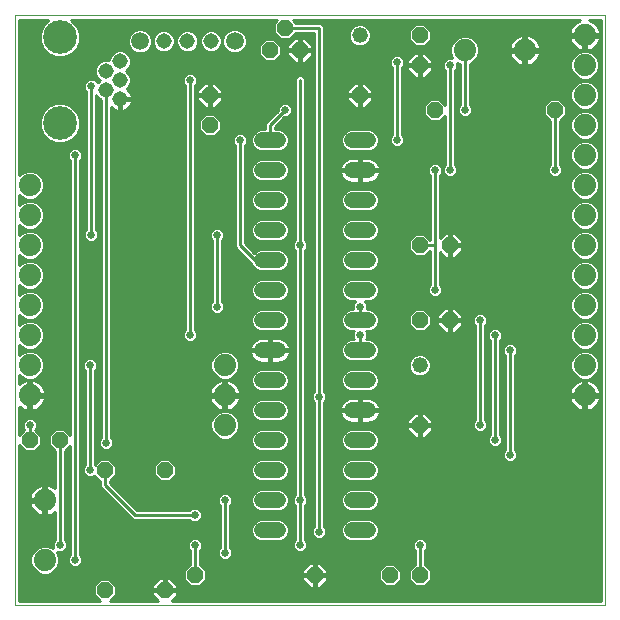
<source format=gbl>
G75*
%MOIN*%
%OFA0B0*%
%FSLAX25Y25*%
%IPPOS*%
%LPD*%
%AMOC8*
5,1,8,0,0,1.08239X$1,22.5*
%
%ADD10C,0.00000*%
%ADD11OC8,0.05200*%
%ADD12C,0.05200*%
%ADD13C,0.05150*%
%ADD14C,0.11220*%
%ADD15C,0.05200*%
%ADD16C,0.05937*%
%ADD17C,0.07400*%
%ADD18C,0.01000*%
%ADD19C,0.02578*%
D10*
X0005060Y0004200D02*
X0005060Y0201050D01*
X0201910Y0201050D01*
X0201910Y0004200D01*
X0005060Y0004200D01*
D11*
X0035060Y0009200D03*
X0055060Y0009200D03*
X0065060Y0014200D03*
X0055060Y0049200D03*
X0035060Y0049200D03*
X0020060Y0059200D03*
X0010060Y0059200D03*
X0105060Y0014200D03*
X0130060Y0014200D03*
X0140060Y0014200D03*
X0140060Y0064200D03*
X0140060Y0099200D03*
X0150060Y0099200D03*
X0150060Y0124200D03*
X0140060Y0124200D03*
X0145060Y0169200D03*
X0140060Y0184200D03*
X0140060Y0194200D03*
X0120060Y0174200D03*
X0100060Y0189200D03*
X0095060Y0196700D03*
X0090060Y0189200D03*
X0070060Y0174200D03*
X0070060Y0164200D03*
X0185060Y0169200D03*
D12*
X0120060Y0194200D03*
X0140060Y0084200D03*
D13*
X0040139Y0172901D03*
X0035414Y0176050D03*
X0040139Y0179200D03*
X0035414Y0182350D03*
X0040139Y0185499D03*
X0054686Y0192200D03*
X0062560Y0192200D03*
X0070434Y0192200D03*
D14*
X0020060Y0193570D03*
X0020060Y0164830D03*
D15*
X0087460Y0159200D02*
X0092660Y0159200D01*
X0092660Y0149200D02*
X0087460Y0149200D01*
X0087460Y0139200D02*
X0092660Y0139200D01*
X0092660Y0129200D02*
X0087460Y0129200D01*
X0087460Y0119200D02*
X0092660Y0119200D01*
X0092660Y0109200D02*
X0087460Y0109200D01*
X0087460Y0099200D02*
X0092660Y0099200D01*
X0092660Y0089200D02*
X0087460Y0089200D01*
X0087460Y0079200D02*
X0092660Y0079200D01*
X0092660Y0069200D02*
X0087460Y0069200D01*
X0087460Y0059200D02*
X0092660Y0059200D01*
X0092660Y0049200D02*
X0087460Y0049200D01*
X0087460Y0039200D02*
X0092660Y0039200D01*
X0092660Y0029200D02*
X0087460Y0029200D01*
X0117460Y0029200D02*
X0122660Y0029200D01*
X0122660Y0039200D02*
X0117460Y0039200D01*
X0117460Y0049200D02*
X0122660Y0049200D01*
X0122660Y0059200D02*
X0117460Y0059200D01*
X0117460Y0069200D02*
X0122660Y0069200D01*
X0122660Y0079200D02*
X0117460Y0079200D01*
X0117460Y0089200D02*
X0122660Y0089200D01*
X0122660Y0099200D02*
X0117460Y0099200D01*
X0117460Y0109200D02*
X0122660Y0109200D01*
X0122660Y0119200D02*
X0117460Y0119200D01*
X0117460Y0129200D02*
X0122660Y0129200D01*
X0122660Y0139200D02*
X0117460Y0139200D01*
X0117460Y0149200D02*
X0122660Y0149200D01*
X0122660Y0159200D02*
X0117460Y0159200D01*
D16*
X0078308Y0192200D03*
X0046812Y0192200D03*
D17*
X0010060Y0144200D03*
X0010060Y0134200D03*
X0010060Y0124200D03*
X0010060Y0114200D03*
X0010060Y0104200D03*
X0010060Y0094200D03*
X0010060Y0084200D03*
X0010060Y0074200D03*
X0015060Y0039200D03*
X0015060Y0019200D03*
X0075060Y0064200D03*
X0075060Y0074200D03*
X0075060Y0084200D03*
X0155060Y0189200D03*
X0175060Y0189200D03*
X0195060Y0184200D03*
X0195060Y0174200D03*
X0195060Y0164200D03*
X0195060Y0154200D03*
X0195060Y0144200D03*
X0195060Y0134200D03*
X0195060Y0124200D03*
X0195060Y0114200D03*
X0195060Y0104200D03*
X0195060Y0094200D03*
X0195060Y0084200D03*
X0195060Y0074200D03*
X0195060Y0194200D03*
D18*
X0195560Y0193917D02*
X0200410Y0193917D01*
X0200246Y0193700D02*
X0195560Y0193700D01*
X0195560Y0194700D01*
X0200246Y0194700D01*
X0200132Y0195418D01*
X0199879Y0196196D01*
X0199507Y0196925D01*
X0199026Y0197588D01*
X0198448Y0198166D01*
X0197785Y0198647D01*
X0197056Y0199019D01*
X0196499Y0199200D01*
X0200410Y0199200D01*
X0200410Y0005700D01*
X0057358Y0005700D01*
X0059160Y0007502D01*
X0059160Y0008900D01*
X0055360Y0008900D01*
X0055360Y0009500D01*
X0059160Y0009500D01*
X0059160Y0010898D01*
X0056758Y0013300D01*
X0055360Y0013300D01*
X0055360Y0009500D01*
X0054760Y0009500D01*
X0054760Y0013300D01*
X0053362Y0013300D01*
X0050960Y0010898D01*
X0050960Y0009500D01*
X0054760Y0009500D01*
X0054760Y0008900D01*
X0050960Y0008900D01*
X0050960Y0007502D01*
X0052762Y0005700D01*
X0036793Y0005700D01*
X0038760Y0007667D01*
X0038760Y0010733D01*
X0036593Y0012900D01*
X0033527Y0012900D01*
X0031360Y0010733D01*
X0031360Y0007667D01*
X0033327Y0005700D01*
X0006560Y0005700D01*
X0006560Y0057467D01*
X0008527Y0055500D01*
X0011593Y0055500D01*
X0013760Y0057667D01*
X0013760Y0060733D01*
X0011866Y0062627D01*
X0012449Y0063210D01*
X0012449Y0065190D01*
X0011050Y0066589D01*
X0009070Y0066589D01*
X0007671Y0065190D01*
X0007671Y0063210D01*
X0008254Y0062627D01*
X0006560Y0060933D01*
X0006560Y0070346D01*
X0006672Y0070234D01*
X0007335Y0069753D01*
X0008064Y0069381D01*
X0008842Y0069128D01*
X0009560Y0069014D01*
X0009560Y0073700D01*
X0010560Y0073700D01*
X0010560Y0074700D01*
X0015246Y0074700D01*
X0015132Y0075418D01*
X0014879Y0076196D01*
X0014507Y0076925D01*
X0014026Y0077588D01*
X0013448Y0078166D01*
X0012785Y0078647D01*
X0012056Y0079019D01*
X0011278Y0079272D01*
X0010560Y0079386D01*
X0010560Y0074700D01*
X0009560Y0074700D01*
X0009560Y0079386D01*
X0008842Y0079272D01*
X0008064Y0079019D01*
X0007335Y0078647D01*
X0006672Y0078166D01*
X0006560Y0078054D01*
X0006560Y0080912D01*
X0007341Y0080131D01*
X0009105Y0079400D01*
X0011015Y0079400D01*
X0012779Y0080131D01*
X0014129Y0081481D01*
X0014860Y0083245D01*
X0014860Y0085155D01*
X0014129Y0086919D01*
X0012779Y0088269D01*
X0011015Y0089000D01*
X0009105Y0089000D01*
X0007341Y0088269D01*
X0006560Y0087488D01*
X0006560Y0090912D01*
X0007341Y0090131D01*
X0009105Y0089400D01*
X0011015Y0089400D01*
X0012779Y0090131D01*
X0014129Y0091481D01*
X0014860Y0093245D01*
X0014860Y0095155D01*
X0014129Y0096919D01*
X0012779Y0098269D01*
X0011015Y0099000D01*
X0009105Y0099000D01*
X0007341Y0098269D01*
X0006560Y0097488D01*
X0006560Y0100912D01*
X0007341Y0100131D01*
X0009105Y0099400D01*
X0011015Y0099400D01*
X0012779Y0100131D01*
X0014129Y0101481D01*
X0014860Y0103245D01*
X0014860Y0105155D01*
X0014129Y0106919D01*
X0012779Y0108269D01*
X0011015Y0109000D01*
X0009105Y0109000D01*
X0007341Y0108269D01*
X0006560Y0107488D01*
X0006560Y0110912D01*
X0007341Y0110131D01*
X0009105Y0109400D01*
X0011015Y0109400D01*
X0012779Y0110131D01*
X0014129Y0111481D01*
X0014860Y0113245D01*
X0014860Y0115155D01*
X0014129Y0116919D01*
X0012779Y0118269D01*
X0011015Y0119000D01*
X0009105Y0119000D01*
X0007341Y0118269D01*
X0006560Y0117488D01*
X0006560Y0120912D01*
X0007341Y0120131D01*
X0009105Y0119400D01*
X0011015Y0119400D01*
X0012779Y0120131D01*
X0014129Y0121481D01*
X0014860Y0123245D01*
X0014860Y0125155D01*
X0014129Y0126919D01*
X0012779Y0128269D01*
X0011015Y0129000D01*
X0009105Y0129000D01*
X0007341Y0128269D01*
X0006560Y0127488D01*
X0006560Y0130912D01*
X0007341Y0130131D01*
X0009105Y0129400D01*
X0011015Y0129400D01*
X0012779Y0130131D01*
X0014129Y0131481D01*
X0014860Y0133245D01*
X0014860Y0135155D01*
X0014129Y0136919D01*
X0012779Y0138269D01*
X0011015Y0139000D01*
X0009105Y0139000D01*
X0007341Y0138269D01*
X0006560Y0137488D01*
X0006560Y0140912D01*
X0007341Y0140131D01*
X0009105Y0139400D01*
X0011015Y0139400D01*
X0012779Y0140131D01*
X0014129Y0141481D01*
X0014860Y0143245D01*
X0014860Y0145155D01*
X0014129Y0146919D01*
X0012779Y0148269D01*
X0011015Y0149000D01*
X0009105Y0149000D01*
X0007341Y0148269D01*
X0006560Y0147488D01*
X0006560Y0199200D01*
X0016200Y0199200D01*
X0014371Y0197371D01*
X0013350Y0194905D01*
X0013350Y0192235D01*
X0014371Y0189769D01*
X0016259Y0187881D01*
X0018725Y0186860D01*
X0021395Y0186860D01*
X0023861Y0187881D01*
X0025749Y0189769D01*
X0026770Y0192235D01*
X0026770Y0194905D01*
X0025749Y0197371D01*
X0023920Y0199200D01*
X0092327Y0199200D01*
X0091360Y0198233D01*
X0091360Y0195167D01*
X0093527Y0193000D01*
X0096593Y0193000D01*
X0098693Y0195100D01*
X0104960Y0195100D01*
X0104960Y0075479D01*
X0104171Y0074690D01*
X0104171Y0072710D01*
X0104960Y0071921D01*
X0104960Y0030479D01*
X0104171Y0029690D01*
X0104171Y0027710D01*
X0105570Y0026311D01*
X0107550Y0026311D01*
X0108949Y0027710D01*
X0108949Y0029690D01*
X0108160Y0030479D01*
X0108160Y0071921D01*
X0108949Y0072710D01*
X0108949Y0074690D01*
X0108160Y0075479D01*
X0108160Y0197363D01*
X0107223Y0198300D01*
X0098693Y0198300D01*
X0097793Y0199200D01*
X0193621Y0199200D01*
X0193064Y0199019D01*
X0192335Y0198647D01*
X0191672Y0198166D01*
X0191094Y0197588D01*
X0190613Y0196925D01*
X0190241Y0196196D01*
X0189988Y0195418D01*
X0189874Y0194700D01*
X0194560Y0194700D01*
X0194560Y0193700D01*
X0195560Y0193700D01*
X0195560Y0189014D01*
X0196278Y0189128D01*
X0197056Y0189381D01*
X0197785Y0189753D01*
X0198448Y0190234D01*
X0199026Y0190812D01*
X0199507Y0191475D01*
X0199879Y0192204D01*
X0200132Y0192982D01*
X0200246Y0193700D01*
X0200111Y0192919D02*
X0200410Y0192919D01*
X0200410Y0191920D02*
X0199734Y0191920D01*
X0199106Y0190922D02*
X0200410Y0190922D01*
X0200410Y0189923D02*
X0198020Y0189923D01*
X0197779Y0188269D02*
X0196015Y0189000D01*
X0194105Y0189000D01*
X0192341Y0188269D01*
X0190991Y0186919D01*
X0190260Y0185155D01*
X0190260Y0183245D01*
X0190991Y0181481D01*
X0192341Y0180131D01*
X0194105Y0179400D01*
X0196015Y0179400D01*
X0197779Y0180131D01*
X0199129Y0181481D01*
X0199860Y0183245D01*
X0199860Y0185155D01*
X0199129Y0186919D01*
X0197779Y0188269D01*
X0198122Y0187926D02*
X0200410Y0187926D01*
X0200410Y0186928D02*
X0199121Y0186928D01*
X0199539Y0185929D02*
X0200410Y0185929D01*
X0200410Y0184931D02*
X0199860Y0184931D01*
X0199860Y0183932D02*
X0200410Y0183932D01*
X0200410Y0182934D02*
X0199731Y0182934D01*
X0199317Y0181935D02*
X0200410Y0181935D01*
X0200410Y0180937D02*
X0198585Y0180937D01*
X0197314Y0179938D02*
X0200410Y0179938D01*
X0200410Y0178939D02*
X0196161Y0178939D01*
X0196015Y0179000D02*
X0194105Y0179000D01*
X0192341Y0178269D01*
X0190991Y0176919D01*
X0190260Y0175155D01*
X0190260Y0173245D01*
X0190991Y0171481D01*
X0192341Y0170131D01*
X0194105Y0169400D01*
X0196015Y0169400D01*
X0197779Y0170131D01*
X0199129Y0171481D01*
X0199860Y0173245D01*
X0199860Y0175155D01*
X0199129Y0176919D01*
X0197779Y0178269D01*
X0196015Y0179000D01*
X0193959Y0178939D02*
X0156660Y0178939D01*
X0156660Y0177941D02*
X0192013Y0177941D01*
X0191014Y0176942D02*
X0156660Y0176942D01*
X0156660Y0175944D02*
X0190587Y0175944D01*
X0190260Y0174945D02*
X0156660Y0174945D01*
X0156660Y0173947D02*
X0190260Y0173947D01*
X0190383Y0172948D02*
X0156660Y0172948D01*
X0156660Y0171950D02*
X0182577Y0171950D01*
X0183527Y0172900D02*
X0181360Y0170733D01*
X0181360Y0167667D01*
X0183460Y0165567D01*
X0183460Y0150979D01*
X0182671Y0150190D01*
X0182671Y0148210D01*
X0184070Y0146811D01*
X0186050Y0146811D01*
X0187449Y0148210D01*
X0187449Y0150190D01*
X0186660Y0150979D01*
X0186660Y0165567D01*
X0188760Y0167667D01*
X0188760Y0170733D01*
X0186593Y0172900D01*
X0183527Y0172900D01*
X0181579Y0170951D02*
X0156687Y0170951D01*
X0156660Y0170979D02*
X0156660Y0184667D01*
X0157779Y0185131D01*
X0159129Y0186481D01*
X0159860Y0188245D01*
X0159860Y0190155D01*
X0159129Y0191919D01*
X0157779Y0193269D01*
X0156015Y0194000D01*
X0154105Y0194000D01*
X0152341Y0193269D01*
X0150991Y0191919D01*
X0150260Y0190155D01*
X0150260Y0188245D01*
X0150946Y0186589D01*
X0149070Y0186589D01*
X0147671Y0185190D01*
X0147671Y0183210D01*
X0148460Y0182421D01*
X0148460Y0171033D01*
X0146593Y0172900D01*
X0143527Y0172900D01*
X0141360Y0170733D01*
X0141360Y0167667D01*
X0143527Y0165500D01*
X0146593Y0165500D01*
X0148460Y0167367D01*
X0148460Y0150979D01*
X0147671Y0150190D01*
X0147671Y0148210D01*
X0149070Y0146811D01*
X0151050Y0146811D01*
X0152449Y0148210D01*
X0152449Y0150190D01*
X0151660Y0150979D01*
X0151660Y0182421D01*
X0152449Y0183210D01*
X0152449Y0185086D01*
X0153460Y0184667D01*
X0153460Y0170979D01*
X0152671Y0170190D01*
X0152671Y0168210D01*
X0154070Y0166811D01*
X0156050Y0166811D01*
X0157449Y0168210D01*
X0157449Y0170190D01*
X0156660Y0170979D01*
X0157449Y0169953D02*
X0181360Y0169953D01*
X0181360Y0168954D02*
X0157449Y0168954D01*
X0157194Y0167956D02*
X0181360Y0167956D01*
X0182070Y0166957D02*
X0156196Y0166957D01*
X0153924Y0166957D02*
X0151660Y0166957D01*
X0151660Y0165959D02*
X0183069Y0165959D01*
X0183460Y0164960D02*
X0151660Y0164960D01*
X0151660Y0163962D02*
X0183460Y0163962D01*
X0183460Y0162963D02*
X0151660Y0162963D01*
X0151660Y0161965D02*
X0183460Y0161965D01*
X0183460Y0160966D02*
X0151660Y0160966D01*
X0151660Y0159968D02*
X0183460Y0159968D01*
X0183460Y0158969D02*
X0151660Y0158969D01*
X0151660Y0157971D02*
X0183460Y0157971D01*
X0183460Y0156972D02*
X0151660Y0156972D01*
X0151660Y0155974D02*
X0183460Y0155974D01*
X0183460Y0154975D02*
X0151660Y0154975D01*
X0151660Y0153977D02*
X0183460Y0153977D01*
X0183460Y0152978D02*
X0151660Y0152978D01*
X0151660Y0151980D02*
X0183460Y0151980D01*
X0183460Y0150981D02*
X0151660Y0150981D01*
X0152449Y0149983D02*
X0182671Y0149983D01*
X0182671Y0148984D02*
X0152449Y0148984D01*
X0152224Y0147986D02*
X0182896Y0147986D01*
X0183894Y0146987D02*
X0151226Y0146987D01*
X0148894Y0146987D02*
X0146660Y0146987D01*
X0146660Y0147421D02*
X0147449Y0148210D01*
X0147449Y0150190D01*
X0146050Y0151589D01*
X0144070Y0151589D01*
X0142671Y0150190D01*
X0142671Y0148210D01*
X0143460Y0147421D01*
X0143460Y0126033D01*
X0141593Y0127900D01*
X0138527Y0127900D01*
X0136360Y0125733D01*
X0136360Y0122667D01*
X0138527Y0120500D01*
X0141593Y0120500D01*
X0143460Y0122367D01*
X0143460Y0110979D01*
X0142671Y0110190D01*
X0142671Y0108210D01*
X0144070Y0106811D01*
X0146050Y0106811D01*
X0147449Y0108210D01*
X0147449Y0110190D01*
X0146660Y0110979D01*
X0146660Y0121802D01*
X0148362Y0120100D01*
X0149760Y0120100D01*
X0149760Y0123900D01*
X0150360Y0123900D01*
X0150360Y0124500D01*
X0154160Y0124500D01*
X0154160Y0125898D01*
X0151758Y0128300D01*
X0150360Y0128300D01*
X0150360Y0124500D01*
X0149760Y0124500D01*
X0149760Y0128300D01*
X0148362Y0128300D01*
X0146660Y0126598D01*
X0146660Y0147421D01*
X0147224Y0147986D02*
X0147896Y0147986D01*
X0147671Y0148984D02*
X0147449Y0148984D01*
X0147449Y0149983D02*
X0147671Y0149983D01*
X0148460Y0150981D02*
X0146657Y0150981D01*
X0148460Y0151980D02*
X0125679Y0151980D01*
X0125787Y0151871D02*
X0125331Y0152327D01*
X0124809Y0152707D01*
X0124234Y0153000D01*
X0123620Y0153199D01*
X0122983Y0153300D01*
X0120360Y0153300D01*
X0120360Y0149500D01*
X0126760Y0149500D01*
X0126760Y0149523D01*
X0126659Y0150160D01*
X0126460Y0150774D01*
X0126167Y0151349D01*
X0125787Y0151871D01*
X0126354Y0150981D02*
X0143463Y0150981D01*
X0142671Y0149983D02*
X0126687Y0149983D01*
X0126760Y0148900D02*
X0120360Y0148900D01*
X0120360Y0149500D01*
X0119760Y0149500D01*
X0119760Y0153300D01*
X0117137Y0153300D01*
X0116500Y0153199D01*
X0115886Y0153000D01*
X0115311Y0152707D01*
X0114789Y0152327D01*
X0114333Y0151871D01*
X0113953Y0151349D01*
X0113660Y0150774D01*
X0113461Y0150160D01*
X0113360Y0149523D01*
X0113360Y0149500D01*
X0119760Y0149500D01*
X0119760Y0148900D01*
X0120360Y0148900D01*
X0120360Y0145100D01*
X0122983Y0145100D01*
X0123620Y0145201D01*
X0124234Y0145400D01*
X0124809Y0145693D01*
X0125331Y0146073D01*
X0125787Y0146529D01*
X0126167Y0147051D01*
X0126460Y0147626D01*
X0126659Y0148240D01*
X0126760Y0148877D01*
X0126760Y0148900D01*
X0126576Y0147986D02*
X0142896Y0147986D01*
X0142671Y0148984D02*
X0120360Y0148984D01*
X0119760Y0148984D02*
X0108160Y0148984D01*
X0108160Y0147986D02*
X0113544Y0147986D01*
X0113461Y0148240D02*
X0113660Y0147626D01*
X0113953Y0147051D01*
X0114333Y0146529D01*
X0114789Y0146073D01*
X0115311Y0145693D01*
X0115886Y0145400D01*
X0116500Y0145201D01*
X0117137Y0145100D01*
X0119760Y0145100D01*
X0119760Y0148900D01*
X0113360Y0148900D01*
X0113360Y0148877D01*
X0113461Y0148240D01*
X0114000Y0146987D02*
X0108160Y0146987D01*
X0108160Y0145989D02*
X0114905Y0145989D01*
X0116724Y0142900D02*
X0115364Y0142337D01*
X0114323Y0141296D01*
X0113760Y0139936D01*
X0113760Y0138464D01*
X0114323Y0137104D01*
X0115364Y0136063D01*
X0116724Y0135500D01*
X0123396Y0135500D01*
X0124756Y0136063D01*
X0125797Y0137104D01*
X0126360Y0138464D01*
X0126360Y0139936D01*
X0125797Y0141296D01*
X0124756Y0142337D01*
X0123396Y0142900D01*
X0116724Y0142900D01*
X0115022Y0141995D02*
X0108160Y0141995D01*
X0108160Y0142993D02*
X0143460Y0142993D01*
X0143460Y0141995D02*
X0125098Y0141995D01*
X0125921Y0140996D02*
X0143460Y0140996D01*
X0143460Y0139998D02*
X0126334Y0139998D01*
X0126360Y0138999D02*
X0143460Y0138999D01*
X0143460Y0138001D02*
X0126168Y0138001D01*
X0125695Y0137002D02*
X0143460Y0137002D01*
X0143460Y0136003D02*
X0124612Y0136003D01*
X0123396Y0132900D02*
X0124756Y0132337D01*
X0125797Y0131296D01*
X0126360Y0129936D01*
X0126360Y0128464D01*
X0125797Y0127104D01*
X0124756Y0126063D01*
X0123396Y0125500D01*
X0116724Y0125500D01*
X0115364Y0126063D01*
X0114323Y0127104D01*
X0113760Y0128464D01*
X0113760Y0129936D01*
X0114323Y0131296D01*
X0115364Y0132337D01*
X0116724Y0132900D01*
X0123396Y0132900D01*
X0125083Y0132009D02*
X0143460Y0132009D01*
X0143460Y0131011D02*
X0125915Y0131011D01*
X0126328Y0130012D02*
X0143460Y0130012D01*
X0143460Y0129014D02*
X0126360Y0129014D01*
X0126174Y0128015D02*
X0143460Y0128015D01*
X0143460Y0127017D02*
X0142476Y0127017D01*
X0140060Y0124200D02*
X0145060Y0124200D01*
X0145060Y0149200D01*
X0143460Y0146987D02*
X0126120Y0146987D01*
X0125215Y0145989D02*
X0143460Y0145989D01*
X0143460Y0144990D02*
X0108160Y0144990D01*
X0108160Y0143992D02*
X0143460Y0143992D01*
X0146660Y0143992D02*
X0190260Y0143992D01*
X0190260Y0143245D02*
X0190991Y0141481D01*
X0192341Y0140131D01*
X0194105Y0139400D01*
X0196015Y0139400D01*
X0197779Y0140131D01*
X0199129Y0141481D01*
X0199860Y0143245D01*
X0199860Y0145155D01*
X0199129Y0146919D01*
X0197779Y0148269D01*
X0196015Y0149000D01*
X0194105Y0149000D01*
X0192341Y0148269D01*
X0190991Y0146919D01*
X0190260Y0145155D01*
X0190260Y0143245D01*
X0190364Y0142993D02*
X0146660Y0142993D01*
X0146660Y0141995D02*
X0190778Y0141995D01*
X0191476Y0140996D02*
X0146660Y0140996D01*
X0146660Y0139998D02*
X0192663Y0139998D01*
X0194103Y0138999D02*
X0146660Y0138999D01*
X0146660Y0138001D02*
X0192072Y0138001D01*
X0192341Y0138269D02*
X0190991Y0136919D01*
X0190260Y0135155D01*
X0190260Y0133245D01*
X0190991Y0131481D01*
X0192341Y0130131D01*
X0194105Y0129400D01*
X0196015Y0129400D01*
X0197779Y0130131D01*
X0199129Y0131481D01*
X0199860Y0133245D01*
X0199860Y0135155D01*
X0199129Y0136919D01*
X0197779Y0138269D01*
X0196015Y0139000D01*
X0194105Y0139000D01*
X0192341Y0138269D01*
X0191074Y0137002D02*
X0146660Y0137002D01*
X0146660Y0136003D02*
X0190612Y0136003D01*
X0190260Y0135005D02*
X0146660Y0135005D01*
X0146660Y0134006D02*
X0190260Y0134006D01*
X0190358Y0133008D02*
X0146660Y0133008D01*
X0146660Y0132009D02*
X0190772Y0132009D01*
X0191461Y0131011D02*
X0146660Y0131011D01*
X0146660Y0130012D02*
X0192627Y0130012D01*
X0192341Y0128269D02*
X0190991Y0126919D01*
X0190260Y0125155D01*
X0190260Y0123245D01*
X0190991Y0121481D01*
X0192341Y0120131D01*
X0194105Y0119400D01*
X0196015Y0119400D01*
X0197779Y0120131D01*
X0199129Y0121481D01*
X0199860Y0123245D01*
X0199860Y0125155D01*
X0199129Y0126919D01*
X0197779Y0128269D01*
X0196015Y0129000D01*
X0194105Y0129000D01*
X0192341Y0128269D01*
X0192087Y0128015D02*
X0152043Y0128015D01*
X0153041Y0127017D02*
X0191089Y0127017D01*
X0190618Y0126018D02*
X0154040Y0126018D01*
X0154160Y0125020D02*
X0190260Y0125020D01*
X0190260Y0124021D02*
X0150360Y0124021D01*
X0150360Y0123900D02*
X0154160Y0123900D01*
X0154160Y0122502D01*
X0151758Y0120100D01*
X0150360Y0120100D01*
X0150360Y0123900D01*
X0150360Y0123023D02*
X0149760Y0123023D01*
X0149760Y0122024D02*
X0150360Y0122024D01*
X0150360Y0121026D02*
X0149760Y0121026D01*
X0147436Y0121026D02*
X0146660Y0121026D01*
X0146660Y0120027D02*
X0192591Y0120027D01*
X0191446Y0121026D02*
X0152684Y0121026D01*
X0153683Y0122024D02*
X0190766Y0122024D01*
X0190352Y0123023D02*
X0154160Y0123023D01*
X0150360Y0125020D02*
X0149760Y0125020D01*
X0149760Y0126018D02*
X0150360Y0126018D01*
X0150360Y0127017D02*
X0149760Y0127017D01*
X0149760Y0128015D02*
X0150360Y0128015D01*
X0148077Y0128015D02*
X0146660Y0128015D01*
X0146660Y0127017D02*
X0147079Y0127017D01*
X0146660Y0129014D02*
X0200410Y0129014D01*
X0200410Y0130012D02*
X0197493Y0130012D01*
X0198659Y0131011D02*
X0200410Y0131011D01*
X0200410Y0132009D02*
X0199348Y0132009D01*
X0199762Y0133008D02*
X0200410Y0133008D01*
X0200410Y0134006D02*
X0199860Y0134006D01*
X0199860Y0135005D02*
X0200410Y0135005D01*
X0200410Y0136003D02*
X0199508Y0136003D01*
X0199046Y0137002D02*
X0200410Y0137002D01*
X0200410Y0138001D02*
X0198048Y0138001D01*
X0197457Y0139998D02*
X0200410Y0139998D01*
X0200410Y0140996D02*
X0198644Y0140996D01*
X0199342Y0141995D02*
X0200410Y0141995D01*
X0200410Y0142993D02*
X0199756Y0142993D01*
X0199860Y0143992D02*
X0200410Y0143992D01*
X0200410Y0144990D02*
X0199860Y0144990D01*
X0199515Y0145989D02*
X0200410Y0145989D01*
X0200410Y0146987D02*
X0199061Y0146987D01*
X0198063Y0147986D02*
X0200410Y0147986D01*
X0200410Y0148984D02*
X0196053Y0148984D01*
X0196015Y0149400D02*
X0197779Y0150131D01*
X0199129Y0151481D01*
X0199860Y0153245D01*
X0199860Y0155155D01*
X0199129Y0156919D01*
X0197779Y0158269D01*
X0196015Y0159000D01*
X0194105Y0159000D01*
X0192341Y0158269D01*
X0190991Y0156919D01*
X0190260Y0155155D01*
X0190260Y0153245D01*
X0190991Y0151481D01*
X0192341Y0150131D01*
X0194105Y0149400D01*
X0196015Y0149400D01*
X0197421Y0149983D02*
X0200410Y0149983D01*
X0200410Y0150981D02*
X0198629Y0150981D01*
X0199336Y0151980D02*
X0200410Y0151980D01*
X0200410Y0152978D02*
X0199749Y0152978D01*
X0199860Y0153977D02*
X0200410Y0153977D01*
X0200410Y0154975D02*
X0199860Y0154975D01*
X0199521Y0155974D02*
X0200410Y0155974D01*
X0200410Y0156972D02*
X0199076Y0156972D01*
X0198077Y0157971D02*
X0200410Y0157971D01*
X0200410Y0158969D02*
X0196089Y0158969D01*
X0196015Y0159400D02*
X0197779Y0160131D01*
X0199129Y0161481D01*
X0199860Y0163245D01*
X0199860Y0165155D01*
X0199129Y0166919D01*
X0197779Y0168269D01*
X0196015Y0169000D01*
X0194105Y0169000D01*
X0192341Y0168269D01*
X0190991Y0166919D01*
X0190260Y0165155D01*
X0190260Y0163245D01*
X0190991Y0161481D01*
X0192341Y0160131D01*
X0194105Y0159400D01*
X0196015Y0159400D01*
X0197385Y0159968D02*
X0200410Y0159968D01*
X0200410Y0160966D02*
X0198614Y0160966D01*
X0199330Y0161965D02*
X0200410Y0161965D01*
X0200410Y0162963D02*
X0199743Y0162963D01*
X0199860Y0163962D02*
X0200410Y0163962D01*
X0200410Y0164960D02*
X0199860Y0164960D01*
X0199527Y0165959D02*
X0200410Y0165959D01*
X0200410Y0166957D02*
X0199091Y0166957D01*
X0198092Y0167956D02*
X0200410Y0167956D01*
X0200410Y0168954D02*
X0196125Y0168954D01*
X0197350Y0169953D02*
X0200410Y0169953D01*
X0200410Y0170951D02*
X0198600Y0170951D01*
X0199323Y0171950D02*
X0200410Y0171950D01*
X0200410Y0172948D02*
X0199737Y0172948D01*
X0199860Y0173947D02*
X0200410Y0173947D01*
X0200410Y0174945D02*
X0199860Y0174945D01*
X0199533Y0175944D02*
X0200410Y0175944D01*
X0200410Y0176942D02*
X0199106Y0176942D01*
X0198107Y0177941D02*
X0200410Y0177941D01*
X0192806Y0179938D02*
X0156660Y0179938D01*
X0156660Y0180937D02*
X0191535Y0180937D01*
X0190803Y0181935D02*
X0156660Y0181935D01*
X0156660Y0182934D02*
X0190389Y0182934D01*
X0190260Y0183932D02*
X0156660Y0183932D01*
X0157296Y0184931D02*
X0172090Y0184931D01*
X0172335Y0184753D02*
X0173064Y0184381D01*
X0173842Y0184128D01*
X0174560Y0184014D01*
X0174560Y0188700D01*
X0175560Y0188700D01*
X0175560Y0189700D01*
X0180246Y0189700D01*
X0180132Y0190418D01*
X0179879Y0191196D01*
X0179507Y0191925D01*
X0179026Y0192588D01*
X0178448Y0193166D01*
X0177785Y0193647D01*
X0177056Y0194019D01*
X0176278Y0194272D01*
X0175560Y0194386D01*
X0175560Y0189700D01*
X0174560Y0189700D01*
X0174560Y0194386D01*
X0173842Y0194272D01*
X0173064Y0194019D01*
X0172335Y0193647D01*
X0171672Y0193166D01*
X0171094Y0192588D01*
X0170613Y0191925D01*
X0170241Y0191196D01*
X0169988Y0190418D01*
X0169874Y0189700D01*
X0174560Y0189700D01*
X0174560Y0188700D01*
X0169874Y0188700D01*
X0169988Y0187982D01*
X0170241Y0187204D01*
X0170613Y0186475D01*
X0171094Y0185812D01*
X0171672Y0185234D01*
X0172335Y0184753D01*
X0171009Y0185929D02*
X0158577Y0185929D01*
X0159314Y0186928D02*
X0170382Y0186928D01*
X0170006Y0187926D02*
X0159728Y0187926D01*
X0159860Y0188925D02*
X0174560Y0188925D01*
X0174560Y0189923D02*
X0175560Y0189923D01*
X0175560Y0188925D02*
X0193923Y0188925D01*
X0193842Y0189128D02*
X0193064Y0189381D01*
X0192335Y0189753D01*
X0191672Y0190234D01*
X0191094Y0190812D01*
X0190613Y0191475D01*
X0190241Y0192204D01*
X0189988Y0192982D01*
X0189874Y0193700D01*
X0194560Y0193700D01*
X0194560Y0189014D01*
X0193842Y0189128D01*
X0194560Y0189923D02*
X0195560Y0189923D01*
X0195560Y0190922D02*
X0194560Y0190922D01*
X0194560Y0191920D02*
X0195560Y0191920D01*
X0195560Y0192919D02*
X0194560Y0192919D01*
X0194560Y0193917D02*
X0177256Y0193917D01*
X0175560Y0193917D02*
X0174560Y0193917D01*
X0174560Y0192919D02*
X0175560Y0192919D01*
X0175560Y0191920D02*
X0174560Y0191920D01*
X0174560Y0190922D02*
X0175560Y0190922D01*
X0175560Y0188700D02*
X0180246Y0188700D01*
X0180132Y0187982D01*
X0179879Y0187204D01*
X0179507Y0186475D01*
X0179026Y0185812D01*
X0178448Y0185234D01*
X0177785Y0184753D01*
X0177056Y0184381D01*
X0176278Y0184128D01*
X0175560Y0184014D01*
X0175560Y0188700D01*
X0175560Y0187926D02*
X0174560Y0187926D01*
X0174560Y0186928D02*
X0175560Y0186928D01*
X0175560Y0185929D02*
X0174560Y0185929D01*
X0174560Y0184931D02*
X0175560Y0184931D01*
X0178030Y0184931D02*
X0190260Y0184931D01*
X0190581Y0185929D02*
X0179111Y0185929D01*
X0179738Y0186928D02*
X0190999Y0186928D01*
X0191998Y0187926D02*
X0180114Y0187926D01*
X0180210Y0189923D02*
X0192100Y0189923D01*
X0191014Y0190922D02*
X0179968Y0190922D01*
X0179510Y0191920D02*
X0190386Y0191920D01*
X0190009Y0192919D02*
X0178695Y0192919D01*
X0172864Y0193917D02*
X0156215Y0193917D01*
X0158130Y0192919D02*
X0171425Y0192919D01*
X0170610Y0191920D02*
X0159128Y0191920D01*
X0159542Y0190922D02*
X0170152Y0190922D01*
X0169910Y0189923D02*
X0159860Y0189923D01*
X0155060Y0189200D02*
X0155060Y0169200D01*
X0153433Y0170951D02*
X0151660Y0170951D01*
X0151660Y0169953D02*
X0152671Y0169953D01*
X0152671Y0168954D02*
X0151660Y0168954D01*
X0151660Y0167956D02*
X0152926Y0167956D01*
X0153460Y0171950D02*
X0151660Y0171950D01*
X0151660Y0172948D02*
X0153460Y0172948D01*
X0153460Y0173947D02*
X0151660Y0173947D01*
X0151660Y0174945D02*
X0153460Y0174945D01*
X0153460Y0175944D02*
X0151660Y0175944D01*
X0151660Y0176942D02*
X0153460Y0176942D01*
X0153460Y0177941D02*
X0151660Y0177941D01*
X0151660Y0178939D02*
X0153460Y0178939D01*
X0153460Y0179938D02*
X0151660Y0179938D01*
X0151660Y0180937D02*
X0153460Y0180937D01*
X0153460Y0181935D02*
X0151660Y0181935D01*
X0152172Y0182934D02*
X0153460Y0182934D01*
X0153460Y0183932D02*
X0152449Y0183932D01*
X0152449Y0184931D02*
X0152824Y0184931D01*
X0150806Y0186928D02*
X0143131Y0186928D01*
X0142132Y0187926D02*
X0150392Y0187926D01*
X0150260Y0188925D02*
X0108160Y0188925D01*
X0108160Y0189923D02*
X0150260Y0189923D01*
X0150578Y0190922D02*
X0142014Y0190922D01*
X0141593Y0190500D02*
X0143760Y0192667D01*
X0143760Y0195733D01*
X0141593Y0197900D01*
X0138527Y0197900D01*
X0136360Y0195733D01*
X0136360Y0192667D01*
X0138527Y0190500D01*
X0141593Y0190500D01*
X0143013Y0191920D02*
X0150992Y0191920D01*
X0151990Y0192919D02*
X0143760Y0192919D01*
X0143760Y0193917D02*
X0153905Y0193917D01*
X0148411Y0185929D02*
X0144129Y0185929D01*
X0144160Y0185898D02*
X0141758Y0188300D01*
X0140360Y0188300D01*
X0140360Y0184500D01*
X0144160Y0184500D01*
X0144160Y0185898D01*
X0144160Y0184931D02*
X0147671Y0184931D01*
X0147671Y0183932D02*
X0140360Y0183932D01*
X0140360Y0183900D02*
X0140360Y0184500D01*
X0139760Y0184500D01*
X0139760Y0188300D01*
X0138362Y0188300D01*
X0135960Y0185898D01*
X0135960Y0184500D01*
X0139760Y0184500D01*
X0139760Y0183900D01*
X0140360Y0183900D01*
X0144160Y0183900D01*
X0144160Y0182502D01*
X0141758Y0180100D01*
X0140360Y0180100D01*
X0140360Y0183900D01*
X0139760Y0183900D02*
X0139760Y0180100D01*
X0138362Y0180100D01*
X0135960Y0182502D01*
X0135960Y0183900D01*
X0139760Y0183900D01*
X0139760Y0183932D02*
X0134671Y0183932D01*
X0134949Y0184210D02*
X0134949Y0186190D01*
X0133550Y0187589D01*
X0131570Y0187589D01*
X0130171Y0186190D01*
X0130171Y0184210D01*
X0130960Y0183421D01*
X0130960Y0160979D01*
X0130171Y0160190D01*
X0130171Y0158210D01*
X0131570Y0156811D01*
X0133550Y0156811D01*
X0134949Y0158210D01*
X0134949Y0160190D01*
X0134160Y0160979D01*
X0134160Y0183421D01*
X0134949Y0184210D01*
X0134949Y0184931D02*
X0135960Y0184931D01*
X0135991Y0185929D02*
X0134949Y0185929D01*
X0134211Y0186928D02*
X0136989Y0186928D01*
X0137988Y0187926D02*
X0108160Y0187926D01*
X0108160Y0186928D02*
X0130909Y0186928D01*
X0130171Y0185929D02*
X0108160Y0185929D01*
X0108160Y0184931D02*
X0130171Y0184931D01*
X0130449Y0183932D02*
X0108160Y0183932D01*
X0108160Y0182934D02*
X0130960Y0182934D01*
X0130960Y0181935D02*
X0108160Y0181935D01*
X0108160Y0180937D02*
X0130960Y0180937D01*
X0130960Y0179938D02*
X0108160Y0179938D01*
X0108160Y0178939D02*
X0130960Y0178939D01*
X0130960Y0177941D02*
X0122117Y0177941D01*
X0121758Y0178300D02*
X0124160Y0175898D01*
X0124160Y0174500D01*
X0120360Y0174500D01*
X0120360Y0173900D01*
X0124160Y0173900D01*
X0124160Y0172502D01*
X0121758Y0170100D01*
X0120360Y0170100D01*
X0120360Y0173900D01*
X0119760Y0173900D01*
X0119760Y0170100D01*
X0118362Y0170100D01*
X0115960Y0172502D01*
X0115960Y0173900D01*
X0119760Y0173900D01*
X0119760Y0174500D01*
X0119760Y0178300D01*
X0118362Y0178300D01*
X0115960Y0175898D01*
X0115960Y0174500D01*
X0119760Y0174500D01*
X0120360Y0174500D01*
X0120360Y0178300D01*
X0121758Y0178300D01*
X0120360Y0177941D02*
X0119760Y0177941D01*
X0119760Y0176942D02*
X0120360Y0176942D01*
X0120360Y0175944D02*
X0119760Y0175944D01*
X0119760Y0174945D02*
X0120360Y0174945D01*
X0120360Y0173947D02*
X0130960Y0173947D01*
X0130960Y0174945D02*
X0124160Y0174945D01*
X0124114Y0175944D02*
X0130960Y0175944D01*
X0130960Y0176942D02*
X0123116Y0176942D01*
X0124160Y0172948D02*
X0130960Y0172948D01*
X0130960Y0171950D02*
X0123608Y0171950D01*
X0122610Y0170951D02*
X0130960Y0170951D01*
X0130960Y0169953D02*
X0108160Y0169953D01*
X0108160Y0170951D02*
X0117510Y0170951D01*
X0116512Y0171950D02*
X0108160Y0171950D01*
X0108160Y0172948D02*
X0115960Y0172948D01*
X0115960Y0174945D02*
X0108160Y0174945D01*
X0108160Y0173947D02*
X0119760Y0173947D01*
X0119760Y0172948D02*
X0120360Y0172948D01*
X0120360Y0171950D02*
X0119760Y0171950D01*
X0119760Y0170951D02*
X0120360Y0170951D01*
X0116006Y0175944D02*
X0108160Y0175944D01*
X0108160Y0176942D02*
X0117004Y0176942D01*
X0118003Y0177941D02*
X0108160Y0177941D01*
X0104960Y0177941D02*
X0101660Y0177941D01*
X0101660Y0178939D02*
X0104960Y0178939D01*
X0104960Y0179938D02*
X0101585Y0179938D01*
X0101660Y0179863D02*
X0101660Y0125979D01*
X0102449Y0125190D01*
X0102449Y0123210D01*
X0101660Y0122421D01*
X0101660Y0040979D01*
X0102449Y0040190D01*
X0102449Y0038210D01*
X0101660Y0037421D01*
X0101660Y0025979D01*
X0102449Y0025190D01*
X0102449Y0023210D01*
X0101050Y0021811D01*
X0099070Y0021811D01*
X0097671Y0023210D01*
X0097671Y0025190D01*
X0098460Y0025979D01*
X0098460Y0037421D01*
X0097671Y0038210D01*
X0097671Y0040190D01*
X0098460Y0040979D01*
X0098460Y0122421D01*
X0097671Y0123210D01*
X0097671Y0125190D01*
X0098460Y0125979D01*
X0098460Y0179863D01*
X0099397Y0180800D01*
X0100723Y0180800D01*
X0101660Y0179863D01*
X0100060Y0179200D02*
X0100060Y0124200D01*
X0100060Y0039200D01*
X0100060Y0024200D01*
X0102449Y0024170D02*
X0137671Y0024170D01*
X0137671Y0023210D02*
X0138460Y0022421D01*
X0138460Y0017833D01*
X0136360Y0015733D01*
X0136360Y0012667D01*
X0138527Y0010500D01*
X0141593Y0010500D01*
X0143760Y0012667D01*
X0143760Y0015733D01*
X0141660Y0017833D01*
X0141660Y0022421D01*
X0142449Y0023210D01*
X0142449Y0025190D01*
X0141050Y0026589D01*
X0139070Y0026589D01*
X0137671Y0025190D01*
X0137671Y0023210D01*
X0137710Y0023172D02*
X0102410Y0023172D01*
X0101412Y0022173D02*
X0138460Y0022173D01*
X0138460Y0021175D02*
X0077449Y0021175D01*
X0077449Y0020710D02*
X0077449Y0022690D01*
X0076660Y0023479D01*
X0076660Y0037421D01*
X0077449Y0038210D01*
X0077449Y0040190D01*
X0076050Y0041589D01*
X0074070Y0041589D01*
X0072671Y0040190D01*
X0072671Y0038210D01*
X0073460Y0037421D01*
X0073460Y0023479D01*
X0072671Y0022690D01*
X0072671Y0020710D01*
X0074070Y0019311D01*
X0076050Y0019311D01*
X0077449Y0020710D01*
X0076915Y0020176D02*
X0138460Y0020176D01*
X0138460Y0019178D02*
X0066660Y0019178D01*
X0066660Y0020176D02*
X0073205Y0020176D01*
X0072671Y0021175D02*
X0066660Y0021175D01*
X0066660Y0022173D02*
X0072671Y0022173D01*
X0073153Y0023172D02*
X0067410Y0023172D01*
X0067449Y0023210D02*
X0067449Y0025190D01*
X0066050Y0026589D01*
X0064070Y0026589D01*
X0062671Y0025190D01*
X0062671Y0023210D01*
X0063460Y0022421D01*
X0063460Y0017833D01*
X0061360Y0015733D01*
X0061360Y0012667D01*
X0063527Y0010500D01*
X0066593Y0010500D01*
X0068760Y0012667D01*
X0068760Y0015733D01*
X0066660Y0017833D01*
X0066660Y0022421D01*
X0067449Y0023210D01*
X0067449Y0024170D02*
X0073460Y0024170D01*
X0073460Y0025169D02*
X0067449Y0025169D01*
X0066471Y0026167D02*
X0073460Y0026167D01*
X0073460Y0027166D02*
X0026660Y0027166D01*
X0026660Y0028164D02*
X0073460Y0028164D01*
X0073460Y0029163D02*
X0026660Y0029163D01*
X0026660Y0030161D02*
X0073460Y0030161D01*
X0073460Y0031160D02*
X0026660Y0031160D01*
X0026660Y0032158D02*
X0063723Y0032158D01*
X0064070Y0031811D02*
X0063281Y0032600D01*
X0044397Y0032600D01*
X0043460Y0033537D01*
X0033460Y0043537D01*
X0033460Y0045567D01*
X0031633Y0047394D01*
X0031050Y0046811D01*
X0029070Y0046811D01*
X0027671Y0048210D01*
X0027671Y0050190D01*
X0028460Y0050979D01*
X0028460Y0082421D01*
X0027671Y0083210D01*
X0027671Y0085190D01*
X0029070Y0086589D01*
X0031050Y0086589D01*
X0032449Y0085190D01*
X0032449Y0083210D01*
X0031660Y0082421D01*
X0031660Y0051033D01*
X0033527Y0052900D01*
X0036593Y0052900D01*
X0038760Y0050733D01*
X0038760Y0047667D01*
X0036660Y0045567D01*
X0036660Y0044863D01*
X0045723Y0035800D01*
X0063281Y0035800D01*
X0064070Y0036589D01*
X0066050Y0036589D01*
X0067449Y0035190D01*
X0067449Y0033210D01*
X0066050Y0031811D01*
X0064070Y0031811D01*
X0066397Y0032158D02*
X0073460Y0032158D01*
X0073460Y0033157D02*
X0067395Y0033157D01*
X0067449Y0034155D02*
X0073460Y0034155D01*
X0073460Y0035154D02*
X0067449Y0035154D01*
X0066486Y0036152D02*
X0073460Y0036152D01*
X0073460Y0037151D02*
X0044372Y0037151D01*
X0045370Y0036152D02*
X0063634Y0036152D01*
X0065060Y0034200D02*
X0045060Y0034200D01*
X0035060Y0044200D01*
X0035060Y0049200D01*
X0032890Y0046137D02*
X0026660Y0046137D01*
X0026660Y0045139D02*
X0033460Y0045139D01*
X0033460Y0044140D02*
X0026660Y0044140D01*
X0026660Y0043142D02*
X0033855Y0043142D01*
X0034854Y0042143D02*
X0026660Y0042143D01*
X0026660Y0041145D02*
X0035852Y0041145D01*
X0036851Y0040146D02*
X0026660Y0040146D01*
X0026660Y0039148D02*
X0037849Y0039148D01*
X0038848Y0038149D02*
X0026660Y0038149D01*
X0026660Y0037151D02*
X0039846Y0037151D01*
X0040845Y0036152D02*
X0026660Y0036152D01*
X0026660Y0035154D02*
X0041843Y0035154D01*
X0042842Y0034155D02*
X0026660Y0034155D01*
X0026660Y0033157D02*
X0043840Y0033157D01*
X0043373Y0038149D02*
X0072732Y0038149D01*
X0072671Y0039148D02*
X0042375Y0039148D01*
X0041376Y0040146D02*
X0072671Y0040146D01*
X0073626Y0041145D02*
X0040378Y0041145D01*
X0039379Y0042143D02*
X0085171Y0042143D01*
X0085364Y0042337D02*
X0084323Y0041296D01*
X0083760Y0039936D01*
X0083760Y0038464D01*
X0084323Y0037104D01*
X0085364Y0036063D01*
X0086724Y0035500D01*
X0093396Y0035500D01*
X0094756Y0036063D01*
X0095797Y0037104D01*
X0096360Y0038464D01*
X0096360Y0039936D01*
X0095797Y0041296D01*
X0094756Y0042337D01*
X0093396Y0042900D01*
X0086724Y0042900D01*
X0085364Y0042337D01*
X0084261Y0041145D02*
X0076494Y0041145D01*
X0077449Y0040146D02*
X0083847Y0040146D01*
X0083760Y0039148D02*
X0077449Y0039148D01*
X0077388Y0038149D02*
X0083890Y0038149D01*
X0084304Y0037151D02*
X0076660Y0037151D01*
X0076660Y0036152D02*
X0085275Y0036152D01*
X0086724Y0032900D02*
X0085364Y0032337D01*
X0084323Y0031296D01*
X0083760Y0029936D01*
X0083760Y0028464D01*
X0084323Y0027104D01*
X0085364Y0026063D01*
X0086724Y0025500D01*
X0093396Y0025500D01*
X0094756Y0026063D01*
X0095797Y0027104D01*
X0096360Y0028464D01*
X0096360Y0029936D01*
X0095797Y0031296D01*
X0094756Y0032337D01*
X0093396Y0032900D01*
X0086724Y0032900D01*
X0085186Y0032158D02*
X0076660Y0032158D01*
X0076660Y0031160D02*
X0084267Y0031160D01*
X0083853Y0030161D02*
X0076660Y0030161D01*
X0076660Y0029163D02*
X0083760Y0029163D01*
X0083884Y0028164D02*
X0076660Y0028164D01*
X0076660Y0027166D02*
X0084298Y0027166D01*
X0085260Y0026167D02*
X0076660Y0026167D01*
X0076660Y0025169D02*
X0097671Y0025169D01*
X0097671Y0024170D02*
X0076660Y0024170D01*
X0076967Y0023172D02*
X0097710Y0023172D01*
X0098708Y0022173D02*
X0077449Y0022173D01*
X0075060Y0021700D02*
X0075060Y0039200D01*
X0076660Y0035154D02*
X0098460Y0035154D01*
X0098460Y0036152D02*
X0094845Y0036152D01*
X0095816Y0037151D02*
X0098460Y0037151D01*
X0097732Y0038149D02*
X0096230Y0038149D01*
X0096360Y0039148D02*
X0097671Y0039148D01*
X0097671Y0040146D02*
X0096273Y0040146D01*
X0095859Y0041145D02*
X0098460Y0041145D01*
X0098460Y0042143D02*
X0094949Y0042143D01*
X0098460Y0043142D02*
X0038381Y0043142D01*
X0037382Y0044140D02*
X0098460Y0044140D01*
X0098460Y0045139D02*
X0036660Y0045139D01*
X0037230Y0046137D02*
X0052890Y0046137D01*
X0053527Y0045500D02*
X0056593Y0045500D01*
X0058760Y0047667D01*
X0058760Y0050733D01*
X0056593Y0052900D01*
X0053527Y0052900D01*
X0051360Y0050733D01*
X0051360Y0047667D01*
X0053527Y0045500D01*
X0051891Y0047136D02*
X0038229Y0047136D01*
X0038760Y0048134D02*
X0051360Y0048134D01*
X0051360Y0049133D02*
X0038760Y0049133D01*
X0038760Y0050132D02*
X0051360Y0050132D01*
X0051757Y0051130D02*
X0038363Y0051130D01*
X0037364Y0052129D02*
X0052756Y0052129D01*
X0057364Y0052129D02*
X0085156Y0052129D01*
X0085364Y0052337D02*
X0084323Y0051296D01*
X0083760Y0049936D01*
X0083760Y0048464D01*
X0084323Y0047104D01*
X0085364Y0046063D01*
X0086724Y0045500D01*
X0093396Y0045500D01*
X0094756Y0046063D01*
X0095797Y0047104D01*
X0096360Y0048464D01*
X0096360Y0049936D01*
X0095797Y0051296D01*
X0094756Y0052337D01*
X0093396Y0052900D01*
X0086724Y0052900D01*
X0085364Y0052337D01*
X0084255Y0051130D02*
X0058363Y0051130D01*
X0058760Y0050132D02*
X0083841Y0050132D01*
X0083760Y0049133D02*
X0058760Y0049133D01*
X0058760Y0048134D02*
X0083896Y0048134D01*
X0084310Y0047136D02*
X0058229Y0047136D01*
X0057230Y0046137D02*
X0085290Y0046137D01*
X0086724Y0055500D02*
X0093396Y0055500D01*
X0094756Y0056063D01*
X0095797Y0057104D01*
X0096360Y0058464D01*
X0096360Y0059936D01*
X0095797Y0061296D01*
X0094756Y0062337D01*
X0093396Y0062900D01*
X0086724Y0062900D01*
X0085364Y0062337D01*
X0084323Y0061296D01*
X0083760Y0059936D01*
X0083760Y0058464D01*
X0084323Y0057104D01*
X0085364Y0056063D01*
X0086724Y0055500D01*
X0085305Y0056123D02*
X0036861Y0056123D01*
X0036550Y0055811D02*
X0037949Y0057210D01*
X0037949Y0059190D01*
X0037014Y0060124D01*
X0037014Y0170269D01*
X0037031Y0170246D01*
X0037484Y0169793D01*
X0038003Y0169416D01*
X0038575Y0169125D01*
X0039185Y0168926D01*
X0039818Y0168826D01*
X0039851Y0168826D01*
X0039851Y0172613D01*
X0040426Y0172613D01*
X0040426Y0168826D01*
X0040459Y0168826D01*
X0041093Y0168926D01*
X0041703Y0169125D01*
X0042274Y0169416D01*
X0042793Y0169793D01*
X0043247Y0170246D01*
X0043624Y0170765D01*
X0043915Y0171337D01*
X0044113Y0171947D01*
X0044214Y0172580D01*
X0044214Y0172613D01*
X0040426Y0172613D01*
X0040426Y0173188D01*
X0044214Y0173188D01*
X0044214Y0173221D01*
X0044113Y0173855D01*
X0043915Y0174465D01*
X0043624Y0175036D01*
X0043247Y0175555D01*
X0042793Y0176009D01*
X0042418Y0176282D01*
X0043254Y0177118D01*
X0043814Y0178469D01*
X0043814Y0179931D01*
X0043254Y0181282D01*
X0042220Y0182315D01*
X0042138Y0182350D01*
X0042220Y0182384D01*
X0043254Y0183418D01*
X0043814Y0184768D01*
X0043814Y0186230D01*
X0043254Y0187581D01*
X0042220Y0188615D01*
X0040870Y0189174D01*
X0039408Y0189174D01*
X0038057Y0188615D01*
X0037023Y0187581D01*
X0036464Y0186230D01*
X0036464Y0185892D01*
X0036145Y0186024D01*
X0034683Y0186024D01*
X0033333Y0185465D01*
X0032299Y0184431D01*
X0031740Y0183081D01*
X0031740Y0181619D01*
X0032299Y0180268D01*
X0033333Y0179234D01*
X0033415Y0179200D01*
X0033333Y0179166D01*
X0032653Y0178486D01*
X0031550Y0179589D01*
X0029570Y0179589D01*
X0028171Y0178190D01*
X0028171Y0176210D01*
X0028960Y0175421D01*
X0028960Y0129479D01*
X0028171Y0128690D01*
X0028171Y0126710D01*
X0029570Y0125311D01*
X0031550Y0125311D01*
X0032949Y0126710D01*
X0032949Y0128690D01*
X0032160Y0129479D01*
X0032160Y0174304D01*
X0032299Y0173969D01*
X0033333Y0172935D01*
X0033814Y0172736D01*
X0033814Y0059833D01*
X0033171Y0059190D01*
X0033171Y0057210D01*
X0034570Y0055811D01*
X0036550Y0055811D01*
X0037860Y0057121D02*
X0084316Y0057121D01*
X0083903Y0058120D02*
X0037949Y0058120D01*
X0037949Y0059118D02*
X0083760Y0059118D01*
X0083835Y0060117D02*
X0077745Y0060117D01*
X0077779Y0060131D02*
X0079129Y0061481D01*
X0079860Y0063245D01*
X0079860Y0065155D01*
X0079129Y0066919D01*
X0077779Y0068269D01*
X0076015Y0069000D01*
X0074105Y0069000D01*
X0072341Y0068269D01*
X0070991Y0066919D01*
X0070260Y0065155D01*
X0070260Y0063245D01*
X0070991Y0061481D01*
X0072341Y0060131D01*
X0074105Y0059400D01*
X0076015Y0059400D01*
X0077779Y0060131D01*
X0078763Y0061115D02*
X0084248Y0061115D01*
X0085141Y0062114D02*
X0079391Y0062114D01*
X0079805Y0063112D02*
X0098460Y0063112D01*
X0098460Y0062114D02*
X0094979Y0062114D01*
X0095872Y0061115D02*
X0098460Y0061115D01*
X0098460Y0060117D02*
X0096285Y0060117D01*
X0096360Y0059118D02*
X0098460Y0059118D01*
X0098460Y0058120D02*
X0096217Y0058120D01*
X0095804Y0057121D02*
X0098460Y0057121D01*
X0098460Y0056123D02*
X0094815Y0056123D01*
X0098460Y0055124D02*
X0031660Y0055124D01*
X0031660Y0054126D02*
X0098460Y0054126D01*
X0098460Y0053127D02*
X0031660Y0053127D01*
X0031660Y0052129D02*
X0032756Y0052129D01*
X0031757Y0051130D02*
X0031660Y0051130D01*
X0030060Y0049200D02*
X0030060Y0084200D01*
X0032449Y0084081D02*
X0033814Y0084081D01*
X0033814Y0085079D02*
X0032449Y0085079D01*
X0031561Y0086078D02*
X0033814Y0086078D01*
X0033814Y0087076D02*
X0026660Y0087076D01*
X0026660Y0086078D02*
X0028559Y0086078D01*
X0027671Y0085079D02*
X0026660Y0085079D01*
X0026660Y0084081D02*
X0027671Y0084081D01*
X0027799Y0083082D02*
X0026660Y0083082D01*
X0026660Y0082084D02*
X0028460Y0082084D01*
X0028460Y0081085D02*
X0026660Y0081085D01*
X0026660Y0080087D02*
X0028460Y0080087D01*
X0028460Y0079088D02*
X0026660Y0079088D01*
X0026660Y0078090D02*
X0028460Y0078090D01*
X0028460Y0077091D02*
X0026660Y0077091D01*
X0026660Y0076093D02*
X0028460Y0076093D01*
X0028460Y0075094D02*
X0026660Y0075094D01*
X0026660Y0074096D02*
X0028460Y0074096D01*
X0028460Y0073097D02*
X0026660Y0073097D01*
X0026660Y0072099D02*
X0028460Y0072099D01*
X0028460Y0071100D02*
X0026660Y0071100D01*
X0026660Y0070102D02*
X0028460Y0070102D01*
X0028460Y0069103D02*
X0026660Y0069103D01*
X0026660Y0068105D02*
X0028460Y0068105D01*
X0028460Y0067106D02*
X0026660Y0067106D01*
X0026660Y0066108D02*
X0028460Y0066108D01*
X0028460Y0065109D02*
X0026660Y0065109D01*
X0026660Y0064111D02*
X0028460Y0064111D01*
X0028460Y0063112D02*
X0026660Y0063112D01*
X0026660Y0062114D02*
X0028460Y0062114D01*
X0028460Y0061115D02*
X0026660Y0061115D01*
X0026660Y0060117D02*
X0028460Y0060117D01*
X0028460Y0059118D02*
X0026660Y0059118D01*
X0026660Y0058120D02*
X0028460Y0058120D01*
X0028460Y0057121D02*
X0026660Y0057121D01*
X0026660Y0056123D02*
X0028460Y0056123D01*
X0028460Y0055124D02*
X0026660Y0055124D01*
X0026660Y0054126D02*
X0028460Y0054126D01*
X0028460Y0053127D02*
X0026660Y0053127D01*
X0026660Y0052129D02*
X0028460Y0052129D01*
X0028460Y0051130D02*
X0026660Y0051130D01*
X0026660Y0050132D02*
X0027671Y0050132D01*
X0027671Y0049133D02*
X0026660Y0049133D01*
X0026660Y0048134D02*
X0027747Y0048134D01*
X0028745Y0047136D02*
X0026660Y0047136D01*
X0023460Y0047136D02*
X0021660Y0047136D01*
X0021660Y0048134D02*
X0023460Y0048134D01*
X0023460Y0049133D02*
X0021660Y0049133D01*
X0021660Y0050132D02*
X0023460Y0050132D01*
X0023460Y0051130D02*
X0021660Y0051130D01*
X0021660Y0052129D02*
X0023460Y0052129D01*
X0023460Y0053127D02*
X0021660Y0053127D01*
X0021660Y0054126D02*
X0023460Y0054126D01*
X0023460Y0055124D02*
X0021660Y0055124D01*
X0021660Y0055567D02*
X0023460Y0057367D01*
X0023460Y0020979D01*
X0022671Y0020190D01*
X0022671Y0018210D01*
X0024070Y0016811D01*
X0026050Y0016811D01*
X0027449Y0018210D01*
X0027449Y0020190D01*
X0026660Y0020979D01*
X0026660Y0152421D01*
X0027449Y0153210D01*
X0027449Y0155190D01*
X0026050Y0156589D01*
X0024070Y0156589D01*
X0022671Y0155190D01*
X0022671Y0153210D01*
X0023460Y0152421D01*
X0023460Y0061033D01*
X0021593Y0062900D01*
X0018527Y0062900D01*
X0016360Y0060733D01*
X0016360Y0057667D01*
X0018460Y0055567D01*
X0018460Y0043154D01*
X0018448Y0043166D01*
X0017785Y0043647D01*
X0017056Y0044019D01*
X0016278Y0044272D01*
X0015560Y0044386D01*
X0015560Y0039700D01*
X0014560Y0039700D01*
X0014560Y0044386D01*
X0013842Y0044272D01*
X0013064Y0044019D01*
X0012335Y0043647D01*
X0011672Y0043166D01*
X0011094Y0042588D01*
X0010613Y0041925D01*
X0010241Y0041196D01*
X0009988Y0040418D01*
X0009874Y0039700D01*
X0014560Y0039700D01*
X0014560Y0038700D01*
X0015560Y0038700D01*
X0015560Y0034014D01*
X0016278Y0034128D01*
X0017056Y0034381D01*
X0017785Y0034753D01*
X0018448Y0035234D01*
X0018460Y0035246D01*
X0018460Y0025979D01*
X0017671Y0025190D01*
X0017671Y0023314D01*
X0016015Y0024000D01*
X0014105Y0024000D01*
X0012341Y0023269D01*
X0010991Y0021919D01*
X0010260Y0020155D01*
X0010260Y0018245D01*
X0010991Y0016481D01*
X0012341Y0015131D01*
X0014105Y0014400D01*
X0016015Y0014400D01*
X0017779Y0015131D01*
X0019129Y0016481D01*
X0019860Y0018245D01*
X0019860Y0020155D01*
X0019174Y0021811D01*
X0021050Y0021811D01*
X0022449Y0023210D01*
X0022449Y0025190D01*
X0021660Y0025979D01*
X0021660Y0055567D01*
X0022215Y0056123D02*
X0023460Y0056123D01*
X0023460Y0057121D02*
X0023214Y0057121D01*
X0020060Y0059200D02*
X0020060Y0024200D01*
X0022449Y0024170D02*
X0023460Y0024170D01*
X0023460Y0023172D02*
X0022410Y0023172D01*
X0021412Y0022173D02*
X0023460Y0022173D01*
X0023460Y0021175D02*
X0019438Y0021175D01*
X0019851Y0020176D02*
X0022671Y0020176D01*
X0022671Y0019178D02*
X0019860Y0019178D01*
X0019833Y0018179D02*
X0022702Y0018179D01*
X0023701Y0017181D02*
X0019419Y0017181D01*
X0018830Y0016182D02*
X0061810Y0016182D01*
X0061360Y0015184D02*
X0017832Y0015184D01*
X0012288Y0015184D02*
X0006560Y0015184D01*
X0006560Y0016182D02*
X0011290Y0016182D01*
X0010701Y0017181D02*
X0006560Y0017181D01*
X0006560Y0018179D02*
X0010287Y0018179D01*
X0010260Y0019178D02*
X0006560Y0019178D01*
X0006560Y0020176D02*
X0010269Y0020176D01*
X0010682Y0021175D02*
X0006560Y0021175D01*
X0006560Y0022173D02*
X0011245Y0022173D01*
X0012243Y0023172D02*
X0006560Y0023172D01*
X0006560Y0024170D02*
X0017671Y0024170D01*
X0017671Y0025169D02*
X0006560Y0025169D01*
X0006560Y0026167D02*
X0018460Y0026167D01*
X0018460Y0027166D02*
X0006560Y0027166D01*
X0006560Y0028164D02*
X0018460Y0028164D01*
X0018460Y0029163D02*
X0006560Y0029163D01*
X0006560Y0030161D02*
X0018460Y0030161D01*
X0018460Y0031160D02*
X0006560Y0031160D01*
X0006560Y0032158D02*
X0018460Y0032158D01*
X0018460Y0033157D02*
X0006560Y0033157D01*
X0006560Y0034155D02*
X0013758Y0034155D01*
X0013842Y0034128D02*
X0014560Y0034014D01*
X0014560Y0038700D01*
X0009874Y0038700D01*
X0009988Y0037982D01*
X0010241Y0037204D01*
X0010613Y0036475D01*
X0011094Y0035812D01*
X0011672Y0035234D01*
X0012335Y0034753D01*
X0013064Y0034381D01*
X0013842Y0034128D01*
X0014560Y0034155D02*
X0015560Y0034155D01*
X0016362Y0034155D02*
X0018460Y0034155D01*
X0018460Y0035154D02*
X0018338Y0035154D01*
X0015560Y0035154D02*
X0014560Y0035154D01*
X0014560Y0036152D02*
X0015560Y0036152D01*
X0015560Y0037151D02*
X0014560Y0037151D01*
X0014560Y0038149D02*
X0015560Y0038149D01*
X0014560Y0039148D02*
X0006560Y0039148D01*
X0006560Y0040146D02*
X0009945Y0040146D01*
X0010224Y0041145D02*
X0006560Y0041145D01*
X0006560Y0042143D02*
X0010771Y0042143D01*
X0011648Y0043142D02*
X0006560Y0043142D01*
X0006560Y0044140D02*
X0013438Y0044140D01*
X0014560Y0044140D02*
X0015560Y0044140D01*
X0015560Y0043142D02*
X0014560Y0043142D01*
X0014560Y0042143D02*
X0015560Y0042143D01*
X0015560Y0041145D02*
X0014560Y0041145D01*
X0014560Y0040146D02*
X0015560Y0040146D01*
X0016682Y0044140D02*
X0018460Y0044140D01*
X0018460Y0045139D02*
X0006560Y0045139D01*
X0006560Y0046137D02*
X0018460Y0046137D01*
X0018460Y0047136D02*
X0006560Y0047136D01*
X0006560Y0048134D02*
X0018460Y0048134D01*
X0018460Y0049133D02*
X0006560Y0049133D01*
X0006560Y0050132D02*
X0018460Y0050132D01*
X0018460Y0051130D02*
X0006560Y0051130D01*
X0006560Y0052129D02*
X0018460Y0052129D01*
X0018460Y0053127D02*
X0006560Y0053127D01*
X0006560Y0054126D02*
X0018460Y0054126D01*
X0018460Y0055124D02*
X0006560Y0055124D01*
X0006560Y0056123D02*
X0007905Y0056123D01*
X0006906Y0057121D02*
X0006560Y0057121D01*
X0010060Y0059200D02*
X0010060Y0064200D01*
X0007671Y0064111D02*
X0006560Y0064111D01*
X0006560Y0065109D02*
X0007671Y0065109D01*
X0008589Y0066108D02*
X0006560Y0066108D01*
X0006560Y0067106D02*
X0023460Y0067106D01*
X0023460Y0066108D02*
X0011531Y0066108D01*
X0012449Y0065109D02*
X0023460Y0065109D01*
X0023460Y0064111D02*
X0012449Y0064111D01*
X0012351Y0063112D02*
X0023460Y0063112D01*
X0023460Y0062114D02*
X0022379Y0062114D01*
X0023377Y0061115D02*
X0023460Y0061115D01*
X0017741Y0062114D02*
X0012379Y0062114D01*
X0013377Y0061115D02*
X0016743Y0061115D01*
X0016360Y0060117D02*
X0013760Y0060117D01*
X0013760Y0059118D02*
X0016360Y0059118D01*
X0016360Y0058120D02*
X0013760Y0058120D01*
X0013214Y0057121D02*
X0016906Y0057121D01*
X0017905Y0056123D02*
X0012215Y0056123D01*
X0006743Y0061115D02*
X0006560Y0061115D01*
X0006560Y0062114D02*
X0007741Y0062114D01*
X0007769Y0063112D02*
X0006560Y0063112D01*
X0006560Y0068105D02*
X0023460Y0068105D01*
X0023460Y0069103D02*
X0011121Y0069103D01*
X0011278Y0069128D02*
X0012056Y0069381D01*
X0012785Y0069753D01*
X0013448Y0070234D01*
X0014026Y0070812D01*
X0014507Y0071475D01*
X0014879Y0072204D01*
X0015132Y0072982D01*
X0015246Y0073700D01*
X0010560Y0073700D01*
X0010560Y0069014D01*
X0011278Y0069128D01*
X0010560Y0069103D02*
X0009560Y0069103D01*
X0008999Y0069103D02*
X0006560Y0069103D01*
X0006560Y0070102D02*
X0006854Y0070102D01*
X0009560Y0070102D02*
X0010560Y0070102D01*
X0010560Y0071100D02*
X0009560Y0071100D01*
X0009560Y0072099D02*
X0010560Y0072099D01*
X0010560Y0073097D02*
X0009560Y0073097D01*
X0010560Y0074096D02*
X0023460Y0074096D01*
X0023460Y0075094D02*
X0015183Y0075094D01*
X0014913Y0076093D02*
X0023460Y0076093D01*
X0023460Y0077091D02*
X0014387Y0077091D01*
X0013524Y0078090D02*
X0023460Y0078090D01*
X0023460Y0079088D02*
X0011843Y0079088D01*
X0010560Y0079088D02*
X0009560Y0079088D01*
X0009560Y0078090D02*
X0010560Y0078090D01*
X0010560Y0077091D02*
X0009560Y0077091D01*
X0009560Y0076093D02*
X0010560Y0076093D01*
X0010560Y0075094D02*
X0009560Y0075094D01*
X0006596Y0078090D02*
X0006560Y0078090D01*
X0006560Y0079088D02*
X0008277Y0079088D01*
X0007447Y0080087D02*
X0006560Y0080087D01*
X0012673Y0080087D02*
X0023460Y0080087D01*
X0023460Y0081085D02*
X0013734Y0081085D01*
X0014379Y0082084D02*
X0023460Y0082084D01*
X0023460Y0083082D02*
X0014793Y0083082D01*
X0014860Y0084081D02*
X0023460Y0084081D01*
X0023460Y0085079D02*
X0014860Y0085079D01*
X0014478Y0086078D02*
X0023460Y0086078D01*
X0023460Y0087076D02*
X0013972Y0087076D01*
X0012973Y0088075D02*
X0023460Y0088075D01*
X0023460Y0089073D02*
X0006560Y0089073D01*
X0006560Y0088075D02*
X0007147Y0088075D01*
X0007483Y0090072D02*
X0006560Y0090072D01*
X0012637Y0090072D02*
X0023460Y0090072D01*
X0023460Y0091070D02*
X0013719Y0091070D01*
X0014373Y0092069D02*
X0023460Y0092069D01*
X0023460Y0093068D02*
X0014786Y0093068D01*
X0014860Y0094066D02*
X0023460Y0094066D01*
X0023460Y0095065D02*
X0014860Y0095065D01*
X0014484Y0096063D02*
X0023460Y0096063D01*
X0023460Y0097062D02*
X0013987Y0097062D01*
X0012988Y0098060D02*
X0023460Y0098060D01*
X0023460Y0099059D02*
X0006560Y0099059D01*
X0006560Y0100057D02*
X0007519Y0100057D01*
X0007132Y0098060D02*
X0006560Y0098060D01*
X0012601Y0100057D02*
X0023460Y0100057D01*
X0023460Y0101056D02*
X0013704Y0101056D01*
X0014367Y0102054D02*
X0023460Y0102054D01*
X0023460Y0103053D02*
X0014780Y0103053D01*
X0014860Y0104051D02*
X0023460Y0104051D01*
X0023460Y0105050D02*
X0014860Y0105050D01*
X0014490Y0106048D02*
X0023460Y0106048D01*
X0023460Y0107047D02*
X0014002Y0107047D01*
X0013003Y0108045D02*
X0023460Y0108045D01*
X0023460Y0109044D02*
X0006560Y0109044D01*
X0006560Y0110042D02*
X0007555Y0110042D01*
X0007117Y0108045D02*
X0006560Y0108045D01*
X0012565Y0110042D02*
X0023460Y0110042D01*
X0023460Y0111041D02*
X0013689Y0111041D01*
X0014360Y0112039D02*
X0023460Y0112039D01*
X0023460Y0113038D02*
X0014774Y0113038D01*
X0014860Y0114036D02*
X0023460Y0114036D01*
X0023460Y0115035D02*
X0014860Y0115035D01*
X0014496Y0116033D02*
X0023460Y0116033D01*
X0023460Y0117032D02*
X0014016Y0117032D01*
X0013018Y0118030D02*
X0023460Y0118030D01*
X0023460Y0119029D02*
X0006560Y0119029D01*
X0006560Y0120027D02*
X0007591Y0120027D01*
X0007102Y0118030D02*
X0006560Y0118030D01*
X0012529Y0120027D02*
X0023460Y0120027D01*
X0023460Y0121026D02*
X0013674Y0121026D01*
X0014354Y0122024D02*
X0023460Y0122024D01*
X0023460Y0123023D02*
X0014768Y0123023D01*
X0014860Y0124021D02*
X0023460Y0124021D01*
X0023460Y0125020D02*
X0014860Y0125020D01*
X0014502Y0126018D02*
X0023460Y0126018D01*
X0023460Y0127017D02*
X0014031Y0127017D01*
X0013033Y0128015D02*
X0023460Y0128015D01*
X0023460Y0129014D02*
X0006560Y0129014D01*
X0006560Y0130012D02*
X0007627Y0130012D01*
X0007087Y0128015D02*
X0006560Y0128015D01*
X0012493Y0130012D02*
X0023460Y0130012D01*
X0023460Y0131011D02*
X0013659Y0131011D01*
X0014348Y0132009D02*
X0023460Y0132009D01*
X0023460Y0133008D02*
X0014762Y0133008D01*
X0014860Y0134006D02*
X0023460Y0134006D01*
X0023460Y0135005D02*
X0014860Y0135005D01*
X0014508Y0136003D02*
X0023460Y0136003D01*
X0023460Y0137002D02*
X0014046Y0137002D01*
X0013048Y0138001D02*
X0023460Y0138001D01*
X0023460Y0138999D02*
X0011017Y0138999D01*
X0012457Y0139998D02*
X0023460Y0139998D01*
X0023460Y0140996D02*
X0013644Y0140996D01*
X0014342Y0141995D02*
X0023460Y0141995D01*
X0023460Y0142993D02*
X0014756Y0142993D01*
X0014860Y0143992D02*
X0023460Y0143992D01*
X0023460Y0144990D02*
X0014860Y0144990D01*
X0014515Y0145989D02*
X0023460Y0145989D01*
X0023460Y0146987D02*
X0014061Y0146987D01*
X0013063Y0147986D02*
X0023460Y0147986D01*
X0023460Y0148984D02*
X0011053Y0148984D01*
X0009067Y0148984D02*
X0006560Y0148984D01*
X0006560Y0147986D02*
X0007057Y0147986D01*
X0006560Y0149983D02*
X0023460Y0149983D01*
X0023460Y0150981D02*
X0006560Y0150981D01*
X0006560Y0151980D02*
X0023460Y0151980D01*
X0022903Y0152978D02*
X0006560Y0152978D01*
X0006560Y0153977D02*
X0022671Y0153977D01*
X0022671Y0154975D02*
X0006560Y0154975D01*
X0006560Y0155974D02*
X0023455Y0155974D01*
X0025060Y0154200D02*
X0025060Y0019200D01*
X0027449Y0019178D02*
X0063460Y0019178D01*
X0063460Y0020176D02*
X0027449Y0020176D01*
X0026660Y0021175D02*
X0063460Y0021175D01*
X0063460Y0022173D02*
X0026660Y0022173D01*
X0026660Y0023172D02*
X0062710Y0023172D01*
X0062671Y0024170D02*
X0026660Y0024170D01*
X0026660Y0025169D02*
X0062671Y0025169D01*
X0063649Y0026167D02*
X0026660Y0026167D01*
X0023460Y0026167D02*
X0021660Y0026167D01*
X0021660Y0027166D02*
X0023460Y0027166D01*
X0023460Y0028164D02*
X0021660Y0028164D01*
X0021660Y0029163D02*
X0023460Y0029163D01*
X0023460Y0030161D02*
X0021660Y0030161D01*
X0021660Y0031160D02*
X0023460Y0031160D01*
X0023460Y0032158D02*
X0021660Y0032158D01*
X0021660Y0033157D02*
X0023460Y0033157D01*
X0023460Y0034155D02*
X0021660Y0034155D01*
X0021660Y0035154D02*
X0023460Y0035154D01*
X0023460Y0036152D02*
X0021660Y0036152D01*
X0021660Y0037151D02*
X0023460Y0037151D01*
X0023460Y0038149D02*
X0021660Y0038149D01*
X0021660Y0039148D02*
X0023460Y0039148D01*
X0023460Y0040146D02*
X0021660Y0040146D01*
X0021660Y0041145D02*
X0023460Y0041145D01*
X0023460Y0042143D02*
X0021660Y0042143D01*
X0021660Y0043142D02*
X0023460Y0043142D01*
X0023460Y0044140D02*
X0021660Y0044140D01*
X0021660Y0045139D02*
X0023460Y0045139D01*
X0023460Y0046137D02*
X0021660Y0046137D01*
X0031374Y0047136D02*
X0031891Y0047136D01*
X0031660Y0056123D02*
X0034259Y0056123D01*
X0033260Y0057121D02*
X0031660Y0057121D01*
X0031660Y0058120D02*
X0033171Y0058120D01*
X0033171Y0059118D02*
X0031660Y0059118D01*
X0031660Y0060117D02*
X0033814Y0060117D01*
X0033814Y0061115D02*
X0031660Y0061115D01*
X0031660Y0062114D02*
X0033814Y0062114D01*
X0033814Y0063112D02*
X0031660Y0063112D01*
X0031660Y0064111D02*
X0033814Y0064111D01*
X0033814Y0065109D02*
X0031660Y0065109D01*
X0031660Y0066108D02*
X0033814Y0066108D01*
X0033814Y0067106D02*
X0031660Y0067106D01*
X0031660Y0068105D02*
X0033814Y0068105D01*
X0033814Y0069103D02*
X0031660Y0069103D01*
X0031660Y0070102D02*
X0033814Y0070102D01*
X0033814Y0071100D02*
X0031660Y0071100D01*
X0031660Y0072099D02*
X0033814Y0072099D01*
X0033814Y0073097D02*
X0031660Y0073097D01*
X0031660Y0074096D02*
X0033814Y0074096D01*
X0033814Y0075094D02*
X0031660Y0075094D01*
X0031660Y0076093D02*
X0033814Y0076093D01*
X0033814Y0077091D02*
X0031660Y0077091D01*
X0031660Y0078090D02*
X0033814Y0078090D01*
X0033814Y0079088D02*
X0031660Y0079088D01*
X0031660Y0080087D02*
X0033814Y0080087D01*
X0033814Y0081085D02*
X0031660Y0081085D01*
X0031660Y0082084D02*
X0033814Y0082084D01*
X0033814Y0083082D02*
X0032321Y0083082D01*
X0037014Y0083082D02*
X0070327Y0083082D01*
X0070260Y0083245D02*
X0070991Y0081481D01*
X0072341Y0080131D01*
X0074105Y0079400D01*
X0076015Y0079400D01*
X0077779Y0080131D01*
X0079129Y0081481D01*
X0079860Y0083245D01*
X0079860Y0085155D01*
X0079129Y0086919D01*
X0077779Y0088269D01*
X0076015Y0089000D01*
X0074105Y0089000D01*
X0072341Y0088269D01*
X0070991Y0086919D01*
X0070260Y0085155D01*
X0070260Y0083245D01*
X0070260Y0084081D02*
X0037014Y0084081D01*
X0037014Y0085079D02*
X0070260Y0085079D01*
X0070642Y0086078D02*
X0037014Y0086078D01*
X0037014Y0087076D02*
X0071148Y0087076D01*
X0072147Y0088075D02*
X0037014Y0088075D01*
X0037014Y0089073D02*
X0089760Y0089073D01*
X0089760Y0088900D02*
X0083360Y0088900D01*
X0083360Y0088877D01*
X0083461Y0088240D01*
X0083660Y0087626D01*
X0083953Y0087051D01*
X0084333Y0086529D01*
X0084789Y0086073D01*
X0085311Y0085693D01*
X0085886Y0085400D01*
X0086500Y0085201D01*
X0087137Y0085100D01*
X0089760Y0085100D01*
X0089760Y0088900D01*
X0090360Y0088900D01*
X0090360Y0089500D01*
X0096760Y0089500D01*
X0096760Y0089523D01*
X0096659Y0090160D01*
X0096460Y0090774D01*
X0096167Y0091349D01*
X0095787Y0091871D01*
X0095331Y0092327D01*
X0094809Y0092707D01*
X0094234Y0093000D01*
X0093620Y0093199D01*
X0092983Y0093300D01*
X0090360Y0093300D01*
X0090360Y0089500D01*
X0089760Y0089500D01*
X0089760Y0093300D01*
X0087137Y0093300D01*
X0086500Y0093199D01*
X0085886Y0093000D01*
X0085311Y0092707D01*
X0084789Y0092327D01*
X0084333Y0091871D01*
X0083953Y0091349D01*
X0083660Y0090774D01*
X0083461Y0090160D01*
X0083360Y0089523D01*
X0083360Y0089500D01*
X0089760Y0089500D01*
X0089760Y0088900D01*
X0090360Y0088900D02*
X0090360Y0085100D01*
X0092983Y0085100D01*
X0093620Y0085201D01*
X0094234Y0085400D01*
X0094809Y0085693D01*
X0095331Y0086073D01*
X0095787Y0086529D01*
X0096167Y0087051D01*
X0096460Y0087626D01*
X0096659Y0088240D01*
X0096760Y0088877D01*
X0096760Y0088900D01*
X0090360Y0088900D01*
X0090360Y0089073D02*
X0098460Y0089073D01*
X0098460Y0088075D02*
X0096605Y0088075D01*
X0096180Y0087076D02*
X0098460Y0087076D01*
X0098460Y0086078D02*
X0095336Y0086078D01*
X0098460Y0085079D02*
X0079860Y0085079D01*
X0079860Y0084081D02*
X0098460Y0084081D01*
X0098460Y0083082D02*
X0079793Y0083082D01*
X0079379Y0082084D02*
X0085111Y0082084D01*
X0085364Y0082337D02*
X0084323Y0081296D01*
X0083760Y0079936D01*
X0083760Y0078464D01*
X0084323Y0077104D01*
X0085364Y0076063D01*
X0086724Y0075500D01*
X0093396Y0075500D01*
X0094756Y0076063D01*
X0095797Y0077104D01*
X0096360Y0078464D01*
X0096360Y0079936D01*
X0095797Y0081296D01*
X0094756Y0082337D01*
X0093396Y0082900D01*
X0086724Y0082900D01*
X0085364Y0082337D01*
X0084236Y0081085D02*
X0078734Y0081085D01*
X0077673Y0080087D02*
X0083822Y0080087D01*
X0083760Y0079088D02*
X0076843Y0079088D01*
X0077056Y0079019D02*
X0076278Y0079272D01*
X0075560Y0079386D01*
X0075560Y0074700D01*
X0080246Y0074700D01*
X0080132Y0075418D01*
X0079879Y0076196D01*
X0079507Y0076925D01*
X0079026Y0077588D01*
X0078448Y0078166D01*
X0077785Y0078647D01*
X0077056Y0079019D01*
X0075560Y0079088D02*
X0074560Y0079088D01*
X0074560Y0079386D02*
X0073842Y0079272D01*
X0073064Y0079019D01*
X0072335Y0078647D01*
X0071672Y0078166D01*
X0071094Y0077588D01*
X0070613Y0076925D01*
X0070241Y0076196D01*
X0069988Y0075418D01*
X0069874Y0074700D01*
X0074560Y0074700D01*
X0074560Y0079386D01*
X0074560Y0078090D02*
X0075560Y0078090D01*
X0075560Y0077091D02*
X0074560Y0077091D01*
X0074560Y0076093D02*
X0075560Y0076093D01*
X0075560Y0075094D02*
X0074560Y0075094D01*
X0074560Y0074700D02*
X0075560Y0074700D01*
X0075560Y0073700D01*
X0080246Y0073700D01*
X0080132Y0072982D01*
X0079879Y0072204D01*
X0079507Y0071475D01*
X0079026Y0070812D01*
X0078448Y0070234D01*
X0077785Y0069753D01*
X0077056Y0069381D01*
X0076278Y0069128D01*
X0075560Y0069014D01*
X0075560Y0073700D01*
X0074560Y0073700D01*
X0074560Y0069014D01*
X0073842Y0069128D01*
X0073064Y0069381D01*
X0072335Y0069753D01*
X0071672Y0070234D01*
X0071094Y0070812D01*
X0070613Y0071475D01*
X0070241Y0072204D01*
X0069988Y0072982D01*
X0069874Y0073700D01*
X0074560Y0073700D01*
X0074560Y0074700D01*
X0074560Y0074096D02*
X0037014Y0074096D01*
X0037014Y0075094D02*
X0069937Y0075094D01*
X0070207Y0076093D02*
X0037014Y0076093D01*
X0037014Y0077091D02*
X0070733Y0077091D01*
X0071596Y0078090D02*
X0037014Y0078090D01*
X0037014Y0079088D02*
X0073277Y0079088D01*
X0072447Y0080087D02*
X0037014Y0080087D01*
X0037014Y0081085D02*
X0071386Y0081085D01*
X0070741Y0082084D02*
X0037014Y0082084D01*
X0033814Y0088075D02*
X0026660Y0088075D01*
X0026660Y0089073D02*
X0033814Y0089073D01*
X0033814Y0090072D02*
X0026660Y0090072D01*
X0026660Y0091070D02*
X0033814Y0091070D01*
X0033814Y0092069D02*
X0026660Y0092069D01*
X0026660Y0093068D02*
X0033814Y0093068D01*
X0033814Y0094066D02*
X0026660Y0094066D01*
X0026660Y0095065D02*
X0033814Y0095065D01*
X0033814Y0096063D02*
X0026660Y0096063D01*
X0026660Y0097062D02*
X0033814Y0097062D01*
X0033814Y0098060D02*
X0026660Y0098060D01*
X0026660Y0099059D02*
X0033814Y0099059D01*
X0033814Y0100057D02*
X0026660Y0100057D01*
X0026660Y0101056D02*
X0033814Y0101056D01*
X0033814Y0102054D02*
X0026660Y0102054D01*
X0026660Y0103053D02*
X0033814Y0103053D01*
X0033814Y0104051D02*
X0026660Y0104051D01*
X0026660Y0105050D02*
X0033814Y0105050D01*
X0033814Y0106048D02*
X0026660Y0106048D01*
X0026660Y0107047D02*
X0033814Y0107047D01*
X0033814Y0108045D02*
X0026660Y0108045D01*
X0026660Y0109044D02*
X0033814Y0109044D01*
X0033814Y0110042D02*
X0026660Y0110042D01*
X0026660Y0111041D02*
X0033814Y0111041D01*
X0033814Y0112039D02*
X0026660Y0112039D01*
X0026660Y0113038D02*
X0033814Y0113038D01*
X0033814Y0114036D02*
X0026660Y0114036D01*
X0026660Y0115035D02*
X0033814Y0115035D01*
X0033814Y0116033D02*
X0026660Y0116033D01*
X0026660Y0117032D02*
X0033814Y0117032D01*
X0033814Y0118030D02*
X0026660Y0118030D01*
X0026660Y0119029D02*
X0033814Y0119029D01*
X0033814Y0120027D02*
X0026660Y0120027D01*
X0026660Y0121026D02*
X0033814Y0121026D01*
X0033814Y0122024D02*
X0026660Y0122024D01*
X0026660Y0123023D02*
X0033814Y0123023D01*
X0033814Y0124021D02*
X0026660Y0124021D01*
X0026660Y0125020D02*
X0033814Y0125020D01*
X0033814Y0126018D02*
X0032257Y0126018D01*
X0032949Y0127017D02*
X0033814Y0127017D01*
X0033814Y0128015D02*
X0032949Y0128015D01*
X0032625Y0129014D02*
X0033814Y0129014D01*
X0033814Y0130012D02*
X0032160Y0130012D01*
X0032160Y0131011D02*
X0033814Y0131011D01*
X0033814Y0132009D02*
X0032160Y0132009D01*
X0032160Y0133008D02*
X0033814Y0133008D01*
X0033814Y0134006D02*
X0032160Y0134006D01*
X0032160Y0135005D02*
X0033814Y0135005D01*
X0033814Y0136003D02*
X0032160Y0136003D01*
X0032160Y0137002D02*
X0033814Y0137002D01*
X0033814Y0138001D02*
X0032160Y0138001D01*
X0032160Y0138999D02*
X0033814Y0138999D01*
X0033814Y0139998D02*
X0032160Y0139998D01*
X0032160Y0140996D02*
X0033814Y0140996D01*
X0033814Y0141995D02*
X0032160Y0141995D01*
X0032160Y0142993D02*
X0033814Y0142993D01*
X0033814Y0143992D02*
X0032160Y0143992D01*
X0032160Y0144990D02*
X0033814Y0144990D01*
X0033814Y0145989D02*
X0032160Y0145989D01*
X0032160Y0146987D02*
X0033814Y0146987D01*
X0033814Y0147986D02*
X0032160Y0147986D01*
X0032160Y0148984D02*
X0033814Y0148984D01*
X0033814Y0149983D02*
X0032160Y0149983D01*
X0032160Y0150981D02*
X0033814Y0150981D01*
X0033814Y0151980D02*
X0032160Y0151980D01*
X0032160Y0152978D02*
X0033814Y0152978D01*
X0033814Y0153977D02*
X0032160Y0153977D01*
X0032160Y0154975D02*
X0033814Y0154975D01*
X0033814Y0155974D02*
X0032160Y0155974D01*
X0032160Y0156972D02*
X0033814Y0156972D01*
X0033814Y0157971D02*
X0032160Y0157971D01*
X0032160Y0158969D02*
X0033814Y0158969D01*
X0033814Y0159968D02*
X0032160Y0159968D01*
X0032160Y0160966D02*
X0033814Y0160966D01*
X0033814Y0161965D02*
X0032160Y0161965D01*
X0032160Y0162963D02*
X0033814Y0162963D01*
X0033814Y0163962D02*
X0032160Y0163962D01*
X0032160Y0164960D02*
X0033814Y0164960D01*
X0033814Y0165959D02*
X0032160Y0165959D01*
X0032160Y0166957D02*
X0033814Y0166957D01*
X0033814Y0167956D02*
X0032160Y0167956D01*
X0032160Y0168954D02*
X0033814Y0168954D01*
X0033814Y0169953D02*
X0032160Y0169953D01*
X0032160Y0170951D02*
X0033814Y0170951D01*
X0033814Y0171950D02*
X0032160Y0171950D01*
X0032160Y0172948D02*
X0033319Y0172948D01*
X0032321Y0173947D02*
X0032160Y0173947D01*
X0028960Y0173947D02*
X0006560Y0173947D01*
X0006560Y0174945D02*
X0028960Y0174945D01*
X0028438Y0175944D02*
X0006560Y0175944D01*
X0006560Y0176942D02*
X0028171Y0176942D01*
X0028171Y0177941D02*
X0006560Y0177941D01*
X0006560Y0178939D02*
X0028921Y0178939D01*
X0030560Y0177200D02*
X0030560Y0127700D01*
X0028863Y0126018D02*
X0026660Y0126018D01*
X0026660Y0127017D02*
X0028171Y0127017D01*
X0028171Y0128015D02*
X0026660Y0128015D01*
X0026660Y0129014D02*
X0028495Y0129014D01*
X0028960Y0130012D02*
X0026660Y0130012D01*
X0026660Y0131011D02*
X0028960Y0131011D01*
X0028960Y0132009D02*
X0026660Y0132009D01*
X0026660Y0133008D02*
X0028960Y0133008D01*
X0028960Y0134006D02*
X0026660Y0134006D01*
X0026660Y0135005D02*
X0028960Y0135005D01*
X0028960Y0136003D02*
X0026660Y0136003D01*
X0026660Y0137002D02*
X0028960Y0137002D01*
X0028960Y0138001D02*
X0026660Y0138001D01*
X0026660Y0138999D02*
X0028960Y0138999D01*
X0028960Y0139998D02*
X0026660Y0139998D01*
X0026660Y0140996D02*
X0028960Y0140996D01*
X0028960Y0141995D02*
X0026660Y0141995D01*
X0026660Y0142993D02*
X0028960Y0142993D01*
X0028960Y0143992D02*
X0026660Y0143992D01*
X0026660Y0144990D02*
X0028960Y0144990D01*
X0028960Y0145989D02*
X0026660Y0145989D01*
X0026660Y0146987D02*
X0028960Y0146987D01*
X0028960Y0147986D02*
X0026660Y0147986D01*
X0026660Y0148984D02*
X0028960Y0148984D01*
X0028960Y0149983D02*
X0026660Y0149983D01*
X0026660Y0150981D02*
X0028960Y0150981D01*
X0028960Y0151980D02*
X0026660Y0151980D01*
X0027217Y0152978D02*
X0028960Y0152978D01*
X0028960Y0153977D02*
X0027449Y0153977D01*
X0027449Y0154975D02*
X0028960Y0154975D01*
X0028960Y0155974D02*
X0026665Y0155974D01*
X0028960Y0156972D02*
X0006560Y0156972D01*
X0006560Y0157971D02*
X0028960Y0157971D01*
X0028960Y0158969D02*
X0023446Y0158969D01*
X0023861Y0159141D02*
X0025749Y0161029D01*
X0026770Y0163495D01*
X0026770Y0166165D01*
X0025749Y0168631D01*
X0023861Y0170519D01*
X0021395Y0171540D01*
X0018725Y0171540D01*
X0016259Y0170519D01*
X0014371Y0168631D01*
X0013350Y0166165D01*
X0013350Y0163495D01*
X0014371Y0161029D01*
X0016259Y0159141D01*
X0018725Y0158120D01*
X0021395Y0158120D01*
X0023861Y0159141D01*
X0024688Y0159968D02*
X0028960Y0159968D01*
X0028960Y0160966D02*
X0025686Y0160966D01*
X0026136Y0161965D02*
X0028960Y0161965D01*
X0028960Y0162963D02*
X0026550Y0162963D01*
X0026770Y0163962D02*
X0028960Y0163962D01*
X0028960Y0164960D02*
X0026770Y0164960D01*
X0026770Y0165959D02*
X0028960Y0165959D01*
X0028960Y0166957D02*
X0026442Y0166957D01*
X0026028Y0167956D02*
X0028960Y0167956D01*
X0028960Y0168954D02*
X0025425Y0168954D01*
X0024427Y0169953D02*
X0028960Y0169953D01*
X0028960Y0170951D02*
X0022816Y0170951D01*
X0017304Y0170951D02*
X0006560Y0170951D01*
X0006560Y0169953D02*
X0015693Y0169953D01*
X0014695Y0168954D02*
X0006560Y0168954D01*
X0006560Y0167956D02*
X0014092Y0167956D01*
X0013678Y0166957D02*
X0006560Y0166957D01*
X0006560Y0165959D02*
X0013350Y0165959D01*
X0013350Y0164960D02*
X0006560Y0164960D01*
X0006560Y0163962D02*
X0013350Y0163962D01*
X0013570Y0162963D02*
X0006560Y0162963D01*
X0006560Y0161965D02*
X0013984Y0161965D01*
X0014434Y0160966D02*
X0006560Y0160966D01*
X0006560Y0159968D02*
X0015432Y0159968D01*
X0016674Y0158969D02*
X0006560Y0158969D01*
X0006560Y0171950D02*
X0028960Y0171950D01*
X0028960Y0172948D02*
X0006560Y0172948D01*
X0006560Y0179938D02*
X0032629Y0179938D01*
X0032199Y0178939D02*
X0033106Y0178939D01*
X0032022Y0180937D02*
X0006560Y0180937D01*
X0006560Y0181935D02*
X0031740Y0181935D01*
X0031740Y0182934D02*
X0006560Y0182934D01*
X0006560Y0183932D02*
X0032092Y0183932D01*
X0032798Y0184931D02*
X0006560Y0184931D01*
X0006560Y0185929D02*
X0034453Y0185929D01*
X0036375Y0185929D02*
X0036464Y0185929D01*
X0036753Y0186928D02*
X0021558Y0186928D01*
X0023906Y0187926D02*
X0037369Y0187926D01*
X0038806Y0188925D02*
X0024904Y0188925D01*
X0025812Y0189923D02*
X0043351Y0189923D01*
X0043363Y0189895D02*
X0044507Y0188751D01*
X0046003Y0188131D01*
X0047621Y0188131D01*
X0049117Y0188751D01*
X0050261Y0189895D01*
X0050880Y0191391D01*
X0050880Y0193009D01*
X0050261Y0194505D01*
X0049117Y0195649D01*
X0047621Y0196268D01*
X0046003Y0196268D01*
X0044507Y0195649D01*
X0043363Y0194505D01*
X0042743Y0193009D01*
X0042743Y0191391D01*
X0043363Y0189895D01*
X0042938Y0190922D02*
X0026226Y0190922D01*
X0026640Y0191920D02*
X0042743Y0191920D01*
X0042743Y0192919D02*
X0026770Y0192919D01*
X0026770Y0193917D02*
X0043120Y0193917D01*
X0043774Y0194916D02*
X0026766Y0194916D01*
X0026352Y0195914D02*
X0045147Y0195914D01*
X0048477Y0195914D02*
X0076643Y0195914D01*
X0076003Y0195649D02*
X0077499Y0196268D01*
X0079117Y0196268D01*
X0080613Y0195649D01*
X0081757Y0194505D01*
X0082377Y0193009D01*
X0082377Y0191391D01*
X0081757Y0189895D01*
X0080613Y0188751D01*
X0079117Y0188131D01*
X0077499Y0188131D01*
X0076003Y0188751D01*
X0074859Y0189895D01*
X0074240Y0191391D01*
X0074240Y0193009D01*
X0074859Y0194505D01*
X0076003Y0195649D01*
X0075270Y0194916D02*
X0072915Y0194916D01*
X0072516Y0195315D02*
X0071165Y0195875D01*
X0069703Y0195875D01*
X0068352Y0195315D01*
X0067319Y0194282D01*
X0066759Y0192931D01*
X0066759Y0191469D01*
X0067319Y0190118D01*
X0068352Y0189085D01*
X0069703Y0188525D01*
X0071165Y0188525D01*
X0072516Y0189085D01*
X0073549Y0190118D01*
X0074109Y0191469D01*
X0074109Y0192931D01*
X0073549Y0194282D01*
X0072516Y0195315D01*
X0073700Y0193917D02*
X0074616Y0193917D01*
X0074240Y0192919D02*
X0074109Y0192919D01*
X0074109Y0191920D02*
X0074240Y0191920D01*
X0074434Y0190922D02*
X0073882Y0190922D01*
X0073354Y0189923D02*
X0074847Y0189923D01*
X0075830Y0188925D02*
X0072129Y0188925D01*
X0068739Y0188925D02*
X0064255Y0188925D01*
X0064642Y0189085D02*
X0065675Y0190118D01*
X0066235Y0191469D01*
X0066235Y0192931D01*
X0065675Y0194282D01*
X0064642Y0195315D01*
X0063291Y0195875D01*
X0061829Y0195875D01*
X0060478Y0195315D01*
X0059445Y0194282D01*
X0058885Y0192931D01*
X0058885Y0191469D01*
X0059445Y0190118D01*
X0060478Y0189085D01*
X0061829Y0188525D01*
X0063291Y0188525D01*
X0064642Y0189085D01*
X0065480Y0189923D02*
X0067514Y0189923D01*
X0066986Y0190922D02*
X0066008Y0190922D01*
X0066235Y0191920D02*
X0066759Y0191920D01*
X0066759Y0192919D02*
X0066235Y0192919D01*
X0065826Y0193917D02*
X0067168Y0193917D01*
X0067953Y0194916D02*
X0065041Y0194916D01*
X0060079Y0194916D02*
X0057167Y0194916D01*
X0056768Y0195315D02*
X0055417Y0195875D01*
X0053955Y0195875D01*
X0052604Y0195315D01*
X0051571Y0194282D01*
X0051011Y0192931D01*
X0051011Y0191469D01*
X0051571Y0190118D01*
X0052604Y0189085D01*
X0053955Y0188525D01*
X0055417Y0188525D01*
X0056768Y0189085D01*
X0057801Y0190118D01*
X0058361Y0191469D01*
X0058361Y0192931D01*
X0057801Y0194282D01*
X0056768Y0195315D01*
X0057952Y0193917D02*
X0059294Y0193917D01*
X0058885Y0192919D02*
X0058361Y0192919D01*
X0058361Y0191920D02*
X0058885Y0191920D01*
X0059112Y0190922D02*
X0058134Y0190922D01*
X0057606Y0189923D02*
X0059640Y0189923D01*
X0060865Y0188925D02*
X0056381Y0188925D01*
X0052991Y0188925D02*
X0049290Y0188925D01*
X0050273Y0189923D02*
X0051766Y0189923D01*
X0051238Y0190922D02*
X0050686Y0190922D01*
X0050880Y0191920D02*
X0051011Y0191920D01*
X0051011Y0192919D02*
X0050880Y0192919D01*
X0050504Y0193917D02*
X0051420Y0193917D01*
X0052205Y0194916D02*
X0049850Y0194916D01*
X0044334Y0188925D02*
X0041472Y0188925D01*
X0042909Y0187926D02*
X0086360Y0187926D01*
X0086360Y0187667D02*
X0088527Y0185500D01*
X0091593Y0185500D01*
X0093760Y0187667D01*
X0093760Y0190733D01*
X0091593Y0192900D01*
X0088527Y0192900D01*
X0086360Y0190733D01*
X0086360Y0187667D01*
X0087100Y0186928D02*
X0043525Y0186928D01*
X0043814Y0185929D02*
X0088098Y0185929D01*
X0086360Y0188925D02*
X0080786Y0188925D01*
X0081769Y0189923D02*
X0086360Y0189923D01*
X0086549Y0190922D02*
X0082182Y0190922D01*
X0082377Y0191920D02*
X0087548Y0191920D01*
X0092572Y0191920D02*
X0096982Y0191920D01*
X0097980Y0192919D02*
X0082377Y0192919D01*
X0082000Y0193917D02*
X0092610Y0193917D01*
X0091612Y0194916D02*
X0081346Y0194916D01*
X0079973Y0195914D02*
X0091360Y0195914D01*
X0091360Y0196913D02*
X0025939Y0196913D01*
X0025209Y0197911D02*
X0091360Y0197911D01*
X0092037Y0198910D02*
X0024210Y0198910D01*
X0015910Y0198910D02*
X0006560Y0198910D01*
X0006560Y0197911D02*
X0014911Y0197911D01*
X0014181Y0196913D02*
X0006560Y0196913D01*
X0006560Y0195914D02*
X0013768Y0195914D01*
X0013354Y0194916D02*
X0006560Y0194916D01*
X0006560Y0193917D02*
X0013350Y0193917D01*
X0013350Y0192919D02*
X0006560Y0192919D01*
X0006560Y0191920D02*
X0013480Y0191920D01*
X0013894Y0190922D02*
X0006560Y0190922D01*
X0006560Y0189923D02*
X0014307Y0189923D01*
X0015216Y0188925D02*
X0006560Y0188925D01*
X0006560Y0187926D02*
X0016214Y0187926D01*
X0018562Y0186928D02*
X0006560Y0186928D01*
X0035414Y0176050D02*
X0035414Y0058346D01*
X0035560Y0058200D01*
X0037022Y0060117D02*
X0072375Y0060117D01*
X0071357Y0061115D02*
X0037014Y0061115D01*
X0037014Y0062114D02*
X0070729Y0062114D01*
X0070315Y0063112D02*
X0037014Y0063112D01*
X0037014Y0064111D02*
X0070260Y0064111D01*
X0070260Y0065109D02*
X0037014Y0065109D01*
X0037014Y0066108D02*
X0070655Y0066108D01*
X0071178Y0067106D02*
X0037014Y0067106D01*
X0037014Y0068105D02*
X0072177Y0068105D01*
X0071854Y0070102D02*
X0037014Y0070102D01*
X0037014Y0071100D02*
X0070885Y0071100D01*
X0070295Y0072099D02*
X0037014Y0072099D01*
X0037014Y0073097D02*
X0069970Y0073097D01*
X0073999Y0069103D02*
X0037014Y0069103D01*
X0023460Y0070102D02*
X0013266Y0070102D01*
X0014235Y0071100D02*
X0023460Y0071100D01*
X0023460Y0072099D02*
X0014825Y0072099D01*
X0015150Y0073097D02*
X0023460Y0073097D01*
X0037014Y0090072D02*
X0083447Y0090072D01*
X0083812Y0091070D02*
X0037014Y0091070D01*
X0037014Y0092069D02*
X0062312Y0092069D01*
X0062570Y0091811D02*
X0064550Y0091811D01*
X0065949Y0093210D01*
X0065949Y0095190D01*
X0065160Y0095979D01*
X0065160Y0177421D01*
X0065949Y0178210D01*
X0065949Y0180190D01*
X0064550Y0181589D01*
X0062570Y0181589D01*
X0061171Y0180190D01*
X0061171Y0178210D01*
X0061960Y0177421D01*
X0061960Y0095979D01*
X0061171Y0095190D01*
X0061171Y0093210D01*
X0062570Y0091811D01*
X0061314Y0093068D02*
X0037014Y0093068D01*
X0037014Y0094066D02*
X0061171Y0094066D01*
X0061171Y0095065D02*
X0037014Y0095065D01*
X0037014Y0096063D02*
X0061960Y0096063D01*
X0061960Y0097062D02*
X0037014Y0097062D01*
X0037014Y0098060D02*
X0061960Y0098060D01*
X0061960Y0099059D02*
X0037014Y0099059D01*
X0037014Y0100057D02*
X0061960Y0100057D01*
X0061960Y0101056D02*
X0037014Y0101056D01*
X0037014Y0102054D02*
X0061960Y0102054D01*
X0061960Y0103053D02*
X0037014Y0103053D01*
X0037014Y0104051D02*
X0061960Y0104051D01*
X0061960Y0105050D02*
X0037014Y0105050D01*
X0037014Y0106048D02*
X0061960Y0106048D01*
X0061960Y0107047D02*
X0037014Y0107047D01*
X0037014Y0108045D02*
X0061960Y0108045D01*
X0061960Y0109044D02*
X0037014Y0109044D01*
X0037014Y0110042D02*
X0061960Y0110042D01*
X0061960Y0111041D02*
X0037014Y0111041D01*
X0037014Y0112039D02*
X0061960Y0112039D01*
X0061960Y0113038D02*
X0037014Y0113038D01*
X0037014Y0114036D02*
X0061960Y0114036D01*
X0061960Y0115035D02*
X0037014Y0115035D01*
X0037014Y0116033D02*
X0061960Y0116033D01*
X0061960Y0117032D02*
X0037014Y0117032D01*
X0037014Y0118030D02*
X0061960Y0118030D01*
X0061960Y0119029D02*
X0037014Y0119029D01*
X0037014Y0120027D02*
X0061960Y0120027D01*
X0061960Y0121026D02*
X0037014Y0121026D01*
X0037014Y0122024D02*
X0061960Y0122024D01*
X0061960Y0123023D02*
X0037014Y0123023D01*
X0037014Y0124021D02*
X0061960Y0124021D01*
X0061960Y0125020D02*
X0037014Y0125020D01*
X0037014Y0126018D02*
X0061960Y0126018D01*
X0061960Y0127017D02*
X0037014Y0127017D01*
X0037014Y0128015D02*
X0061960Y0128015D01*
X0061960Y0129014D02*
X0037014Y0129014D01*
X0037014Y0130012D02*
X0061960Y0130012D01*
X0061960Y0131011D02*
X0037014Y0131011D01*
X0037014Y0132009D02*
X0061960Y0132009D01*
X0061960Y0133008D02*
X0037014Y0133008D01*
X0037014Y0134006D02*
X0061960Y0134006D01*
X0061960Y0135005D02*
X0037014Y0135005D01*
X0037014Y0136003D02*
X0061960Y0136003D01*
X0061960Y0137002D02*
X0037014Y0137002D01*
X0037014Y0138001D02*
X0061960Y0138001D01*
X0061960Y0138999D02*
X0037014Y0138999D01*
X0037014Y0139998D02*
X0061960Y0139998D01*
X0061960Y0140996D02*
X0037014Y0140996D01*
X0037014Y0141995D02*
X0061960Y0141995D01*
X0061960Y0142993D02*
X0037014Y0142993D01*
X0037014Y0143992D02*
X0061960Y0143992D01*
X0061960Y0144990D02*
X0037014Y0144990D01*
X0037014Y0145989D02*
X0061960Y0145989D01*
X0061960Y0146987D02*
X0037014Y0146987D01*
X0037014Y0147986D02*
X0061960Y0147986D01*
X0061960Y0148984D02*
X0037014Y0148984D01*
X0037014Y0149983D02*
X0061960Y0149983D01*
X0061960Y0150981D02*
X0037014Y0150981D01*
X0037014Y0151980D02*
X0061960Y0151980D01*
X0061960Y0152978D02*
X0037014Y0152978D01*
X0037014Y0153977D02*
X0061960Y0153977D01*
X0061960Y0154975D02*
X0037014Y0154975D01*
X0037014Y0155974D02*
X0061960Y0155974D01*
X0061960Y0156972D02*
X0037014Y0156972D01*
X0037014Y0157971D02*
X0061960Y0157971D01*
X0061960Y0158969D02*
X0037014Y0158969D01*
X0037014Y0159968D02*
X0061960Y0159968D01*
X0061960Y0160966D02*
X0037014Y0160966D01*
X0037014Y0161965D02*
X0061960Y0161965D01*
X0061960Y0162963D02*
X0037014Y0162963D01*
X0037014Y0163962D02*
X0061960Y0163962D01*
X0061960Y0164960D02*
X0037014Y0164960D01*
X0037014Y0165959D02*
X0061960Y0165959D01*
X0061960Y0166957D02*
X0037014Y0166957D01*
X0037014Y0167956D02*
X0061960Y0167956D01*
X0061960Y0168954D02*
X0041179Y0168954D01*
X0040426Y0168954D02*
X0039851Y0168954D01*
X0039098Y0168954D02*
X0037014Y0168954D01*
X0037014Y0169953D02*
X0037324Y0169953D01*
X0039851Y0169953D02*
X0040426Y0169953D01*
X0040426Y0170951D02*
X0039851Y0170951D01*
X0039851Y0171950D02*
X0040426Y0171950D01*
X0040426Y0172948D02*
X0061960Y0172948D01*
X0061960Y0171950D02*
X0044114Y0171950D01*
X0043719Y0170951D02*
X0061960Y0170951D01*
X0061960Y0169953D02*
X0042953Y0169953D01*
X0044083Y0173947D02*
X0061960Y0173947D01*
X0061960Y0174945D02*
X0043670Y0174945D01*
X0042858Y0175944D02*
X0061960Y0175944D01*
X0061960Y0176942D02*
X0043078Y0176942D01*
X0043595Y0177941D02*
X0061440Y0177941D01*
X0061171Y0178939D02*
X0043814Y0178939D01*
X0043811Y0179938D02*
X0061171Y0179938D01*
X0061918Y0180937D02*
X0043397Y0180937D01*
X0042601Y0181935D02*
X0104960Y0181935D01*
X0104960Y0180937D02*
X0065202Y0180937D01*
X0065949Y0179938D02*
X0098535Y0179938D01*
X0098460Y0178939D02*
X0065949Y0178939D01*
X0065679Y0177941D02*
X0068003Y0177941D01*
X0068362Y0178300D02*
X0065960Y0175898D01*
X0065960Y0174500D01*
X0069760Y0174500D01*
X0069760Y0178300D01*
X0068362Y0178300D01*
X0069760Y0177941D02*
X0070360Y0177941D01*
X0070360Y0178300D02*
X0070360Y0174500D01*
X0074160Y0174500D01*
X0074160Y0175898D01*
X0071758Y0178300D01*
X0070360Y0178300D01*
X0070360Y0176942D02*
X0069760Y0176942D01*
X0069760Y0175944D02*
X0070360Y0175944D01*
X0070360Y0174945D02*
X0069760Y0174945D01*
X0069760Y0174500D02*
X0070360Y0174500D01*
X0070360Y0173900D01*
X0074160Y0173900D01*
X0074160Y0172502D01*
X0071758Y0170100D01*
X0070360Y0170100D01*
X0070360Y0173900D01*
X0069760Y0173900D01*
X0069760Y0170100D01*
X0068362Y0170100D01*
X0065960Y0172502D01*
X0065960Y0173900D01*
X0069760Y0173900D01*
X0069760Y0174500D01*
X0069760Y0173947D02*
X0065160Y0173947D01*
X0065160Y0174945D02*
X0065960Y0174945D01*
X0066006Y0175944D02*
X0065160Y0175944D01*
X0065160Y0176942D02*
X0067004Y0176942D01*
X0063560Y0179200D02*
X0063560Y0094200D01*
X0065949Y0094066D02*
X0098460Y0094066D01*
X0098460Y0093068D02*
X0094025Y0093068D01*
X0095589Y0092069D02*
X0098460Y0092069D01*
X0098460Y0091070D02*
X0096308Y0091070D01*
X0096673Y0090072D02*
X0098460Y0090072D01*
X0101660Y0090072D02*
X0104960Y0090072D01*
X0104960Y0091070D02*
X0101660Y0091070D01*
X0101660Y0092069D02*
X0104960Y0092069D01*
X0104960Y0093068D02*
X0101660Y0093068D01*
X0101660Y0094066D02*
X0104960Y0094066D01*
X0104960Y0095065D02*
X0101660Y0095065D01*
X0101660Y0096063D02*
X0104960Y0096063D01*
X0104960Y0097062D02*
X0101660Y0097062D01*
X0101660Y0098060D02*
X0104960Y0098060D01*
X0104960Y0099059D02*
X0101660Y0099059D01*
X0101660Y0100057D02*
X0104960Y0100057D01*
X0104960Y0101056D02*
X0101660Y0101056D01*
X0101660Y0102054D02*
X0104960Y0102054D01*
X0104960Y0103053D02*
X0101660Y0103053D01*
X0101660Y0104051D02*
X0104960Y0104051D01*
X0104960Y0105050D02*
X0101660Y0105050D01*
X0101660Y0106048D02*
X0104960Y0106048D01*
X0104960Y0107047D02*
X0101660Y0107047D01*
X0101660Y0108045D02*
X0104960Y0108045D01*
X0104960Y0109044D02*
X0101660Y0109044D01*
X0101660Y0110042D02*
X0104960Y0110042D01*
X0104960Y0111041D02*
X0101660Y0111041D01*
X0101660Y0112039D02*
X0104960Y0112039D01*
X0104960Y0113038D02*
X0101660Y0113038D01*
X0101660Y0114036D02*
X0104960Y0114036D01*
X0104960Y0115035D02*
X0101660Y0115035D01*
X0101660Y0116033D02*
X0104960Y0116033D01*
X0104960Y0117032D02*
X0101660Y0117032D01*
X0101660Y0118030D02*
X0104960Y0118030D01*
X0104960Y0119029D02*
X0101660Y0119029D01*
X0101660Y0120027D02*
X0104960Y0120027D01*
X0104960Y0121026D02*
X0101660Y0121026D01*
X0101660Y0122024D02*
X0104960Y0122024D01*
X0104960Y0123023D02*
X0102261Y0123023D01*
X0102449Y0124021D02*
X0104960Y0124021D01*
X0104960Y0125020D02*
X0102449Y0125020D01*
X0101660Y0126018D02*
X0104960Y0126018D01*
X0104960Y0127017D02*
X0101660Y0127017D01*
X0101660Y0128015D02*
X0104960Y0128015D01*
X0104960Y0129014D02*
X0101660Y0129014D01*
X0101660Y0130012D02*
X0104960Y0130012D01*
X0104960Y0131011D02*
X0101660Y0131011D01*
X0101660Y0132009D02*
X0104960Y0132009D01*
X0104960Y0133008D02*
X0101660Y0133008D01*
X0101660Y0134006D02*
X0104960Y0134006D01*
X0104960Y0135005D02*
X0101660Y0135005D01*
X0101660Y0136003D02*
X0104960Y0136003D01*
X0104960Y0137002D02*
X0101660Y0137002D01*
X0101660Y0138001D02*
X0104960Y0138001D01*
X0104960Y0138999D02*
X0101660Y0138999D01*
X0101660Y0139998D02*
X0104960Y0139998D01*
X0104960Y0140996D02*
X0101660Y0140996D01*
X0101660Y0141995D02*
X0104960Y0141995D01*
X0104960Y0142993D02*
X0101660Y0142993D01*
X0101660Y0143992D02*
X0104960Y0143992D01*
X0104960Y0144990D02*
X0101660Y0144990D01*
X0101660Y0145989D02*
X0104960Y0145989D01*
X0104960Y0146987D02*
X0101660Y0146987D01*
X0101660Y0147986D02*
X0104960Y0147986D01*
X0104960Y0148984D02*
X0101660Y0148984D01*
X0101660Y0149983D02*
X0104960Y0149983D01*
X0104960Y0150981D02*
X0101660Y0150981D01*
X0101660Y0151980D02*
X0104960Y0151980D01*
X0104960Y0152978D02*
X0101660Y0152978D01*
X0101660Y0153977D02*
X0104960Y0153977D01*
X0104960Y0154975D02*
X0101660Y0154975D01*
X0101660Y0155974D02*
X0104960Y0155974D01*
X0104960Y0156972D02*
X0101660Y0156972D01*
X0101660Y0157971D02*
X0104960Y0157971D01*
X0104960Y0158969D02*
X0101660Y0158969D01*
X0101660Y0159968D02*
X0104960Y0159968D01*
X0104960Y0160966D02*
X0101660Y0160966D01*
X0101660Y0161965D02*
X0104960Y0161965D01*
X0104960Y0162963D02*
X0101660Y0162963D01*
X0101660Y0163962D02*
X0104960Y0163962D01*
X0104960Y0164960D02*
X0101660Y0164960D01*
X0101660Y0165959D02*
X0104960Y0165959D01*
X0104960Y0166957D02*
X0101660Y0166957D01*
X0101660Y0167956D02*
X0104960Y0167956D01*
X0104960Y0168954D02*
X0101660Y0168954D01*
X0101660Y0169953D02*
X0104960Y0169953D01*
X0104960Y0170951D02*
X0101660Y0170951D01*
X0101660Y0171950D02*
X0104960Y0171950D01*
X0104960Y0172948D02*
X0101660Y0172948D01*
X0101660Y0173947D02*
X0104960Y0173947D01*
X0104960Y0174945D02*
X0101660Y0174945D01*
X0101660Y0175944D02*
X0104960Y0175944D01*
X0104960Y0176942D02*
X0101660Y0176942D01*
X0098460Y0176942D02*
X0073116Y0176942D01*
X0074114Y0175944D02*
X0098460Y0175944D01*
X0098460Y0174945D02*
X0074160Y0174945D01*
X0074160Y0172948D02*
X0098460Y0172948D01*
X0098460Y0171950D02*
X0073608Y0171950D01*
X0072610Y0170951D02*
X0093433Y0170951D01*
X0094070Y0171589D02*
X0092671Y0170190D01*
X0092671Y0169074D01*
X0089397Y0165800D01*
X0088460Y0164863D01*
X0088460Y0162900D01*
X0086724Y0162900D01*
X0085364Y0162337D01*
X0084323Y0161296D01*
X0083760Y0159936D01*
X0083760Y0158464D01*
X0084323Y0157104D01*
X0085364Y0156063D01*
X0086724Y0155500D01*
X0093396Y0155500D01*
X0094756Y0156063D01*
X0095797Y0157104D01*
X0096360Y0158464D01*
X0096360Y0159936D01*
X0095797Y0161296D01*
X0094756Y0162337D01*
X0093396Y0162900D01*
X0091660Y0162900D01*
X0091660Y0163537D01*
X0094934Y0166811D01*
X0096050Y0166811D01*
X0097449Y0168210D01*
X0097449Y0170190D01*
X0096050Y0171589D01*
X0094070Y0171589D01*
X0092671Y0169953D02*
X0065160Y0169953D01*
X0065160Y0170951D02*
X0067510Y0170951D01*
X0066512Y0171950D02*
X0065160Y0171950D01*
X0065160Y0172948D02*
X0065960Y0172948D01*
X0069760Y0172948D02*
X0070360Y0172948D01*
X0070360Y0171950D02*
X0069760Y0171950D01*
X0069760Y0170951D02*
X0070360Y0170951D01*
X0071593Y0167900D02*
X0068527Y0167900D01*
X0066360Y0165733D01*
X0066360Y0162667D01*
X0068527Y0160500D01*
X0071593Y0160500D01*
X0073760Y0162667D01*
X0073760Y0165733D01*
X0071593Y0167900D01*
X0072535Y0166957D02*
X0090555Y0166957D01*
X0091553Y0167956D02*
X0065160Y0167956D01*
X0065160Y0168954D02*
X0092552Y0168954D01*
X0094082Y0165959D02*
X0098460Y0165959D01*
X0098460Y0166957D02*
X0096196Y0166957D01*
X0097194Y0167956D02*
X0098460Y0167956D01*
X0098460Y0168954D02*
X0097449Y0168954D01*
X0097449Y0169953D02*
X0098460Y0169953D01*
X0098460Y0170951D02*
X0096687Y0170951D01*
X0095060Y0169200D02*
X0090060Y0164200D01*
X0090060Y0159200D01*
X0091660Y0162963D02*
X0098460Y0162963D01*
X0098460Y0161965D02*
X0095128Y0161965D01*
X0095933Y0160966D02*
X0098460Y0160966D01*
X0098460Y0159968D02*
X0096347Y0159968D01*
X0096360Y0158969D02*
X0098460Y0158969D01*
X0098460Y0157971D02*
X0096156Y0157971D01*
X0095665Y0156972D02*
X0098460Y0156972D01*
X0098460Y0155974D02*
X0094540Y0155974D01*
X0093396Y0152900D02*
X0094756Y0152337D01*
X0095797Y0151296D01*
X0096360Y0149936D01*
X0096360Y0148464D01*
X0095797Y0147104D01*
X0094756Y0146063D01*
X0093396Y0145500D01*
X0086724Y0145500D01*
X0085364Y0146063D01*
X0084323Y0147104D01*
X0083760Y0148464D01*
X0083760Y0149936D01*
X0084323Y0151296D01*
X0085364Y0152337D01*
X0086724Y0152900D01*
X0093396Y0152900D01*
X0095113Y0151980D02*
X0098460Y0151980D01*
X0098460Y0152978D02*
X0081660Y0152978D01*
X0081660Y0151980D02*
X0085007Y0151980D01*
X0084193Y0150981D02*
X0081660Y0150981D01*
X0081660Y0149983D02*
X0083779Y0149983D01*
X0083760Y0148984D02*
X0081660Y0148984D01*
X0081660Y0147986D02*
X0083958Y0147986D01*
X0084440Y0146987D02*
X0081660Y0146987D01*
X0081660Y0145989D02*
X0085544Y0145989D01*
X0086724Y0142900D02*
X0085364Y0142337D01*
X0084323Y0141296D01*
X0083760Y0139936D01*
X0083760Y0138464D01*
X0084323Y0137104D01*
X0085364Y0136063D01*
X0086724Y0135500D01*
X0093396Y0135500D01*
X0094756Y0136063D01*
X0095797Y0137104D01*
X0096360Y0138464D01*
X0096360Y0139936D01*
X0095797Y0141296D01*
X0094756Y0142337D01*
X0093396Y0142900D01*
X0086724Y0142900D01*
X0085022Y0141995D02*
X0081660Y0141995D01*
X0081660Y0142993D02*
X0098460Y0142993D01*
X0098460Y0141995D02*
X0095098Y0141995D01*
X0095921Y0140996D02*
X0098460Y0140996D01*
X0098460Y0139998D02*
X0096334Y0139998D01*
X0096360Y0138999D02*
X0098460Y0138999D01*
X0098460Y0138001D02*
X0096168Y0138001D01*
X0095695Y0137002D02*
X0098460Y0137002D01*
X0098460Y0136003D02*
X0094612Y0136003D01*
X0093396Y0132900D02*
X0094756Y0132337D01*
X0095797Y0131296D01*
X0096360Y0129936D01*
X0096360Y0128464D01*
X0095797Y0127104D01*
X0094756Y0126063D01*
X0093396Y0125500D01*
X0086724Y0125500D01*
X0085364Y0126063D01*
X0084323Y0127104D01*
X0083760Y0128464D01*
X0083760Y0129936D01*
X0084323Y0131296D01*
X0085364Y0132337D01*
X0086724Y0132900D01*
X0093396Y0132900D01*
X0095083Y0132009D02*
X0098460Y0132009D01*
X0098460Y0131011D02*
X0095915Y0131011D01*
X0096328Y0130012D02*
X0098460Y0130012D01*
X0098460Y0129014D02*
X0096360Y0129014D01*
X0096174Y0128015D02*
X0098460Y0128015D01*
X0098460Y0127017D02*
X0095709Y0127017D01*
X0094647Y0126018D02*
X0098460Y0126018D01*
X0097671Y0125020D02*
X0081660Y0125020D01*
X0081660Y0124863D02*
X0081660Y0157421D01*
X0082449Y0158210D01*
X0082449Y0160190D01*
X0081050Y0161589D01*
X0079070Y0161589D01*
X0077671Y0160190D01*
X0077671Y0158210D01*
X0078460Y0157421D01*
X0078460Y0124863D01*
X0078460Y0123537D01*
X0083920Y0118077D01*
X0084323Y0117104D01*
X0085364Y0116063D01*
X0086724Y0115500D01*
X0093396Y0115500D01*
X0094756Y0116063D01*
X0095797Y0117104D01*
X0096360Y0118464D01*
X0096360Y0119936D01*
X0095797Y0121296D01*
X0094756Y0122337D01*
X0093396Y0122900D01*
X0086724Y0122900D01*
X0085364Y0122337D01*
X0084775Y0121748D01*
X0081660Y0124863D01*
X0081660Y0126018D02*
X0085473Y0126018D01*
X0084410Y0127017D02*
X0081660Y0127017D01*
X0081660Y0128015D02*
X0083946Y0128015D01*
X0083760Y0129014D02*
X0081660Y0129014D01*
X0081660Y0130012D02*
X0083792Y0130012D01*
X0084205Y0131011D02*
X0081660Y0131011D01*
X0081660Y0132009D02*
X0085037Y0132009D01*
X0081660Y0133008D02*
X0098460Y0133008D01*
X0098460Y0134006D02*
X0081660Y0134006D01*
X0081660Y0135005D02*
X0098460Y0135005D01*
X0098460Y0143992D02*
X0081660Y0143992D01*
X0081660Y0144990D02*
X0098460Y0144990D01*
X0098460Y0145989D02*
X0094576Y0145989D01*
X0095680Y0146987D02*
X0098460Y0146987D01*
X0098460Y0147986D02*
X0096162Y0147986D01*
X0096360Y0148984D02*
X0098460Y0148984D01*
X0098460Y0149983D02*
X0096341Y0149983D01*
X0095927Y0150981D02*
X0098460Y0150981D01*
X0098460Y0153977D02*
X0081660Y0153977D01*
X0081660Y0154975D02*
X0098460Y0154975D01*
X0098460Y0163962D02*
X0092085Y0163962D01*
X0093083Y0164960D02*
X0098460Y0164960D01*
X0089556Y0165959D02*
X0073534Y0165959D01*
X0073760Y0164960D02*
X0088558Y0164960D01*
X0088460Y0163962D02*
X0073760Y0163962D01*
X0073760Y0162963D02*
X0088460Y0162963D01*
X0084992Y0161965D02*
X0073057Y0161965D01*
X0072059Y0160966D02*
X0078448Y0160966D01*
X0077671Y0159968D02*
X0065160Y0159968D01*
X0065160Y0160966D02*
X0068061Y0160966D01*
X0067063Y0161965D02*
X0065160Y0161965D01*
X0065160Y0162963D02*
X0066360Y0162963D01*
X0066360Y0163962D02*
X0065160Y0163962D01*
X0065160Y0164960D02*
X0066360Y0164960D01*
X0066586Y0165959D02*
X0065160Y0165959D01*
X0065160Y0166957D02*
X0067585Y0166957D01*
X0065160Y0158969D02*
X0077671Y0158969D01*
X0077911Y0157971D02*
X0065160Y0157971D01*
X0065160Y0156972D02*
X0078460Y0156972D01*
X0078460Y0155974D02*
X0065160Y0155974D01*
X0065160Y0154975D02*
X0078460Y0154975D01*
X0078460Y0153977D02*
X0065160Y0153977D01*
X0065160Y0152978D02*
X0078460Y0152978D01*
X0078460Y0151980D02*
X0065160Y0151980D01*
X0065160Y0150981D02*
X0078460Y0150981D01*
X0078460Y0149983D02*
X0065160Y0149983D01*
X0065160Y0148984D02*
X0078460Y0148984D01*
X0078460Y0147986D02*
X0065160Y0147986D01*
X0065160Y0146987D02*
X0078460Y0146987D01*
X0078460Y0145989D02*
X0065160Y0145989D01*
X0065160Y0144990D02*
X0078460Y0144990D01*
X0078460Y0143992D02*
X0065160Y0143992D01*
X0065160Y0142993D02*
X0078460Y0142993D01*
X0078460Y0141995D02*
X0065160Y0141995D01*
X0065160Y0140996D02*
X0078460Y0140996D01*
X0078460Y0139998D02*
X0065160Y0139998D01*
X0065160Y0138999D02*
X0078460Y0138999D01*
X0078460Y0138001D02*
X0065160Y0138001D01*
X0065160Y0137002D02*
X0078460Y0137002D01*
X0078460Y0136003D02*
X0065160Y0136003D01*
X0065160Y0135005D02*
X0078460Y0135005D01*
X0078460Y0134006D02*
X0065160Y0134006D01*
X0065160Y0133008D02*
X0078460Y0133008D01*
X0078460Y0132009D02*
X0065160Y0132009D01*
X0065160Y0131011D02*
X0078460Y0131011D01*
X0078460Y0130012D02*
X0073626Y0130012D01*
X0073550Y0130089D02*
X0071570Y0130089D01*
X0070171Y0128690D01*
X0070171Y0126710D01*
X0070960Y0125921D01*
X0070960Y0105479D01*
X0070171Y0104690D01*
X0070171Y0102710D01*
X0071570Y0101311D01*
X0073550Y0101311D01*
X0074949Y0102710D01*
X0074949Y0104690D01*
X0074160Y0105479D01*
X0074160Y0125921D01*
X0074949Y0126710D01*
X0074949Y0128690D01*
X0073550Y0130089D01*
X0074625Y0129014D02*
X0078460Y0129014D01*
X0078460Y0128015D02*
X0074949Y0128015D01*
X0074949Y0127017D02*
X0078460Y0127017D01*
X0078460Y0126018D02*
X0074257Y0126018D01*
X0074160Y0125020D02*
X0078460Y0125020D01*
X0078460Y0124021D02*
X0074160Y0124021D01*
X0074160Y0123023D02*
X0078974Y0123023D01*
X0079973Y0122024D02*
X0074160Y0122024D01*
X0074160Y0121026D02*
X0080971Y0121026D01*
X0081970Y0120027D02*
X0074160Y0120027D01*
X0074160Y0119029D02*
X0082968Y0119029D01*
X0083940Y0118030D02*
X0074160Y0118030D01*
X0074160Y0117032D02*
X0084396Y0117032D01*
X0085437Y0116033D02*
X0074160Y0116033D01*
X0074160Y0115035D02*
X0098460Y0115035D01*
X0098460Y0116033D02*
X0094683Y0116033D01*
X0095724Y0117032D02*
X0098460Y0117032D01*
X0098460Y0118030D02*
X0096180Y0118030D01*
X0096360Y0119029D02*
X0098460Y0119029D01*
X0098460Y0120027D02*
X0096322Y0120027D01*
X0095909Y0121026D02*
X0098460Y0121026D01*
X0098460Y0122024D02*
X0095068Y0122024D01*
X0097859Y0123023D02*
X0083500Y0123023D01*
X0082501Y0124021D02*
X0097671Y0124021D01*
X0090060Y0119200D02*
X0085060Y0119200D01*
X0080060Y0124200D01*
X0080060Y0159200D01*
X0081672Y0160966D02*
X0084187Y0160966D01*
X0083773Y0159968D02*
X0082449Y0159968D01*
X0082449Y0158969D02*
X0083760Y0158969D01*
X0083964Y0157971D02*
X0082209Y0157971D01*
X0081660Y0156972D02*
X0084455Y0156972D01*
X0085580Y0155974D02*
X0081660Y0155974D01*
X0081660Y0140996D02*
X0084199Y0140996D01*
X0083785Y0139998D02*
X0081660Y0139998D01*
X0081660Y0138999D02*
X0083760Y0138999D01*
X0083952Y0138001D02*
X0081660Y0138001D01*
X0081660Y0137002D02*
X0084425Y0137002D01*
X0085508Y0136003D02*
X0081660Y0136003D01*
X0072560Y0127700D02*
X0072560Y0103700D01*
X0074293Y0102054D02*
X0085082Y0102054D01*
X0085364Y0102337D02*
X0084323Y0101296D01*
X0083760Y0099936D01*
X0083760Y0098464D01*
X0084323Y0097104D01*
X0085364Y0096063D01*
X0086724Y0095500D01*
X0093396Y0095500D01*
X0094756Y0096063D01*
X0095797Y0097104D01*
X0096360Y0098464D01*
X0096360Y0099936D01*
X0095797Y0101296D01*
X0094756Y0102337D01*
X0093396Y0102900D01*
X0086724Y0102900D01*
X0085364Y0102337D01*
X0084224Y0101056D02*
X0065160Y0101056D01*
X0065160Y0102054D02*
X0070827Y0102054D01*
X0070171Y0103053D02*
X0065160Y0103053D01*
X0065160Y0104051D02*
X0070171Y0104051D01*
X0070531Y0105050D02*
X0065160Y0105050D01*
X0065160Y0106048D02*
X0070960Y0106048D01*
X0070960Y0107047D02*
X0065160Y0107047D01*
X0065160Y0108045D02*
X0070960Y0108045D01*
X0070960Y0109044D02*
X0065160Y0109044D01*
X0065160Y0110042D02*
X0070960Y0110042D01*
X0070960Y0111041D02*
X0065160Y0111041D01*
X0065160Y0112039D02*
X0070960Y0112039D01*
X0070960Y0113038D02*
X0065160Y0113038D01*
X0065160Y0114036D02*
X0070960Y0114036D01*
X0070960Y0115035D02*
X0065160Y0115035D01*
X0065160Y0116033D02*
X0070960Y0116033D01*
X0070960Y0117032D02*
X0065160Y0117032D01*
X0065160Y0118030D02*
X0070960Y0118030D01*
X0070960Y0119029D02*
X0065160Y0119029D01*
X0065160Y0120027D02*
X0070960Y0120027D01*
X0070960Y0121026D02*
X0065160Y0121026D01*
X0065160Y0122024D02*
X0070960Y0122024D01*
X0070960Y0123023D02*
X0065160Y0123023D01*
X0065160Y0124021D02*
X0070960Y0124021D01*
X0070960Y0125020D02*
X0065160Y0125020D01*
X0065160Y0126018D02*
X0070863Y0126018D01*
X0070171Y0127017D02*
X0065160Y0127017D01*
X0065160Y0128015D02*
X0070171Y0128015D01*
X0070495Y0129014D02*
X0065160Y0129014D01*
X0065160Y0130012D02*
X0071494Y0130012D01*
X0084498Y0122024D02*
X0085052Y0122024D01*
X0086724Y0112900D02*
X0085364Y0112337D01*
X0084323Y0111296D01*
X0083760Y0109936D01*
X0083760Y0108464D01*
X0084323Y0107104D01*
X0085364Y0106063D01*
X0086724Y0105500D01*
X0093396Y0105500D01*
X0094756Y0106063D01*
X0095797Y0107104D01*
X0096360Y0108464D01*
X0096360Y0109936D01*
X0095797Y0111296D01*
X0094756Y0112337D01*
X0093396Y0112900D01*
X0086724Y0112900D01*
X0085067Y0112039D02*
X0074160Y0112039D01*
X0074160Y0111041D02*
X0084218Y0111041D01*
X0083804Y0110042D02*
X0074160Y0110042D01*
X0074160Y0109044D02*
X0083760Y0109044D01*
X0083933Y0108045D02*
X0074160Y0108045D01*
X0074160Y0107047D02*
X0084381Y0107047D01*
X0085401Y0106048D02*
X0074160Y0106048D01*
X0074589Y0105050D02*
X0098460Y0105050D01*
X0098460Y0106048D02*
X0094719Y0106048D01*
X0095739Y0107047D02*
X0098460Y0107047D01*
X0098460Y0108045D02*
X0096186Y0108045D01*
X0096360Y0109044D02*
X0098460Y0109044D01*
X0098460Y0110042D02*
X0096316Y0110042D01*
X0095902Y0111041D02*
X0098460Y0111041D01*
X0098460Y0112039D02*
X0095053Y0112039D01*
X0098460Y0113038D02*
X0074160Y0113038D01*
X0074160Y0114036D02*
X0098460Y0114036D01*
X0108160Y0114036D02*
X0143460Y0114036D01*
X0143460Y0113038D02*
X0108160Y0113038D01*
X0108160Y0112039D02*
X0115067Y0112039D01*
X0115364Y0112337D02*
X0114323Y0111296D01*
X0113760Y0109936D01*
X0113760Y0108464D01*
X0114323Y0107104D01*
X0115364Y0106063D01*
X0116724Y0105500D01*
X0118481Y0105500D01*
X0117671Y0104690D01*
X0117671Y0102900D01*
X0116724Y0102900D01*
X0115364Y0102337D01*
X0114323Y0101296D01*
X0113760Y0099936D01*
X0113760Y0098464D01*
X0114323Y0097104D01*
X0115364Y0096063D01*
X0116724Y0095500D01*
X0117981Y0095500D01*
X0117671Y0095190D01*
X0117671Y0093210D01*
X0117981Y0092900D01*
X0116724Y0092900D01*
X0115364Y0092337D01*
X0114323Y0091296D01*
X0113760Y0089936D01*
X0113760Y0088464D01*
X0114323Y0087104D01*
X0115364Y0086063D01*
X0116724Y0085500D01*
X0123396Y0085500D01*
X0124756Y0086063D01*
X0125797Y0087104D01*
X0126360Y0088464D01*
X0126360Y0089936D01*
X0125797Y0091296D01*
X0124756Y0092337D01*
X0123396Y0092900D01*
X0122138Y0092900D01*
X0122449Y0093210D01*
X0122449Y0095190D01*
X0122138Y0095500D01*
X0123396Y0095500D01*
X0124756Y0096063D01*
X0125797Y0097104D01*
X0126360Y0098464D01*
X0126360Y0099936D01*
X0125797Y0101296D01*
X0124756Y0102337D01*
X0123396Y0102900D01*
X0122449Y0102900D01*
X0122449Y0104690D01*
X0121638Y0105500D01*
X0123396Y0105500D01*
X0124756Y0106063D01*
X0125797Y0107104D01*
X0126360Y0108464D01*
X0126360Y0109936D01*
X0125797Y0111296D01*
X0124756Y0112337D01*
X0123396Y0112900D01*
X0116724Y0112900D01*
X0115364Y0112337D01*
X0114218Y0111041D02*
X0108160Y0111041D01*
X0108160Y0110042D02*
X0113804Y0110042D01*
X0113760Y0109044D02*
X0108160Y0109044D01*
X0108160Y0108045D02*
X0113933Y0108045D01*
X0114381Y0107047D02*
X0108160Y0107047D01*
X0108160Y0106048D02*
X0115401Y0106048D01*
X0117671Y0104051D02*
X0108160Y0104051D01*
X0108160Y0103053D02*
X0117671Y0103053D01*
X0118031Y0105050D02*
X0108160Y0105050D01*
X0108160Y0102054D02*
X0115082Y0102054D01*
X0114224Y0101056D02*
X0108160Y0101056D01*
X0108160Y0100057D02*
X0113810Y0100057D01*
X0113760Y0099059D02*
X0108160Y0099059D01*
X0108160Y0098060D02*
X0113927Y0098060D01*
X0114366Y0097062D02*
X0108160Y0097062D01*
X0108160Y0096063D02*
X0115365Y0096063D01*
X0117671Y0095065D02*
X0108160Y0095065D01*
X0108160Y0094066D02*
X0117671Y0094066D01*
X0117814Y0093068D02*
X0108160Y0093068D01*
X0108160Y0092069D02*
X0115096Y0092069D01*
X0114230Y0091070D02*
X0108160Y0091070D01*
X0108160Y0090072D02*
X0113816Y0090072D01*
X0113760Y0089073D02*
X0108160Y0089073D01*
X0108160Y0088075D02*
X0113921Y0088075D01*
X0114351Y0087076D02*
X0108160Y0087076D01*
X0108160Y0086078D02*
X0115349Y0086078D01*
X0116724Y0082900D02*
X0115364Y0082337D01*
X0114323Y0081296D01*
X0113760Y0079936D01*
X0113760Y0078464D01*
X0114323Y0077104D01*
X0115364Y0076063D01*
X0116724Y0075500D01*
X0123396Y0075500D01*
X0124756Y0076063D01*
X0125797Y0077104D01*
X0126360Y0078464D01*
X0126360Y0079936D01*
X0125797Y0081296D01*
X0124756Y0082337D01*
X0123396Y0082900D01*
X0116724Y0082900D01*
X0115111Y0082084D02*
X0108160Y0082084D01*
X0108160Y0083082D02*
X0136518Y0083082D01*
X0136360Y0083464D02*
X0136923Y0082104D01*
X0137964Y0081063D01*
X0139324Y0080500D01*
X0140796Y0080500D01*
X0142156Y0081063D01*
X0143197Y0082104D01*
X0143760Y0083464D01*
X0143760Y0084936D01*
X0143197Y0086296D01*
X0142156Y0087337D01*
X0140796Y0087900D01*
X0139324Y0087900D01*
X0137964Y0087337D01*
X0136923Y0086296D01*
X0136360Y0084936D01*
X0136360Y0083464D01*
X0136360Y0084081D02*
X0108160Y0084081D01*
X0108160Y0085079D02*
X0136419Y0085079D01*
X0136833Y0086078D02*
X0124771Y0086078D01*
X0125769Y0087076D02*
X0137704Y0087076D01*
X0142416Y0087076D02*
X0158460Y0087076D01*
X0158460Y0086078D02*
X0143287Y0086078D01*
X0143701Y0085079D02*
X0158460Y0085079D01*
X0158460Y0084081D02*
X0143760Y0084081D01*
X0143602Y0083082D02*
X0158460Y0083082D01*
X0158460Y0082084D02*
X0143176Y0082084D01*
X0142178Y0081085D02*
X0158460Y0081085D01*
X0158460Y0080087D02*
X0126297Y0080087D01*
X0126360Y0079088D02*
X0158460Y0079088D01*
X0158460Y0078090D02*
X0126205Y0078090D01*
X0125784Y0077091D02*
X0158460Y0077091D01*
X0158460Y0076093D02*
X0124785Y0076093D01*
X0123933Y0073097D02*
X0158460Y0073097D01*
X0158460Y0072099D02*
X0125559Y0072099D01*
X0125787Y0071871D02*
X0125331Y0072327D01*
X0124809Y0072707D01*
X0124234Y0073000D01*
X0123620Y0073199D01*
X0122983Y0073300D01*
X0120360Y0073300D01*
X0120360Y0069500D01*
X0126760Y0069500D01*
X0126760Y0069523D01*
X0126659Y0070160D01*
X0126460Y0070774D01*
X0126167Y0071349D01*
X0125787Y0071871D01*
X0126293Y0071100D02*
X0158460Y0071100D01*
X0158460Y0070102D02*
X0126668Y0070102D01*
X0126760Y0068900D02*
X0120360Y0068900D01*
X0120360Y0069500D01*
X0119760Y0069500D01*
X0119760Y0073300D01*
X0117137Y0073300D01*
X0116500Y0073199D01*
X0115886Y0073000D01*
X0115311Y0072707D01*
X0114789Y0072327D01*
X0114333Y0071871D01*
X0113953Y0071349D01*
X0113660Y0070774D01*
X0113461Y0070160D01*
X0113360Y0069523D01*
X0113360Y0069500D01*
X0119760Y0069500D01*
X0119760Y0068900D01*
X0120360Y0068900D01*
X0120360Y0065100D01*
X0122983Y0065100D01*
X0123620Y0065201D01*
X0124234Y0065400D01*
X0124809Y0065693D01*
X0125331Y0066073D01*
X0125787Y0066529D01*
X0126167Y0067051D01*
X0126460Y0067626D01*
X0126659Y0068240D01*
X0126760Y0068877D01*
X0126760Y0068900D01*
X0126615Y0068105D02*
X0138166Y0068105D01*
X0138362Y0068300D02*
X0135960Y0065898D01*
X0135960Y0064500D01*
X0139760Y0064500D01*
X0139760Y0068300D01*
X0138362Y0068300D01*
X0139760Y0068105D02*
X0140360Y0068105D01*
X0140360Y0068300D02*
X0140360Y0064500D01*
X0144160Y0064500D01*
X0144160Y0065898D01*
X0141758Y0068300D01*
X0140360Y0068300D01*
X0140360Y0067106D02*
X0139760Y0067106D01*
X0139760Y0066108D02*
X0140360Y0066108D01*
X0140360Y0065109D02*
X0139760Y0065109D01*
X0139760Y0064500D02*
X0140360Y0064500D01*
X0140360Y0063900D01*
X0144160Y0063900D01*
X0144160Y0062502D01*
X0141758Y0060100D01*
X0140360Y0060100D01*
X0140360Y0063900D01*
X0139760Y0063900D01*
X0139760Y0060100D01*
X0138362Y0060100D01*
X0135960Y0062502D01*
X0135960Y0063900D01*
X0139760Y0063900D01*
X0139760Y0064500D01*
X0139760Y0064111D02*
X0108160Y0064111D01*
X0108160Y0065109D02*
X0117079Y0065109D01*
X0117137Y0065100D02*
X0119760Y0065100D01*
X0119760Y0068900D01*
X0113360Y0068900D01*
X0113360Y0068877D01*
X0113461Y0068240D01*
X0113660Y0067626D01*
X0113953Y0067051D01*
X0114333Y0066529D01*
X0114789Y0066073D01*
X0115311Y0065693D01*
X0115886Y0065400D01*
X0116500Y0065201D01*
X0117137Y0065100D01*
X0116724Y0062900D02*
X0115364Y0062337D01*
X0114323Y0061296D01*
X0113760Y0059936D01*
X0113760Y0058464D01*
X0114323Y0057104D01*
X0115364Y0056063D01*
X0116724Y0055500D01*
X0123396Y0055500D01*
X0124756Y0056063D01*
X0125797Y0057104D01*
X0126360Y0058464D01*
X0126360Y0059936D01*
X0125797Y0061296D01*
X0124756Y0062337D01*
X0123396Y0062900D01*
X0116724Y0062900D01*
X0115141Y0062114D02*
X0108160Y0062114D01*
X0108160Y0063112D02*
X0135960Y0063112D01*
X0136348Y0062114D02*
X0124979Y0062114D01*
X0125872Y0061115D02*
X0137347Y0061115D01*
X0138345Y0060117D02*
X0126285Y0060117D01*
X0126360Y0059118D02*
X0162671Y0059118D01*
X0162671Y0058210D02*
X0164070Y0056811D01*
X0166050Y0056811D01*
X0167449Y0058210D01*
X0167449Y0060190D01*
X0166660Y0060979D01*
X0166660Y0092421D01*
X0167449Y0093210D01*
X0167449Y0095190D01*
X0166050Y0096589D01*
X0164070Y0096589D01*
X0162671Y0095190D01*
X0162671Y0093210D01*
X0163460Y0092421D01*
X0163460Y0060979D01*
X0162671Y0060190D01*
X0162671Y0058210D01*
X0162762Y0058120D02*
X0126217Y0058120D01*
X0125804Y0057121D02*
X0163760Y0057121D01*
X0165060Y0059200D02*
X0165060Y0094200D01*
X0162671Y0094066D02*
X0161660Y0094066D01*
X0161660Y0093068D02*
X0162814Y0093068D01*
X0163460Y0092069D02*
X0161660Y0092069D01*
X0161660Y0091070D02*
X0163460Y0091070D01*
X0163460Y0090072D02*
X0161660Y0090072D01*
X0161660Y0089073D02*
X0163460Y0089073D01*
X0163460Y0088075D02*
X0161660Y0088075D01*
X0161660Y0087076D02*
X0163460Y0087076D01*
X0163460Y0086078D02*
X0161660Y0086078D01*
X0161660Y0085079D02*
X0163460Y0085079D01*
X0163460Y0084081D02*
X0161660Y0084081D01*
X0161660Y0083082D02*
X0163460Y0083082D01*
X0163460Y0082084D02*
X0161660Y0082084D01*
X0161660Y0081085D02*
X0163460Y0081085D01*
X0163460Y0080087D02*
X0161660Y0080087D01*
X0161660Y0079088D02*
X0163460Y0079088D01*
X0163460Y0078090D02*
X0161660Y0078090D01*
X0161660Y0077091D02*
X0163460Y0077091D01*
X0163460Y0076093D02*
X0161660Y0076093D01*
X0161660Y0075094D02*
X0163460Y0075094D01*
X0163460Y0074096D02*
X0161660Y0074096D01*
X0161660Y0073097D02*
X0163460Y0073097D01*
X0163460Y0072099D02*
X0161660Y0072099D01*
X0161660Y0071100D02*
X0163460Y0071100D01*
X0163460Y0070102D02*
X0161660Y0070102D01*
X0161660Y0069103D02*
X0163460Y0069103D01*
X0163460Y0068105D02*
X0161660Y0068105D01*
X0161660Y0067106D02*
X0163460Y0067106D01*
X0163460Y0066108D02*
X0161660Y0066108D01*
X0161660Y0065979D02*
X0161660Y0097421D01*
X0162449Y0098210D01*
X0162449Y0100190D01*
X0161050Y0101589D01*
X0159070Y0101589D01*
X0157671Y0100190D01*
X0157671Y0098210D01*
X0158460Y0097421D01*
X0158460Y0065979D01*
X0157671Y0065190D01*
X0157671Y0063210D01*
X0159070Y0061811D01*
X0161050Y0061811D01*
X0162449Y0063210D01*
X0162449Y0065190D01*
X0161660Y0065979D01*
X0162449Y0065109D02*
X0163460Y0065109D01*
X0163460Y0064111D02*
X0162449Y0064111D01*
X0162351Y0063112D02*
X0163460Y0063112D01*
X0163460Y0062114D02*
X0161352Y0062114D01*
X0163460Y0061115D02*
X0142773Y0061115D01*
X0141775Y0060117D02*
X0162671Y0060117D01*
X0166660Y0061115D02*
X0168460Y0061115D01*
X0168460Y0060117D02*
X0167449Y0060117D01*
X0167449Y0059118D02*
X0168460Y0059118D01*
X0168460Y0058120D02*
X0167358Y0058120D01*
X0166360Y0057121D02*
X0168460Y0057121D01*
X0168460Y0056123D02*
X0124815Y0056123D01*
X0123396Y0052900D02*
X0124756Y0052337D01*
X0125797Y0051296D01*
X0126360Y0049936D01*
X0126360Y0048464D01*
X0125797Y0047104D01*
X0124756Y0046063D01*
X0123396Y0045500D01*
X0116724Y0045500D01*
X0115364Y0046063D01*
X0114323Y0047104D01*
X0113760Y0048464D01*
X0113760Y0049936D01*
X0114323Y0051296D01*
X0115364Y0052337D01*
X0116724Y0052900D01*
X0123396Y0052900D01*
X0124964Y0052129D02*
X0168753Y0052129D01*
X0169070Y0051811D02*
X0171050Y0051811D01*
X0172449Y0053210D01*
X0172449Y0055190D01*
X0171660Y0055979D01*
X0171660Y0087421D01*
X0172449Y0088210D01*
X0172449Y0090190D01*
X0171050Y0091589D01*
X0169070Y0091589D01*
X0167671Y0090190D01*
X0167671Y0088210D01*
X0168460Y0087421D01*
X0168460Y0055979D01*
X0167671Y0055190D01*
X0167671Y0053210D01*
X0169070Y0051811D01*
X0167754Y0053127D02*
X0108160Y0053127D01*
X0108160Y0052129D02*
X0115156Y0052129D01*
X0114255Y0051130D02*
X0108160Y0051130D01*
X0108160Y0050132D02*
X0113841Y0050132D01*
X0113760Y0049133D02*
X0108160Y0049133D01*
X0108160Y0048134D02*
X0113896Y0048134D01*
X0114310Y0047136D02*
X0108160Y0047136D01*
X0108160Y0046137D02*
X0115290Y0046137D01*
X0116724Y0042900D02*
X0115364Y0042337D01*
X0114323Y0041296D01*
X0113760Y0039936D01*
X0113760Y0038464D01*
X0114323Y0037104D01*
X0115364Y0036063D01*
X0116724Y0035500D01*
X0123396Y0035500D01*
X0124756Y0036063D01*
X0125797Y0037104D01*
X0126360Y0038464D01*
X0126360Y0039936D01*
X0125797Y0041296D01*
X0124756Y0042337D01*
X0123396Y0042900D01*
X0116724Y0042900D01*
X0115171Y0042143D02*
X0108160Y0042143D01*
X0108160Y0041145D02*
X0114261Y0041145D01*
X0113847Y0040146D02*
X0108160Y0040146D01*
X0108160Y0039148D02*
X0113760Y0039148D01*
X0113890Y0038149D02*
X0108160Y0038149D01*
X0108160Y0037151D02*
X0114304Y0037151D01*
X0115275Y0036152D02*
X0108160Y0036152D01*
X0108160Y0035154D02*
X0200410Y0035154D01*
X0200410Y0036152D02*
X0124845Y0036152D01*
X0125816Y0037151D02*
X0200410Y0037151D01*
X0200410Y0038149D02*
X0126230Y0038149D01*
X0126360Y0039148D02*
X0200410Y0039148D01*
X0200410Y0040146D02*
X0126273Y0040146D01*
X0125859Y0041145D02*
X0200410Y0041145D01*
X0200410Y0042143D02*
X0124949Y0042143D01*
X0124830Y0046137D02*
X0200410Y0046137D01*
X0200410Y0045139D02*
X0108160Y0045139D01*
X0108160Y0044140D02*
X0200410Y0044140D01*
X0200410Y0043142D02*
X0108160Y0043142D01*
X0104960Y0043142D02*
X0101660Y0043142D01*
X0101660Y0044140D02*
X0104960Y0044140D01*
X0104960Y0045139D02*
X0101660Y0045139D01*
X0101660Y0046137D02*
X0104960Y0046137D01*
X0104960Y0047136D02*
X0101660Y0047136D01*
X0101660Y0048134D02*
X0104960Y0048134D01*
X0104960Y0049133D02*
X0101660Y0049133D01*
X0101660Y0050132D02*
X0104960Y0050132D01*
X0104960Y0051130D02*
X0101660Y0051130D01*
X0101660Y0052129D02*
X0104960Y0052129D01*
X0104960Y0053127D02*
X0101660Y0053127D01*
X0101660Y0054126D02*
X0104960Y0054126D01*
X0104960Y0055124D02*
X0101660Y0055124D01*
X0101660Y0056123D02*
X0104960Y0056123D01*
X0104960Y0057121D02*
X0101660Y0057121D01*
X0101660Y0058120D02*
X0104960Y0058120D01*
X0104960Y0059118D02*
X0101660Y0059118D01*
X0101660Y0060117D02*
X0104960Y0060117D01*
X0104960Y0061115D02*
X0101660Y0061115D01*
X0101660Y0062114D02*
X0104960Y0062114D01*
X0104960Y0063112D02*
X0101660Y0063112D01*
X0101660Y0064111D02*
X0104960Y0064111D01*
X0104960Y0065109D02*
X0101660Y0065109D01*
X0101660Y0066108D02*
X0104960Y0066108D01*
X0104960Y0067106D02*
X0101660Y0067106D01*
X0101660Y0068105D02*
X0104960Y0068105D01*
X0104960Y0069103D02*
X0101660Y0069103D01*
X0101660Y0070102D02*
X0104960Y0070102D01*
X0104960Y0071100D02*
X0101660Y0071100D01*
X0101660Y0072099D02*
X0104783Y0072099D01*
X0104171Y0073097D02*
X0101660Y0073097D01*
X0101660Y0074096D02*
X0104171Y0074096D01*
X0104576Y0075094D02*
X0101660Y0075094D01*
X0101660Y0076093D02*
X0104960Y0076093D01*
X0104960Y0077091D02*
X0101660Y0077091D01*
X0101660Y0078090D02*
X0104960Y0078090D01*
X0104960Y0079088D02*
X0101660Y0079088D01*
X0101660Y0080087D02*
X0104960Y0080087D01*
X0104960Y0081085D02*
X0101660Y0081085D01*
X0101660Y0082084D02*
X0104960Y0082084D01*
X0104960Y0083082D02*
X0101660Y0083082D01*
X0101660Y0084081D02*
X0104960Y0084081D01*
X0104960Y0085079D02*
X0101660Y0085079D01*
X0101660Y0086078D02*
X0104960Y0086078D01*
X0104960Y0087076D02*
X0101660Y0087076D01*
X0101660Y0088075D02*
X0104960Y0088075D01*
X0104960Y0089073D02*
X0101660Y0089073D01*
X0098460Y0095065D02*
X0065949Y0095065D01*
X0065160Y0096063D02*
X0085365Y0096063D01*
X0084366Y0097062D02*
X0065160Y0097062D01*
X0065160Y0098060D02*
X0083927Y0098060D01*
X0083760Y0099059D02*
X0065160Y0099059D01*
X0065160Y0100057D02*
X0083810Y0100057D01*
X0086095Y0093068D02*
X0065806Y0093068D01*
X0064808Y0092069D02*
X0084531Y0092069D01*
X0083515Y0088075D02*
X0077973Y0088075D01*
X0078972Y0087076D02*
X0083940Y0087076D01*
X0084784Y0086078D02*
X0079478Y0086078D01*
X0078524Y0078090D02*
X0083915Y0078090D01*
X0084336Y0077091D02*
X0079387Y0077091D01*
X0079913Y0076093D02*
X0085335Y0076093D01*
X0086724Y0072900D02*
X0085364Y0072337D01*
X0084323Y0071296D01*
X0083760Y0069936D01*
X0083760Y0068464D01*
X0084323Y0067104D01*
X0085364Y0066063D01*
X0086724Y0065500D01*
X0093396Y0065500D01*
X0094756Y0066063D01*
X0095797Y0067104D01*
X0096360Y0068464D01*
X0096360Y0069936D01*
X0095797Y0071296D01*
X0094756Y0072337D01*
X0093396Y0072900D01*
X0086724Y0072900D01*
X0085126Y0072099D02*
X0079825Y0072099D01*
X0080150Y0073097D02*
X0098460Y0073097D01*
X0098460Y0072099D02*
X0094994Y0072099D01*
X0095878Y0071100D02*
X0098460Y0071100D01*
X0098460Y0070102D02*
X0096291Y0070102D01*
X0096360Y0069103D02*
X0098460Y0069103D01*
X0098460Y0068105D02*
X0096211Y0068105D01*
X0095798Y0067106D02*
X0098460Y0067106D01*
X0098460Y0066108D02*
X0094800Y0066108D01*
X0098460Y0065109D02*
X0079860Y0065109D01*
X0079860Y0064111D02*
X0098460Y0064111D01*
X0098460Y0074096D02*
X0075560Y0074096D01*
X0075560Y0073097D02*
X0074560Y0073097D01*
X0074560Y0072099D02*
X0075560Y0072099D01*
X0075560Y0071100D02*
X0074560Y0071100D01*
X0074560Y0070102D02*
X0075560Y0070102D01*
X0075560Y0069103D02*
X0074560Y0069103D01*
X0076121Y0069103D02*
X0083760Y0069103D01*
X0083829Y0070102D02*
X0078266Y0070102D01*
X0079235Y0071100D02*
X0084242Y0071100D01*
X0083909Y0068105D02*
X0077943Y0068105D01*
X0078942Y0067106D02*
X0084322Y0067106D01*
X0085320Y0066108D02*
X0079465Y0066108D01*
X0080183Y0075094D02*
X0098460Y0075094D01*
X0098460Y0076093D02*
X0094785Y0076093D01*
X0095784Y0077091D02*
X0098460Y0077091D01*
X0098460Y0078090D02*
X0096205Y0078090D01*
X0096360Y0079088D02*
X0098460Y0079088D01*
X0098460Y0080087D02*
X0096297Y0080087D01*
X0095884Y0081085D02*
X0098460Y0081085D01*
X0098460Y0082084D02*
X0095009Y0082084D01*
X0090360Y0086078D02*
X0089760Y0086078D01*
X0089760Y0087076D02*
X0090360Y0087076D01*
X0090360Y0088075D02*
X0089760Y0088075D01*
X0089760Y0090072D02*
X0090360Y0090072D01*
X0090360Y0091070D02*
X0089760Y0091070D01*
X0089760Y0092069D02*
X0090360Y0092069D01*
X0090360Y0093068D02*
X0089760Y0093068D01*
X0094755Y0096063D02*
X0098460Y0096063D01*
X0098460Y0097062D02*
X0095754Y0097062D01*
X0096193Y0098060D02*
X0098460Y0098060D01*
X0098460Y0099059D02*
X0096360Y0099059D01*
X0096310Y0100057D02*
X0098460Y0100057D01*
X0098460Y0101056D02*
X0095896Y0101056D01*
X0095038Y0102054D02*
X0098460Y0102054D01*
X0098460Y0103053D02*
X0074949Y0103053D01*
X0074949Y0104051D02*
X0098460Y0104051D01*
X0108160Y0115035D02*
X0143460Y0115035D01*
X0143460Y0116033D02*
X0124683Y0116033D01*
X0124756Y0116063D02*
X0125797Y0117104D01*
X0126360Y0118464D01*
X0126360Y0119936D01*
X0125797Y0121296D01*
X0124756Y0122337D01*
X0123396Y0122900D01*
X0116724Y0122900D01*
X0115364Y0122337D01*
X0114323Y0121296D01*
X0113760Y0119936D01*
X0113760Y0118464D01*
X0114323Y0117104D01*
X0115364Y0116063D01*
X0116724Y0115500D01*
X0123396Y0115500D01*
X0124756Y0116063D01*
X0125724Y0117032D02*
X0143460Y0117032D01*
X0143460Y0118030D02*
X0126180Y0118030D01*
X0126360Y0119029D02*
X0143460Y0119029D01*
X0143460Y0120027D02*
X0126322Y0120027D01*
X0125909Y0121026D02*
X0138002Y0121026D01*
X0137003Y0122024D02*
X0125068Y0122024D01*
X0124647Y0126018D02*
X0136646Y0126018D01*
X0136360Y0125020D02*
X0108160Y0125020D01*
X0108160Y0126018D02*
X0115473Y0126018D01*
X0114410Y0127017D02*
X0108160Y0127017D01*
X0108160Y0128015D02*
X0113946Y0128015D01*
X0113760Y0129014D02*
X0108160Y0129014D01*
X0108160Y0130012D02*
X0113792Y0130012D01*
X0114205Y0131011D02*
X0108160Y0131011D01*
X0108160Y0132009D02*
X0115037Y0132009D01*
X0115508Y0136003D02*
X0108160Y0136003D01*
X0108160Y0135005D02*
X0143460Y0135005D01*
X0143460Y0134006D02*
X0108160Y0134006D01*
X0108160Y0133008D02*
X0143460Y0133008D01*
X0137644Y0127017D02*
X0125709Y0127017D01*
X0115052Y0122024D02*
X0108160Y0122024D01*
X0108160Y0121026D02*
X0114211Y0121026D01*
X0113798Y0120027D02*
X0108160Y0120027D01*
X0108160Y0119029D02*
X0113760Y0119029D01*
X0113940Y0118030D02*
X0108160Y0118030D01*
X0108160Y0117032D02*
X0114396Y0117032D01*
X0115437Y0116033D02*
X0108160Y0116033D01*
X0108160Y0123023D02*
X0136360Y0123023D01*
X0136360Y0124021D02*
X0108160Y0124021D01*
X0108160Y0137002D02*
X0114425Y0137002D01*
X0113952Y0138001D02*
X0108160Y0138001D01*
X0108160Y0138999D02*
X0113760Y0138999D01*
X0113785Y0139998D02*
X0108160Y0139998D01*
X0108160Y0140996D02*
X0114199Y0140996D01*
X0119760Y0145989D02*
X0120360Y0145989D01*
X0120360Y0146987D02*
X0119760Y0146987D01*
X0119760Y0147986D02*
X0120360Y0147986D01*
X0120360Y0149983D02*
X0119760Y0149983D01*
X0119760Y0150981D02*
X0120360Y0150981D01*
X0120360Y0151980D02*
X0119760Y0151980D01*
X0119760Y0152978D02*
X0120360Y0152978D01*
X0123396Y0155500D02*
X0124756Y0156063D01*
X0125797Y0157104D01*
X0126360Y0158464D01*
X0126360Y0159936D01*
X0125797Y0161296D01*
X0124756Y0162337D01*
X0123396Y0162900D01*
X0116724Y0162900D01*
X0115364Y0162337D01*
X0114323Y0161296D01*
X0113760Y0159936D01*
X0113760Y0158464D01*
X0114323Y0157104D01*
X0115364Y0156063D01*
X0116724Y0155500D01*
X0123396Y0155500D01*
X0124540Y0155974D02*
X0148460Y0155974D01*
X0148460Y0156972D02*
X0133711Y0156972D01*
X0134709Y0157971D02*
X0148460Y0157971D01*
X0148460Y0158969D02*
X0134949Y0158969D01*
X0134949Y0159968D02*
X0148460Y0159968D01*
X0148460Y0160966D02*
X0134172Y0160966D01*
X0134160Y0161965D02*
X0148460Y0161965D01*
X0148460Y0162963D02*
X0134160Y0162963D01*
X0134160Y0163962D02*
X0148460Y0163962D01*
X0148460Y0164960D02*
X0134160Y0164960D01*
X0134160Y0165959D02*
X0143069Y0165959D01*
X0142070Y0166957D02*
X0134160Y0166957D01*
X0134160Y0167956D02*
X0141360Y0167956D01*
X0141360Y0168954D02*
X0134160Y0168954D01*
X0134160Y0169953D02*
X0141360Y0169953D01*
X0141579Y0170951D02*
X0134160Y0170951D01*
X0134160Y0171950D02*
X0142577Y0171950D01*
X0147543Y0171950D02*
X0148460Y0171950D01*
X0148460Y0172948D02*
X0134160Y0172948D01*
X0134160Y0173947D02*
X0148460Y0173947D01*
X0148460Y0174945D02*
X0134160Y0174945D01*
X0134160Y0175944D02*
X0148460Y0175944D01*
X0148460Y0176942D02*
X0134160Y0176942D01*
X0134160Y0177941D02*
X0148460Y0177941D01*
X0148460Y0178939D02*
X0134160Y0178939D01*
X0134160Y0179938D02*
X0148460Y0179938D01*
X0148460Y0180937D02*
X0142595Y0180937D01*
X0143593Y0181935D02*
X0148460Y0181935D01*
X0147948Y0182934D02*
X0144160Y0182934D01*
X0140360Y0182934D02*
X0139760Y0182934D01*
X0139760Y0181935D02*
X0140360Y0181935D01*
X0140360Y0180937D02*
X0139760Y0180937D01*
X0137525Y0180937D02*
X0134160Y0180937D01*
X0134160Y0181935D02*
X0136527Y0181935D01*
X0135960Y0182934D02*
X0134160Y0182934D01*
X0132560Y0185200D02*
X0132560Y0159200D01*
X0130948Y0160966D02*
X0125933Y0160966D01*
X0126347Y0159968D02*
X0130171Y0159968D01*
X0130171Y0158969D02*
X0126360Y0158969D01*
X0126156Y0157971D02*
X0130411Y0157971D01*
X0131409Y0156972D02*
X0125665Y0156972D01*
X0124276Y0152978D02*
X0148460Y0152978D01*
X0148460Y0153977D02*
X0108160Y0153977D01*
X0108160Y0154975D02*
X0148460Y0154975D01*
X0150060Y0149200D02*
X0150060Y0184200D01*
X0140360Y0184931D02*
X0139760Y0184931D01*
X0139760Y0185929D02*
X0140360Y0185929D01*
X0140360Y0186928D02*
X0139760Y0186928D01*
X0139760Y0187926D02*
X0140360Y0187926D01*
X0138106Y0190922D02*
X0121814Y0190922D01*
X0122156Y0191063D02*
X0120796Y0190500D01*
X0119324Y0190500D01*
X0117964Y0191063D01*
X0116923Y0192104D01*
X0116360Y0193464D01*
X0116360Y0194936D01*
X0116923Y0196296D01*
X0117964Y0197337D01*
X0119324Y0197900D01*
X0120796Y0197900D01*
X0122156Y0197337D01*
X0123197Y0196296D01*
X0123760Y0194936D01*
X0123760Y0193464D01*
X0123197Y0192104D01*
X0122156Y0191063D01*
X0123013Y0191920D02*
X0137107Y0191920D01*
X0136360Y0192919D02*
X0123534Y0192919D01*
X0123760Y0193917D02*
X0136360Y0193917D01*
X0136360Y0194916D02*
X0123760Y0194916D01*
X0123355Y0195914D02*
X0136542Y0195914D01*
X0137540Y0196913D02*
X0122580Y0196913D01*
X0117540Y0196913D02*
X0108160Y0196913D01*
X0108160Y0195914D02*
X0116765Y0195914D01*
X0116360Y0194916D02*
X0108160Y0194916D01*
X0108160Y0193917D02*
X0116360Y0193917D01*
X0116586Y0192919D02*
X0108160Y0192919D01*
X0108160Y0191920D02*
X0117107Y0191920D01*
X0118306Y0190922D02*
X0108160Y0190922D01*
X0104960Y0190922D02*
X0104137Y0190922D01*
X0104160Y0190898D02*
X0101758Y0193300D01*
X0100360Y0193300D01*
X0100360Y0189500D01*
X0104160Y0189500D01*
X0104160Y0190898D01*
X0104160Y0189923D02*
X0104960Y0189923D01*
X0104960Y0188925D02*
X0100360Y0188925D01*
X0100360Y0188900D02*
X0100360Y0189500D01*
X0099760Y0189500D01*
X0099760Y0193300D01*
X0098362Y0193300D01*
X0095960Y0190898D01*
X0095960Y0189500D01*
X0099760Y0189500D01*
X0099760Y0188900D01*
X0100360Y0188900D01*
X0104160Y0188900D01*
X0104160Y0187502D01*
X0101758Y0185100D01*
X0100360Y0185100D01*
X0100360Y0188900D01*
X0099760Y0188900D02*
X0099760Y0185100D01*
X0098362Y0185100D01*
X0095960Y0187502D01*
X0095960Y0188900D01*
X0099760Y0188900D01*
X0099760Y0188925D02*
X0093760Y0188925D01*
X0093760Y0189923D02*
X0095960Y0189923D01*
X0095983Y0190922D02*
X0093571Y0190922D01*
X0093760Y0187926D02*
X0095960Y0187926D01*
X0096534Y0186928D02*
X0093020Y0186928D01*
X0092022Y0185929D02*
X0097533Y0185929D01*
X0099760Y0185929D02*
X0100360Y0185929D01*
X0100360Y0186928D02*
X0099760Y0186928D01*
X0099760Y0187926D02*
X0100360Y0187926D01*
X0100360Y0189923D02*
X0099760Y0189923D01*
X0099760Y0190922D02*
X0100360Y0190922D01*
X0100360Y0191920D02*
X0099760Y0191920D01*
X0099760Y0192919D02*
X0100360Y0192919D01*
X0102140Y0192919D02*
X0104960Y0192919D01*
X0104960Y0193917D02*
X0097510Y0193917D01*
X0098508Y0194916D02*
X0104960Y0194916D01*
X0106560Y0196700D02*
X0106560Y0073700D01*
X0106560Y0028700D01*
X0108404Y0027166D02*
X0114298Y0027166D01*
X0114323Y0027104D02*
X0115364Y0026063D01*
X0116724Y0025500D01*
X0123396Y0025500D01*
X0124756Y0026063D01*
X0125797Y0027104D01*
X0126360Y0028464D01*
X0126360Y0029936D01*
X0125797Y0031296D01*
X0124756Y0032337D01*
X0123396Y0032900D01*
X0116724Y0032900D01*
X0115364Y0032337D01*
X0114323Y0031296D01*
X0113760Y0029936D01*
X0113760Y0028464D01*
X0114323Y0027104D01*
X0113884Y0028164D02*
X0108949Y0028164D01*
X0108949Y0029163D02*
X0113760Y0029163D01*
X0113853Y0030161D02*
X0108477Y0030161D01*
X0108160Y0031160D02*
X0114267Y0031160D01*
X0115186Y0032158D02*
X0108160Y0032158D01*
X0108160Y0033157D02*
X0200410Y0033157D01*
X0200410Y0034155D02*
X0108160Y0034155D01*
X0104960Y0034155D02*
X0101660Y0034155D01*
X0101660Y0033157D02*
X0104960Y0033157D01*
X0104960Y0032158D02*
X0101660Y0032158D01*
X0101660Y0031160D02*
X0104960Y0031160D01*
X0104643Y0030161D02*
X0101660Y0030161D01*
X0101660Y0029163D02*
X0104171Y0029163D01*
X0104171Y0028164D02*
X0101660Y0028164D01*
X0101660Y0027166D02*
X0104716Y0027166D01*
X0102449Y0025169D02*
X0137671Y0025169D01*
X0138649Y0026167D02*
X0124860Y0026167D01*
X0125822Y0027166D02*
X0200410Y0027166D01*
X0200410Y0028164D02*
X0126236Y0028164D01*
X0126360Y0029163D02*
X0200410Y0029163D01*
X0200410Y0030161D02*
X0126267Y0030161D01*
X0125853Y0031160D02*
X0200410Y0031160D01*
X0200410Y0032158D02*
X0124934Y0032158D01*
X0115260Y0026167D02*
X0101660Y0026167D01*
X0098460Y0026167D02*
X0094860Y0026167D01*
X0095822Y0027166D02*
X0098460Y0027166D01*
X0098460Y0028164D02*
X0096236Y0028164D01*
X0096360Y0029163D02*
X0098460Y0029163D01*
X0098460Y0030161D02*
X0096267Y0030161D01*
X0095853Y0031160D02*
X0098460Y0031160D01*
X0098460Y0032158D02*
X0094934Y0032158D01*
X0098460Y0033157D02*
X0076660Y0033157D01*
X0076660Y0034155D02*
X0098460Y0034155D01*
X0101660Y0035154D02*
X0104960Y0035154D01*
X0104960Y0036152D02*
X0101660Y0036152D01*
X0101660Y0037151D02*
X0104960Y0037151D01*
X0104960Y0038149D02*
X0102388Y0038149D01*
X0102449Y0039148D02*
X0104960Y0039148D01*
X0104960Y0040146D02*
X0102449Y0040146D01*
X0101660Y0041145D02*
X0104960Y0041145D01*
X0104960Y0042143D02*
X0101660Y0042143D01*
X0098460Y0046137D02*
X0094830Y0046137D01*
X0095810Y0047136D02*
X0098460Y0047136D01*
X0098460Y0048134D02*
X0096223Y0048134D01*
X0096360Y0049133D02*
X0098460Y0049133D01*
X0098460Y0050132D02*
X0096279Y0050132D01*
X0095865Y0051130D02*
X0098460Y0051130D01*
X0098460Y0052129D02*
X0094964Y0052129D01*
X0108160Y0054126D02*
X0167671Y0054126D01*
X0167671Y0055124D02*
X0108160Y0055124D01*
X0108160Y0056123D02*
X0115305Y0056123D01*
X0114316Y0057121D02*
X0108160Y0057121D01*
X0108160Y0058120D02*
X0113903Y0058120D01*
X0113760Y0059118D02*
X0108160Y0059118D01*
X0108160Y0060117D02*
X0113835Y0060117D01*
X0114248Y0061115D02*
X0108160Y0061115D01*
X0108160Y0066108D02*
X0114754Y0066108D01*
X0113925Y0067106D02*
X0108160Y0067106D01*
X0108160Y0068105D02*
X0113505Y0068105D01*
X0113452Y0070102D02*
X0108160Y0070102D01*
X0108160Y0071100D02*
X0113827Y0071100D01*
X0114560Y0072099D02*
X0108337Y0072099D01*
X0108949Y0073097D02*
X0116187Y0073097D01*
X0115335Y0076093D02*
X0108160Y0076093D01*
X0108160Y0077091D02*
X0114336Y0077091D01*
X0113915Y0078090D02*
X0108160Y0078090D01*
X0108160Y0079088D02*
X0113760Y0079088D01*
X0113822Y0080087D02*
X0108160Y0080087D01*
X0108160Y0081085D02*
X0114236Y0081085D01*
X0108544Y0075094D02*
X0158460Y0075094D01*
X0158460Y0074096D02*
X0108949Y0074096D01*
X0108160Y0069103D02*
X0119760Y0069103D01*
X0120360Y0069103D02*
X0158460Y0069103D01*
X0158460Y0068105D02*
X0141954Y0068105D01*
X0142952Y0067106D02*
X0158460Y0067106D01*
X0158460Y0066108D02*
X0143951Y0066108D01*
X0144160Y0065109D02*
X0157671Y0065109D01*
X0157671Y0064111D02*
X0140360Y0064111D01*
X0140360Y0063112D02*
X0139760Y0063112D01*
X0139760Y0062114D02*
X0140360Y0062114D01*
X0140360Y0061115D02*
X0139760Y0061115D01*
X0139760Y0060117D02*
X0140360Y0060117D01*
X0143772Y0062114D02*
X0158768Y0062114D01*
X0157769Y0063112D02*
X0144160Y0063112D01*
X0137168Y0067106D02*
X0126195Y0067106D01*
X0125366Y0066108D02*
X0136169Y0066108D01*
X0135960Y0065109D02*
X0123041Y0065109D01*
X0120360Y0065109D02*
X0119760Y0065109D01*
X0119760Y0066108D02*
X0120360Y0066108D01*
X0120360Y0067106D02*
X0119760Y0067106D01*
X0119760Y0068105D02*
X0120360Y0068105D01*
X0120360Y0070102D02*
X0119760Y0070102D01*
X0119760Y0071100D02*
X0120360Y0071100D01*
X0120360Y0072099D02*
X0119760Y0072099D01*
X0119760Y0073097D02*
X0120360Y0073097D01*
X0125884Y0081085D02*
X0137942Y0081085D01*
X0136944Y0082084D02*
X0125009Y0082084D01*
X0126199Y0088075D02*
X0158460Y0088075D01*
X0158460Y0089073D02*
X0126360Y0089073D01*
X0126304Y0090072D02*
X0158460Y0090072D01*
X0158460Y0091070D02*
X0125890Y0091070D01*
X0125024Y0092069D02*
X0158460Y0092069D01*
X0158460Y0093068D02*
X0122306Y0093068D01*
X0122449Y0094066D02*
X0158460Y0094066D01*
X0158460Y0095065D02*
X0122449Y0095065D01*
X0124755Y0096063D02*
X0137964Y0096063D01*
X0138527Y0095500D02*
X0136360Y0097667D01*
X0136360Y0100733D01*
X0138527Y0102900D01*
X0141593Y0102900D01*
X0143760Y0100733D01*
X0143760Y0097667D01*
X0141593Y0095500D01*
X0138527Y0095500D01*
X0136966Y0097062D02*
X0125754Y0097062D01*
X0126193Y0098060D02*
X0136360Y0098060D01*
X0136360Y0099059D02*
X0126360Y0099059D01*
X0126310Y0100057D02*
X0136360Y0100057D01*
X0136683Y0101056D02*
X0125896Y0101056D01*
X0125038Y0102054D02*
X0137682Y0102054D01*
X0142438Y0102054D02*
X0147116Y0102054D01*
X0148114Y0103053D02*
X0122449Y0103053D01*
X0122449Y0104051D02*
X0190260Y0104051D01*
X0190260Y0103245D02*
X0190991Y0101481D01*
X0192341Y0100131D01*
X0194105Y0099400D01*
X0196015Y0099400D01*
X0197779Y0100131D01*
X0199129Y0101481D01*
X0199860Y0103245D01*
X0199860Y0105155D01*
X0199129Y0106919D01*
X0197779Y0108269D01*
X0196015Y0109000D01*
X0194105Y0109000D01*
X0192341Y0108269D01*
X0190991Y0106919D01*
X0190260Y0105155D01*
X0190260Y0103245D01*
X0190340Y0103053D02*
X0152006Y0103053D01*
X0151758Y0103300D02*
X0150360Y0103300D01*
X0150360Y0099500D01*
X0154160Y0099500D01*
X0154160Y0100898D01*
X0151758Y0103300D01*
X0150360Y0103053D02*
X0149760Y0103053D01*
X0149760Y0103300D02*
X0148362Y0103300D01*
X0145960Y0100898D01*
X0145960Y0099500D01*
X0149760Y0099500D01*
X0149760Y0103300D01*
X0149760Y0102054D02*
X0150360Y0102054D01*
X0150360Y0101056D02*
X0149760Y0101056D01*
X0149760Y0100057D02*
X0150360Y0100057D01*
X0150360Y0099500D02*
X0149760Y0099500D01*
X0149760Y0098900D01*
X0150360Y0098900D01*
X0150360Y0099500D01*
X0150360Y0099059D02*
X0157671Y0099059D01*
X0157671Y0100057D02*
X0154160Y0100057D01*
X0154003Y0101056D02*
X0158537Y0101056D01*
X0160060Y0099200D02*
X0160060Y0064200D01*
X0166660Y0064111D02*
X0168460Y0064111D01*
X0168460Y0065109D02*
X0166660Y0065109D01*
X0166660Y0066108D02*
X0168460Y0066108D01*
X0168460Y0067106D02*
X0166660Y0067106D01*
X0166660Y0068105D02*
X0168460Y0068105D01*
X0168460Y0069103D02*
X0166660Y0069103D01*
X0166660Y0070102D02*
X0168460Y0070102D01*
X0168460Y0071100D02*
X0166660Y0071100D01*
X0166660Y0072099D02*
X0168460Y0072099D01*
X0168460Y0073097D02*
X0166660Y0073097D01*
X0166660Y0074096D02*
X0168460Y0074096D01*
X0168460Y0075094D02*
X0166660Y0075094D01*
X0166660Y0076093D02*
X0168460Y0076093D01*
X0168460Y0077091D02*
X0166660Y0077091D01*
X0166660Y0078090D02*
X0168460Y0078090D01*
X0168460Y0079088D02*
X0166660Y0079088D01*
X0166660Y0080087D02*
X0168460Y0080087D01*
X0168460Y0081085D02*
X0166660Y0081085D01*
X0166660Y0082084D02*
X0168460Y0082084D01*
X0168460Y0083082D02*
X0166660Y0083082D01*
X0166660Y0084081D02*
X0168460Y0084081D01*
X0168460Y0085079D02*
X0166660Y0085079D01*
X0166660Y0086078D02*
X0168460Y0086078D01*
X0168460Y0087076D02*
X0166660Y0087076D01*
X0166660Y0088075D02*
X0167807Y0088075D01*
X0167671Y0089073D02*
X0166660Y0089073D01*
X0166660Y0090072D02*
X0167671Y0090072D01*
X0168552Y0091070D02*
X0166660Y0091070D01*
X0166660Y0092069D02*
X0190747Y0092069D01*
X0190991Y0091481D02*
X0192341Y0090131D01*
X0194105Y0089400D01*
X0196015Y0089400D01*
X0197779Y0090131D01*
X0199129Y0091481D01*
X0199860Y0093245D01*
X0199860Y0095155D01*
X0199129Y0096919D01*
X0197779Y0098269D01*
X0196015Y0099000D01*
X0194105Y0099000D01*
X0192341Y0098269D01*
X0190991Y0096919D01*
X0190260Y0095155D01*
X0190260Y0093245D01*
X0190991Y0091481D01*
X0191401Y0091070D02*
X0171568Y0091070D01*
X0172449Y0090072D02*
X0192483Y0090072D01*
X0192341Y0088269D02*
X0194105Y0089000D01*
X0196015Y0089000D01*
X0197779Y0088269D01*
X0199129Y0086919D01*
X0199860Y0085155D01*
X0199860Y0083245D01*
X0199129Y0081481D01*
X0197779Y0080131D01*
X0196015Y0079400D01*
X0194105Y0079400D01*
X0192341Y0080131D01*
X0190991Y0081481D01*
X0190260Y0083245D01*
X0190260Y0085155D01*
X0190991Y0086919D01*
X0192341Y0088269D01*
X0192147Y0088075D02*
X0172313Y0088075D01*
X0172449Y0089073D02*
X0200410Y0089073D01*
X0200410Y0088075D02*
X0197973Y0088075D01*
X0198972Y0087076D02*
X0200410Y0087076D01*
X0200410Y0086078D02*
X0199478Y0086078D01*
X0199860Y0085079D02*
X0200410Y0085079D01*
X0200410Y0084081D02*
X0199860Y0084081D01*
X0199793Y0083082D02*
X0200410Y0083082D01*
X0200410Y0082084D02*
X0199379Y0082084D01*
X0198734Y0081085D02*
X0200410Y0081085D01*
X0200410Y0080087D02*
X0197673Y0080087D01*
X0197056Y0079019D02*
X0196278Y0079272D01*
X0195560Y0079386D01*
X0195560Y0074700D01*
X0200246Y0074700D01*
X0200132Y0075418D01*
X0199879Y0076196D01*
X0199507Y0076925D01*
X0199026Y0077588D01*
X0198448Y0078166D01*
X0197785Y0078647D01*
X0197056Y0079019D01*
X0196843Y0079088D02*
X0200410Y0079088D01*
X0200410Y0078090D02*
X0198524Y0078090D01*
X0199387Y0077091D02*
X0200410Y0077091D01*
X0200410Y0076093D02*
X0199913Y0076093D01*
X0200183Y0075094D02*
X0200410Y0075094D01*
X0200410Y0074096D02*
X0195560Y0074096D01*
X0195560Y0073700D02*
X0195560Y0074700D01*
X0194560Y0074700D01*
X0194560Y0079386D01*
X0193842Y0079272D01*
X0193064Y0079019D01*
X0192335Y0078647D01*
X0191672Y0078166D01*
X0191094Y0077588D01*
X0190613Y0076925D01*
X0190241Y0076196D01*
X0189988Y0075418D01*
X0189874Y0074700D01*
X0194560Y0074700D01*
X0194560Y0073700D01*
X0195560Y0073700D01*
X0200246Y0073700D01*
X0200132Y0072982D01*
X0199879Y0072204D01*
X0199507Y0071475D01*
X0199026Y0070812D01*
X0198448Y0070234D01*
X0197785Y0069753D01*
X0197056Y0069381D01*
X0196278Y0069128D01*
X0195560Y0069014D01*
X0195560Y0073700D01*
X0195560Y0073097D02*
X0194560Y0073097D01*
X0194560Y0073700D02*
X0194560Y0069014D01*
X0193842Y0069128D01*
X0193064Y0069381D01*
X0192335Y0069753D01*
X0191672Y0070234D01*
X0191094Y0070812D01*
X0190613Y0071475D01*
X0190241Y0072204D01*
X0189988Y0072982D01*
X0189874Y0073700D01*
X0194560Y0073700D01*
X0194560Y0074096D02*
X0171660Y0074096D01*
X0171660Y0075094D02*
X0189937Y0075094D01*
X0190207Y0076093D02*
X0171660Y0076093D01*
X0171660Y0077091D02*
X0190733Y0077091D01*
X0191596Y0078090D02*
X0171660Y0078090D01*
X0171660Y0079088D02*
X0193277Y0079088D01*
X0194560Y0079088D02*
X0195560Y0079088D01*
X0195560Y0078090D02*
X0194560Y0078090D01*
X0194560Y0077091D02*
X0195560Y0077091D01*
X0195560Y0076093D02*
X0194560Y0076093D01*
X0194560Y0075094D02*
X0195560Y0075094D01*
X0195560Y0072099D02*
X0194560Y0072099D01*
X0194560Y0071100D02*
X0195560Y0071100D01*
X0195560Y0070102D02*
X0194560Y0070102D01*
X0194560Y0069103D02*
X0195560Y0069103D01*
X0196121Y0069103D02*
X0200410Y0069103D01*
X0200410Y0068105D02*
X0171660Y0068105D01*
X0171660Y0069103D02*
X0193999Y0069103D01*
X0191854Y0070102D02*
X0171660Y0070102D01*
X0171660Y0071100D02*
X0190885Y0071100D01*
X0190295Y0072099D02*
X0171660Y0072099D01*
X0171660Y0073097D02*
X0189970Y0073097D01*
X0192447Y0080087D02*
X0171660Y0080087D01*
X0171660Y0081085D02*
X0191386Y0081085D01*
X0190741Y0082084D02*
X0171660Y0082084D01*
X0171660Y0083082D02*
X0190327Y0083082D01*
X0190260Y0084081D02*
X0171660Y0084081D01*
X0171660Y0085079D02*
X0190260Y0085079D01*
X0190642Y0086078D02*
X0171660Y0086078D01*
X0171660Y0087076D02*
X0191148Y0087076D01*
X0190334Y0093068D02*
X0167306Y0093068D01*
X0167449Y0094066D02*
X0190260Y0094066D01*
X0190260Y0095065D02*
X0167449Y0095065D01*
X0166575Y0096063D02*
X0190636Y0096063D01*
X0191133Y0097062D02*
X0161660Y0097062D01*
X0161660Y0096063D02*
X0163545Y0096063D01*
X0162671Y0095065D02*
X0161660Y0095065D01*
X0162299Y0098060D02*
X0192132Y0098060D01*
X0192519Y0100057D02*
X0162449Y0100057D01*
X0162449Y0099059D02*
X0200410Y0099059D01*
X0200410Y0100057D02*
X0197601Y0100057D01*
X0198704Y0101056D02*
X0200410Y0101056D01*
X0200410Y0102054D02*
X0199367Y0102054D01*
X0199780Y0103053D02*
X0200410Y0103053D01*
X0200410Y0104051D02*
X0199860Y0104051D01*
X0199860Y0105050D02*
X0200410Y0105050D01*
X0200410Y0106048D02*
X0199490Y0106048D01*
X0199002Y0107047D02*
X0200410Y0107047D01*
X0200410Y0108045D02*
X0198003Y0108045D01*
X0197565Y0110042D02*
X0200410Y0110042D01*
X0200410Y0109044D02*
X0147449Y0109044D01*
X0147449Y0110042D02*
X0192555Y0110042D01*
X0192341Y0110131D02*
X0194105Y0109400D01*
X0196015Y0109400D01*
X0197779Y0110131D01*
X0199129Y0111481D01*
X0199860Y0113245D01*
X0199860Y0115155D01*
X0199129Y0116919D01*
X0197779Y0118269D01*
X0196015Y0119000D01*
X0194105Y0119000D01*
X0192341Y0118269D01*
X0190991Y0116919D01*
X0190260Y0115155D01*
X0190260Y0113245D01*
X0190991Y0111481D01*
X0192341Y0110131D01*
X0191431Y0111041D02*
X0146660Y0111041D01*
X0146660Y0112039D02*
X0190760Y0112039D01*
X0190346Y0113038D02*
X0146660Y0113038D01*
X0146660Y0114036D02*
X0190260Y0114036D01*
X0190260Y0115035D02*
X0146660Y0115035D01*
X0146660Y0116033D02*
X0190624Y0116033D01*
X0191104Y0117032D02*
X0146660Y0117032D01*
X0146660Y0118030D02*
X0192102Y0118030D01*
X0197529Y0120027D02*
X0200410Y0120027D01*
X0200410Y0119029D02*
X0146660Y0119029D01*
X0143460Y0121026D02*
X0142118Y0121026D01*
X0143117Y0122024D02*
X0143460Y0122024D01*
X0145060Y0124200D02*
X0145060Y0109200D01*
X0142671Y0109044D02*
X0126360Y0109044D01*
X0126316Y0110042D02*
X0142671Y0110042D01*
X0143460Y0111041D02*
X0125902Y0111041D01*
X0125053Y0112039D02*
X0143460Y0112039D01*
X0142836Y0108045D02*
X0126186Y0108045D01*
X0125739Y0107047D02*
X0143835Y0107047D01*
X0146285Y0107047D02*
X0191118Y0107047D01*
X0190630Y0106048D02*
X0124719Y0106048D01*
X0122089Y0105050D02*
X0190260Y0105050D01*
X0190753Y0102054D02*
X0153004Y0102054D01*
X0154160Y0098900D02*
X0150360Y0098900D01*
X0150360Y0095100D01*
X0151758Y0095100D01*
X0154160Y0097502D01*
X0154160Y0098900D01*
X0154160Y0098060D02*
X0157821Y0098060D01*
X0158460Y0097062D02*
X0153720Y0097062D01*
X0152721Y0096063D02*
X0158460Y0096063D01*
X0161583Y0101056D02*
X0191416Y0101056D01*
X0197988Y0098060D02*
X0200410Y0098060D01*
X0200410Y0097062D02*
X0198987Y0097062D01*
X0199484Y0096063D02*
X0200410Y0096063D01*
X0200410Y0095065D02*
X0199860Y0095065D01*
X0199860Y0094066D02*
X0200410Y0094066D01*
X0200410Y0093068D02*
X0199786Y0093068D01*
X0199373Y0092069D02*
X0200410Y0092069D01*
X0200410Y0091070D02*
X0198719Y0091070D01*
X0197637Y0090072D02*
X0200410Y0090072D01*
X0200410Y0073097D02*
X0200150Y0073097D01*
X0200410Y0072099D02*
X0199825Y0072099D01*
X0200410Y0071100D02*
X0199235Y0071100D01*
X0198266Y0070102D02*
X0200410Y0070102D01*
X0200410Y0067106D02*
X0171660Y0067106D01*
X0171660Y0066108D02*
X0200410Y0066108D01*
X0200410Y0065109D02*
X0171660Y0065109D01*
X0171660Y0064111D02*
X0200410Y0064111D01*
X0200410Y0063112D02*
X0171660Y0063112D01*
X0171660Y0062114D02*
X0200410Y0062114D01*
X0200410Y0061115D02*
X0171660Y0061115D01*
X0171660Y0060117D02*
X0200410Y0060117D01*
X0200410Y0059118D02*
X0171660Y0059118D01*
X0171660Y0058120D02*
X0200410Y0058120D01*
X0200410Y0057121D02*
X0171660Y0057121D01*
X0171660Y0056123D02*
X0200410Y0056123D01*
X0200410Y0055124D02*
X0172449Y0055124D01*
X0172449Y0054126D02*
X0200410Y0054126D01*
X0200410Y0053127D02*
X0172366Y0053127D01*
X0171367Y0052129D02*
X0200410Y0052129D01*
X0200410Y0051130D02*
X0125865Y0051130D01*
X0126279Y0050132D02*
X0200410Y0050132D01*
X0200410Y0049133D02*
X0126360Y0049133D01*
X0126223Y0048134D02*
X0200410Y0048134D01*
X0200410Y0047136D02*
X0125810Y0047136D01*
X0141471Y0026167D02*
X0200410Y0026167D01*
X0200410Y0025169D02*
X0142449Y0025169D01*
X0142449Y0024170D02*
X0200410Y0024170D01*
X0200410Y0023172D02*
X0142410Y0023172D01*
X0141660Y0022173D02*
X0200410Y0022173D01*
X0200410Y0021175D02*
X0141660Y0021175D01*
X0141660Y0020176D02*
X0200410Y0020176D01*
X0200410Y0019178D02*
X0141660Y0019178D01*
X0141660Y0018179D02*
X0200410Y0018179D01*
X0200410Y0017181D02*
X0142312Y0017181D01*
X0143310Y0016182D02*
X0200410Y0016182D01*
X0200410Y0015184D02*
X0143760Y0015184D01*
X0143760Y0014185D02*
X0200410Y0014185D01*
X0200410Y0013187D02*
X0143760Y0013187D01*
X0143281Y0012188D02*
X0200410Y0012188D01*
X0200410Y0011190D02*
X0142282Y0011190D01*
X0140060Y0014200D02*
X0140060Y0024200D01*
X0138460Y0018179D02*
X0106879Y0018179D01*
X0106758Y0018300D02*
X0105360Y0018300D01*
X0105360Y0014500D01*
X0109160Y0014500D01*
X0109160Y0015898D01*
X0106758Y0018300D01*
X0105360Y0018179D02*
X0104760Y0018179D01*
X0104760Y0018300D02*
X0103362Y0018300D01*
X0100960Y0015898D01*
X0100960Y0014500D01*
X0104760Y0014500D01*
X0104760Y0018300D01*
X0104760Y0017181D02*
X0105360Y0017181D01*
X0105360Y0016182D02*
X0104760Y0016182D01*
X0104760Y0015184D02*
X0105360Y0015184D01*
X0105360Y0014500D02*
X0104760Y0014500D01*
X0104760Y0013900D01*
X0105360Y0013900D01*
X0105360Y0014500D01*
X0105360Y0014185D02*
X0126360Y0014185D01*
X0126360Y0013187D02*
X0109160Y0013187D01*
X0109160Y0012502D02*
X0109160Y0013900D01*
X0105360Y0013900D01*
X0105360Y0010100D01*
X0106758Y0010100D01*
X0109160Y0012502D01*
X0108846Y0012188D02*
X0126839Y0012188D01*
X0126360Y0012667D02*
X0128527Y0010500D01*
X0131593Y0010500D01*
X0133760Y0012667D01*
X0133760Y0015733D01*
X0131593Y0017900D01*
X0128527Y0017900D01*
X0126360Y0015733D01*
X0126360Y0012667D01*
X0127838Y0011190D02*
X0107848Y0011190D01*
X0106849Y0010191D02*
X0200410Y0010191D01*
X0200410Y0009193D02*
X0055360Y0009193D01*
X0054760Y0009193D02*
X0038760Y0009193D01*
X0038760Y0010191D02*
X0050960Y0010191D01*
X0051251Y0011190D02*
X0038303Y0011190D01*
X0037304Y0012188D02*
X0052250Y0012188D01*
X0053248Y0013187D02*
X0006560Y0013187D01*
X0006560Y0014185D02*
X0061360Y0014185D01*
X0061360Y0013187D02*
X0056872Y0013187D01*
X0057870Y0012188D02*
X0061839Y0012188D01*
X0062838Y0011190D02*
X0058869Y0011190D01*
X0059160Y0010191D02*
X0103271Y0010191D01*
X0103362Y0010100D02*
X0104760Y0010100D01*
X0104760Y0013900D01*
X0100960Y0013900D01*
X0100960Y0012502D01*
X0103362Y0010100D01*
X0104760Y0010191D02*
X0105360Y0010191D01*
X0105360Y0011190D02*
X0104760Y0011190D01*
X0104760Y0012188D02*
X0105360Y0012188D01*
X0105360Y0013187D02*
X0104760Y0013187D01*
X0104760Y0014185D02*
X0068760Y0014185D01*
X0068760Y0013187D02*
X0100960Y0013187D01*
X0101274Y0012188D02*
X0068281Y0012188D01*
X0067282Y0011190D02*
X0102272Y0011190D01*
X0100960Y0015184D02*
X0068760Y0015184D01*
X0068310Y0016182D02*
X0101244Y0016182D01*
X0102242Y0017181D02*
X0067312Y0017181D01*
X0066660Y0018179D02*
X0103241Y0018179D01*
X0107878Y0017181D02*
X0127808Y0017181D01*
X0126810Y0016182D02*
X0108876Y0016182D01*
X0109160Y0015184D02*
X0126360Y0015184D01*
X0132312Y0017181D02*
X0137808Y0017181D01*
X0136810Y0016182D02*
X0133310Y0016182D01*
X0133760Y0015184D02*
X0136360Y0015184D01*
X0136360Y0014185D02*
X0133760Y0014185D01*
X0133760Y0013187D02*
X0136360Y0013187D01*
X0136839Y0012188D02*
X0133281Y0012188D01*
X0132282Y0011190D02*
X0137838Y0011190D01*
X0170060Y0054200D02*
X0170060Y0089200D01*
X0150360Y0096063D02*
X0149760Y0096063D01*
X0149760Y0095100D02*
X0149760Y0098900D01*
X0145960Y0098900D01*
X0145960Y0097502D01*
X0148362Y0095100D01*
X0149760Y0095100D01*
X0149760Y0097062D02*
X0150360Y0097062D01*
X0150360Y0098060D02*
X0149760Y0098060D01*
X0149760Y0099059D02*
X0143760Y0099059D01*
X0143760Y0100057D02*
X0145960Y0100057D01*
X0146117Y0101056D02*
X0143437Y0101056D01*
X0143760Y0098060D02*
X0145960Y0098060D01*
X0146400Y0097062D02*
X0143154Y0097062D01*
X0142156Y0096063D02*
X0147399Y0096063D01*
X0147284Y0108045D02*
X0192117Y0108045D01*
X0198689Y0111041D02*
X0200410Y0111041D01*
X0200410Y0112039D02*
X0199360Y0112039D01*
X0199774Y0113038D02*
X0200410Y0113038D01*
X0200410Y0114036D02*
X0199860Y0114036D01*
X0199860Y0115035D02*
X0200410Y0115035D01*
X0200410Y0116033D02*
X0199496Y0116033D01*
X0199016Y0117032D02*
X0200410Y0117032D01*
X0200410Y0118030D02*
X0198018Y0118030D01*
X0198674Y0121026D02*
X0200410Y0121026D01*
X0200410Y0122024D02*
X0199354Y0122024D01*
X0199768Y0123023D02*
X0200410Y0123023D01*
X0200410Y0124021D02*
X0199860Y0124021D01*
X0199860Y0125020D02*
X0200410Y0125020D01*
X0200410Y0126018D02*
X0199502Y0126018D01*
X0199031Y0127017D02*
X0200410Y0127017D01*
X0200410Y0128015D02*
X0198033Y0128015D01*
X0196017Y0138999D02*
X0200410Y0138999D01*
X0190260Y0144990D02*
X0146660Y0144990D01*
X0146660Y0145989D02*
X0190605Y0145989D01*
X0191059Y0146987D02*
X0186226Y0146987D01*
X0187224Y0147986D02*
X0192057Y0147986D01*
X0192699Y0149983D02*
X0187449Y0149983D01*
X0187449Y0148984D02*
X0194067Y0148984D01*
X0191491Y0150981D02*
X0186660Y0150981D01*
X0186660Y0151980D02*
X0190784Y0151980D01*
X0190371Y0152978D02*
X0186660Y0152978D01*
X0186660Y0153977D02*
X0190260Y0153977D01*
X0190260Y0154975D02*
X0186660Y0154975D01*
X0186660Y0155974D02*
X0190599Y0155974D01*
X0191044Y0156972D02*
X0186660Y0156972D01*
X0186660Y0157971D02*
X0192043Y0157971D01*
X0192734Y0159968D02*
X0186660Y0159968D01*
X0186660Y0160966D02*
X0191505Y0160966D01*
X0190790Y0161965D02*
X0186660Y0161965D01*
X0186660Y0162963D02*
X0190377Y0162963D01*
X0190260Y0163962D02*
X0186660Y0163962D01*
X0186660Y0164960D02*
X0190260Y0164960D01*
X0190593Y0165959D02*
X0187051Y0165959D01*
X0188050Y0166957D02*
X0191029Y0166957D01*
X0192028Y0167956D02*
X0188760Y0167956D01*
X0188760Y0168954D02*
X0193995Y0168954D01*
X0192770Y0169953D02*
X0188760Y0169953D01*
X0188541Y0170951D02*
X0191520Y0170951D01*
X0190797Y0171950D02*
X0187543Y0171950D01*
X0185060Y0169200D02*
X0185060Y0149200D01*
X0186660Y0158969D02*
X0194031Y0158969D01*
X0196197Y0188925D02*
X0200410Y0188925D01*
X0200410Y0194916D02*
X0200211Y0194916D01*
X0200410Y0195914D02*
X0199971Y0195914D01*
X0200410Y0196913D02*
X0199514Y0196913D01*
X0198703Y0197911D02*
X0200410Y0197911D01*
X0200410Y0198910D02*
X0197271Y0198910D01*
X0192849Y0198910D02*
X0098083Y0198910D01*
X0095060Y0196700D02*
X0106560Y0196700D01*
X0107612Y0197911D02*
X0191417Y0197911D01*
X0190606Y0196913D02*
X0142580Y0196913D01*
X0143578Y0195914D02*
X0190149Y0195914D01*
X0189909Y0194916D02*
X0143760Y0194916D01*
X0130960Y0168954D02*
X0108160Y0168954D01*
X0108160Y0167956D02*
X0130960Y0167956D01*
X0130960Y0166957D02*
X0108160Y0166957D01*
X0108160Y0165959D02*
X0130960Y0165959D01*
X0130960Y0164960D02*
X0108160Y0164960D01*
X0108160Y0163962D02*
X0130960Y0163962D01*
X0130960Y0162963D02*
X0108160Y0162963D01*
X0108160Y0161965D02*
X0114992Y0161965D01*
X0114187Y0160966D02*
X0108160Y0160966D01*
X0108160Y0159968D02*
X0113773Y0159968D01*
X0113760Y0158969D02*
X0108160Y0158969D01*
X0108160Y0157971D02*
X0113964Y0157971D01*
X0114455Y0156972D02*
X0108160Y0156972D01*
X0108160Y0155974D02*
X0115580Y0155974D01*
X0115844Y0152978D02*
X0108160Y0152978D01*
X0108160Y0151980D02*
X0114441Y0151980D01*
X0113766Y0150981D02*
X0108160Y0150981D01*
X0108160Y0149983D02*
X0113433Y0149983D01*
X0125128Y0161965D02*
X0130960Y0161965D01*
X0147051Y0165959D02*
X0148460Y0165959D01*
X0148460Y0166957D02*
X0148050Y0166957D01*
X0104960Y0182934D02*
X0042770Y0182934D01*
X0043467Y0183932D02*
X0104960Y0183932D01*
X0104960Y0184931D02*
X0043814Y0184931D01*
X0070360Y0173947D02*
X0098460Y0173947D01*
X0098460Y0177941D02*
X0072117Y0177941D01*
X0102587Y0185929D02*
X0104960Y0185929D01*
X0104960Y0186928D02*
X0103586Y0186928D01*
X0104160Y0187926D02*
X0104960Y0187926D01*
X0104960Y0191920D02*
X0103138Y0191920D01*
X0120060Y0103700D02*
X0120060Y0099200D01*
X0120060Y0094200D02*
X0120060Y0089200D01*
X0166660Y0063112D02*
X0168460Y0063112D01*
X0168460Y0062114D02*
X0166660Y0062114D01*
X0200410Y0008194D02*
X0059160Y0008194D01*
X0058854Y0007196D02*
X0200410Y0007196D01*
X0200410Y0006197D02*
X0057855Y0006197D01*
X0055360Y0010191D02*
X0054760Y0010191D01*
X0054760Y0011190D02*
X0055360Y0011190D01*
X0055360Y0012188D02*
X0054760Y0012188D01*
X0054760Y0013187D02*
X0055360Y0013187D01*
X0050960Y0008194D02*
X0038760Y0008194D01*
X0038288Y0007196D02*
X0051266Y0007196D01*
X0052265Y0006197D02*
X0037290Y0006197D01*
X0032830Y0006197D02*
X0006560Y0006197D01*
X0006560Y0007196D02*
X0031832Y0007196D01*
X0031360Y0008194D02*
X0006560Y0008194D01*
X0006560Y0009193D02*
X0031360Y0009193D01*
X0031360Y0010191D02*
X0006560Y0010191D01*
X0006560Y0011190D02*
X0031817Y0011190D01*
X0032816Y0012188D02*
X0006560Y0012188D01*
X0022449Y0025169D02*
X0023460Y0025169D01*
X0027418Y0018179D02*
X0063460Y0018179D01*
X0062808Y0017181D02*
X0026419Y0017181D01*
X0011782Y0035154D02*
X0006560Y0035154D01*
X0006560Y0036152D02*
X0010847Y0036152D01*
X0010268Y0037151D02*
X0006560Y0037151D01*
X0006560Y0038149D02*
X0009962Y0038149D01*
X0065060Y0024200D02*
X0065060Y0014200D01*
X0007072Y0138001D02*
X0006560Y0138001D01*
X0006560Y0138999D02*
X0009103Y0138999D01*
X0007663Y0139998D02*
X0006560Y0139998D01*
D19*
X0025060Y0154200D03*
X0030560Y0177200D03*
X0063560Y0179200D03*
X0080060Y0159200D03*
X0095060Y0169200D03*
X0132560Y0159200D03*
X0145060Y0149200D03*
X0150060Y0149200D03*
X0155060Y0169200D03*
X0150060Y0184200D03*
X0132560Y0185200D03*
X0185060Y0149200D03*
X0145060Y0109200D03*
X0160060Y0099200D03*
X0165060Y0094200D03*
X0170060Y0089200D03*
X0160060Y0064200D03*
X0165060Y0059200D03*
X0170060Y0054200D03*
X0140060Y0024200D03*
X0106560Y0028700D03*
X0100060Y0024200D03*
X0100060Y0039200D03*
X0075060Y0039200D03*
X0065060Y0034200D03*
X0065060Y0024200D03*
X0075060Y0021700D03*
X0035560Y0058200D03*
X0030060Y0049200D03*
X0010060Y0064200D03*
X0030060Y0084200D03*
X0063560Y0094200D03*
X0072560Y0103700D03*
X0072560Y0127700D03*
X0100060Y0124200D03*
X0120060Y0103700D03*
X0120060Y0094200D03*
X0106560Y0073700D03*
X0030560Y0127700D03*
X0020060Y0024200D03*
X0025060Y0019200D03*
M02*

</source>
